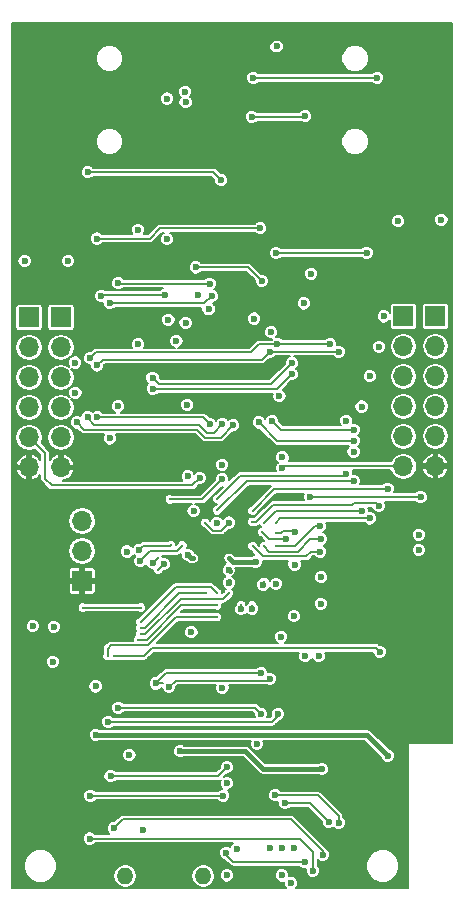
<source format=gbr>
G04 #@! TF.FileFunction,Copper,L3,Inr,Mixed*
%FSLAX46Y46*%
G04 Gerber Fmt 4.6, Leading zero omitted, Abs format (unit mm)*
G04 Created by KiCad (PCBNEW 4.0.6) date Friday, April 06, 2018 'AMt' 10:50:20 AM*
%MOMM*%
%LPD*%
G01*
G04 APERTURE LIST*
%ADD10C,0.100000*%
%ADD11O,1.400000X1.400000*%
%ADD12R,1.700000X1.700000*%
%ADD13O,1.700000X1.700000*%
%ADD14C,0.600000*%
%ADD15C,0.300000*%
%ADD16C,0.381000*%
%ADD17C,0.203200*%
%ADD18C,0.250000*%
%ADD19C,0.177800*%
%ADD20C,0.200000*%
G04 APERTURE END LIST*
D10*
D11*
X124800000Y-119080000D03*
X131400000Y-119080000D03*
D12*
X121150000Y-94105000D03*
D13*
X121150000Y-91565000D03*
X121150000Y-89025000D03*
D12*
X151050000Y-71680000D03*
D13*
X151050000Y-74220000D03*
X151050000Y-76760000D03*
X151050000Y-79300000D03*
X151050000Y-81840000D03*
X151050000Y-84380000D03*
D12*
X116650000Y-71780000D03*
D13*
X116650000Y-74320000D03*
X116650000Y-76860000D03*
X116650000Y-79400000D03*
X116650000Y-81940000D03*
X116650000Y-84480000D03*
D12*
X119350000Y-71780000D03*
D13*
X119350000Y-74320000D03*
X119350000Y-76860000D03*
X119350000Y-79400000D03*
X119350000Y-81940000D03*
X119350000Y-84480000D03*
D12*
X148350000Y-71705000D03*
D13*
X148350000Y-74245000D03*
X148350000Y-76785000D03*
X148350000Y-79325000D03*
X148350000Y-81865000D03*
X148350000Y-84405000D03*
D14*
X141900000Y-108080000D03*
X131850000Y-71080000D03*
X137600000Y-48830000D03*
X139500000Y-108830000D03*
X126750000Y-103580000D03*
X129400000Y-113330000D03*
X119087000Y-65368000D03*
X119100000Y-66230000D03*
X119075000Y-64480000D03*
X147275000Y-92555000D03*
X125025000Y-88805000D03*
D15*
X129100000Y-98530000D03*
X131656402Y-91280000D03*
X137550000Y-96130000D03*
X130625000Y-93180000D03*
D14*
X132244600Y-75997000D03*
X134144600Y-75997000D03*
X134144600Y-74097000D03*
X132244600Y-74097000D03*
X137873700Y-79535400D03*
X148465467Y-66201130D03*
X148465466Y-64423131D03*
X148465467Y-65337530D03*
D15*
X135600000Y-93180000D03*
D14*
X118650000Y-100930000D03*
X118750000Y-97980000D03*
X130100000Y-91930000D03*
D15*
X130550000Y-92180000D03*
D14*
X140550000Y-68080000D03*
X134250000Y-116780000D03*
X139125000Y-92730000D03*
X137848300Y-78443200D03*
X122300000Y-107130000D03*
X122275000Y-103030000D03*
D15*
X123300000Y-100455000D03*
X132550000Y-97155000D03*
D14*
X147000000Y-108880000D03*
X149650000Y-91480000D03*
X149650000Y-90180000D03*
X130950000Y-69880000D03*
X128450000Y-71980000D03*
X130050000Y-79180000D03*
X116269200Y-67005000D03*
X147906666Y-63635731D03*
X151564266Y-63508731D03*
X119952200Y-67005000D03*
X121625000Y-59505000D03*
X132925000Y-60180000D03*
X128325000Y-53255000D03*
X128325000Y-65155000D03*
X145250000Y-66305000D03*
X137550000Y-66330000D03*
X137150000Y-73030000D03*
X122400000Y-65105000D03*
X136225000Y-64230000D03*
X135725000Y-71880000D03*
X133100000Y-112280000D03*
X128175000Y-69905000D03*
X122775000Y-69980000D03*
X121850000Y-112280000D03*
X146125000Y-51480000D03*
X135625000Y-51505000D03*
X125900000Y-74055000D03*
X125875000Y-64355000D03*
X125937500Y-91517500D03*
X140675000Y-118655000D03*
X121775000Y-115905000D03*
D15*
X128650000Y-91055000D03*
X129625000Y-91105000D03*
D14*
X126075000Y-92405000D03*
X123825000Y-115055000D03*
X141525000Y-117280000D03*
X133025000Y-103155000D03*
X137500000Y-112255000D03*
X142850000Y-114555000D03*
X134600000Y-96505000D03*
D15*
X134600000Y-96155000D03*
D14*
X133025000Y-80830000D03*
X133000000Y-84255000D03*
X121600000Y-80230000D03*
X120575000Y-78155000D03*
X131975000Y-80830000D03*
D15*
X130575000Y-88180000D03*
D14*
X130575000Y-88180000D03*
X122425000Y-80255000D03*
X120550000Y-75605000D03*
X142025000Y-114530000D03*
X138325000Y-112930000D03*
X135550000Y-96455000D03*
D15*
X135550000Y-96180000D03*
D14*
X130400000Y-98430000D03*
X133350000Y-117105000D03*
X139975000Y-117880000D03*
X133925000Y-80905000D03*
X120700000Y-80680000D03*
X136100000Y-80680000D03*
D15*
X128575000Y-87180000D03*
D14*
X133000000Y-85505000D03*
X144125000Y-82230000D03*
X131100000Y-85380000D03*
D15*
X127550000Y-92180000D03*
D14*
X127150000Y-92580000D03*
X127125000Y-77830000D03*
X138875000Y-76605000D03*
D15*
X127575000Y-93155000D03*
D14*
X128075000Y-92680000D03*
X127100000Y-76905000D03*
X138900000Y-75655000D03*
X137225000Y-80555000D03*
X144150000Y-81305000D03*
D15*
X131575000Y-89180000D03*
D14*
X133575000Y-89155000D03*
X141175000Y-100480000D03*
X142875000Y-74680000D03*
X137050000Y-74680000D03*
X122400000Y-75855000D03*
X140050000Y-100480000D03*
X142150000Y-74055000D03*
X137675000Y-74055000D03*
X121850000Y-75230000D03*
X124200000Y-68880000D03*
X131950000Y-68930000D03*
X124200000Y-104830000D03*
X136300000Y-105355000D03*
X124200000Y-79305000D03*
X123475000Y-70580000D03*
X132100000Y-69980000D03*
X123350000Y-106030000D03*
X137750000Y-105355000D03*
X123475000Y-82030000D03*
X129900000Y-53555000D03*
X129900000Y-72230000D03*
X140025000Y-54755000D03*
X135500000Y-54805000D03*
X129875000Y-52680000D03*
X129125000Y-73780000D03*
X133550000Y-94230000D03*
D15*
X133550000Y-94130000D03*
D14*
X135850000Y-92480000D03*
D15*
X133600000Y-92180000D03*
D14*
X138000000Y-98830000D03*
X130075000Y-85230000D03*
X141375000Y-93780000D03*
X128500000Y-103080000D03*
X137050000Y-102380000D03*
X137550000Y-94330000D03*
D15*
X137575000Y-94180000D03*
D14*
X141350000Y-96030000D03*
D15*
X137550000Y-90030000D03*
D14*
X139200000Y-89980000D03*
D15*
X136400000Y-89980000D03*
D14*
X139075000Y-97080000D03*
X138375000Y-90505000D03*
X132550000Y-89180000D03*
D15*
X132550000Y-89180000D03*
D14*
X141275000Y-89455000D03*
D15*
X137525000Y-91130000D03*
X136575000Y-91180000D03*
D14*
X141325000Y-90530000D03*
D15*
X135575000Y-91155000D03*
D14*
X141300000Y-91605000D03*
X136475000Y-94430000D03*
D15*
X136575000Y-94180000D03*
D14*
X136300000Y-101905000D03*
X127375000Y-102780000D03*
X133550000Y-93180000D03*
D15*
X133655382Y-93230000D03*
X126100000Y-98605000D03*
X133575000Y-95155000D03*
X126100000Y-97605000D03*
X132575000Y-95155000D03*
X125875000Y-99080000D03*
X132575000Y-96155000D03*
X126100000Y-98105000D03*
X131600000Y-95155000D03*
X121200000Y-96355000D03*
X126100000Y-96355000D03*
D14*
X146350000Y-100080000D03*
D15*
X123875000Y-100455000D03*
D14*
X135950000Y-107880000D03*
X126300000Y-115180000D03*
X141450000Y-110030000D03*
X129450000Y-108530000D03*
X138050000Y-119030000D03*
X138850000Y-119680000D03*
X133400000Y-119030000D03*
X116950000Y-97930000D03*
X133400000Y-109880000D03*
X123550000Y-110630000D03*
X124975000Y-91605000D03*
X137050000Y-116680000D03*
X138050000Y-116730000D03*
X139050000Y-116730000D03*
X133400000Y-111230000D03*
X125150000Y-108830000D03*
X139900000Y-70605000D03*
X138100000Y-83630000D03*
X130750000Y-67555000D03*
X136350000Y-68705000D03*
X138075000Y-84555000D03*
X140475000Y-87005000D03*
X149800000Y-87005000D03*
D15*
X132600000Y-87155000D03*
D14*
X143500000Y-80530000D03*
X143500000Y-85005000D03*
D15*
X135575000Y-88155000D03*
D14*
X146675000Y-71705000D03*
X147000000Y-86280000D03*
X145500000Y-88805000D03*
D15*
X137575000Y-89155000D03*
D14*
X145500000Y-76780000D03*
D15*
X136575000Y-89155000D03*
D14*
X144800000Y-88180000D03*
X144800000Y-79330000D03*
D15*
X135525000Y-89105000D03*
D14*
X146275000Y-74255000D03*
X146275000Y-87755000D03*
X144125000Y-83155000D03*
D15*
X132600000Y-88130000D03*
D14*
X144150000Y-85630000D03*
D16*
X119087000Y-65368000D02*
X119100000Y-65355000D01*
X131656402Y-91280000D02*
X131650000Y-91280000D01*
X130350000Y-92180000D02*
X130100000Y-91930000D01*
X130550000Y-92180000D02*
X130350000Y-92180000D01*
X147000000Y-108880000D02*
X145250000Y-107130000D01*
X145250000Y-107130000D02*
X122300000Y-107130000D01*
D17*
X123300000Y-99830000D02*
X123575000Y-99555000D01*
X123575000Y-99555000D02*
X124200000Y-99555000D01*
X132550000Y-97155000D02*
X129090428Y-97155000D01*
X126690428Y-99555000D02*
X124200000Y-99555000D01*
X129090428Y-97155000D02*
X126690428Y-99555000D01*
X123300000Y-100455000D02*
X123300000Y-99830000D01*
D18*
X116269200Y-67005000D02*
X116275000Y-67005000D01*
D17*
X132250000Y-59505000D02*
X121625000Y-59505000D01*
X132925000Y-60180000D02*
X132250000Y-59505000D01*
D19*
X145225000Y-66330000D02*
X145250000Y-66305000D01*
X137550000Y-66330000D02*
X145225000Y-66330000D01*
X126875000Y-65105000D02*
X122400000Y-65105000D01*
X127750000Y-64230000D02*
X126875000Y-65105000D01*
X136225000Y-64230000D02*
X127750000Y-64230000D01*
D17*
X133100000Y-112280000D02*
X121850000Y-112280000D01*
X122850000Y-69905000D02*
X128175000Y-69905000D01*
X122775000Y-69980000D02*
X122850000Y-69905000D01*
X146100000Y-51505000D02*
X146125000Y-51480000D01*
X135625000Y-51505000D02*
X146100000Y-51505000D01*
X125937500Y-91517500D02*
X125950000Y-91505000D01*
X140675000Y-118655000D02*
X140675000Y-117030000D01*
X140675000Y-117030000D02*
X139550000Y-115905000D01*
X139550000Y-115905000D02*
X121775000Y-115905000D01*
X125950000Y-91505000D02*
X126300000Y-91155000D01*
X126300000Y-91155000D02*
X128575000Y-91155000D01*
X128650000Y-91080000D02*
X128650000Y-91055000D01*
X128575000Y-91155000D02*
X128650000Y-91080000D01*
X129625000Y-91105000D02*
X129171798Y-91558202D01*
X126921798Y-91558202D02*
X126075000Y-92405000D01*
X129171798Y-91558202D02*
X126921798Y-91558202D01*
X124600000Y-114280000D02*
X123825000Y-115055000D01*
X138825000Y-114280000D02*
X124600000Y-114280000D01*
X141525000Y-116980000D02*
X138825000Y-114280000D01*
X141525000Y-117280000D02*
X141525000Y-116980000D01*
X137500000Y-112255000D02*
X141075000Y-112255000D01*
X134600000Y-96505000D02*
X134600000Y-96180000D01*
X134600000Y-96155000D02*
X134600000Y-96180000D01*
X142850000Y-114030000D02*
X142850000Y-114555000D01*
X141075000Y-112255000D02*
X142850000Y-114030000D01*
X132325000Y-81530000D02*
X133025000Y-80830000D01*
X131700000Y-81530000D02*
X132325000Y-81530000D01*
X131050000Y-80880000D02*
X131700000Y-81530000D01*
X122150000Y-80880000D02*
X131050000Y-80880000D01*
X121600000Y-80330000D02*
X122150000Y-80880000D01*
X121600000Y-80230000D02*
X121600000Y-80330000D01*
X131400000Y-80255000D02*
X131975000Y-80830000D01*
X122425000Y-80255000D02*
X131400000Y-80255000D01*
X138325000Y-112930000D02*
X140425000Y-112930000D01*
X135550000Y-96455000D02*
X135550000Y-96180000D01*
X140425000Y-112930000D02*
X142025000Y-114530000D01*
X133350000Y-117280000D02*
X133350000Y-117105000D01*
X133950000Y-117880000D02*
X133350000Y-117280000D01*
X139975000Y-117880000D02*
X133950000Y-117880000D01*
X132875000Y-81955000D02*
X133925000Y-80905000D01*
X131554786Y-81955000D02*
X132875000Y-81955000D01*
X130882988Y-81283202D02*
X131554786Y-81955000D01*
X121303202Y-81283202D02*
X130882988Y-81283202D01*
X120700000Y-80680000D02*
X121303202Y-81283202D01*
X128575000Y-87180000D02*
X131325000Y-87180000D01*
X131325000Y-87180000D02*
X133000000Y-85505000D01*
X144125000Y-82230000D02*
X137650000Y-82230000D01*
X137650000Y-82230000D02*
X136100000Y-80680000D01*
X136100000Y-80680000D02*
X136100000Y-80530000D01*
X131100000Y-85380000D02*
X130475000Y-86005000D01*
X118000000Y-83290000D02*
X116650000Y-81940000D01*
X118000000Y-85455000D02*
X118000000Y-83290000D01*
X118550000Y-86005000D02*
X118000000Y-85455000D01*
X130475000Y-86005000D02*
X118550000Y-86005000D01*
X127125000Y-77830000D02*
X137650000Y-77830000D01*
X127550000Y-92180000D02*
X127150000Y-92580000D01*
X137650000Y-77830000D02*
X138875000Y-76605000D01*
X127575000Y-93155000D02*
X128050000Y-92680000D01*
X128050000Y-92680000D02*
X128075000Y-92680000D01*
X127100000Y-76905000D02*
X127621798Y-77426798D01*
X127621798Y-77426798D02*
X137128202Y-77426798D01*
X137128202Y-77426798D02*
X138900000Y-75655000D01*
X137975000Y-81305000D02*
X137225000Y-80555000D01*
X144150000Y-81305000D02*
X137975000Y-81305000D01*
X131575000Y-89180000D02*
X132225000Y-89830000D01*
X132225000Y-89830000D02*
X132900000Y-89830000D01*
X132900000Y-89830000D02*
X133575000Y-89155000D01*
X142875000Y-74680000D02*
X137050000Y-74680000D01*
D19*
X122400000Y-75855000D02*
X122900000Y-75355000D01*
X136375000Y-75355000D02*
X137050000Y-74680000D01*
X122900000Y-75355000D02*
X136375000Y-75355000D01*
D17*
X142150000Y-74055000D02*
X137675000Y-74055000D01*
D19*
X123850000Y-74755000D02*
X135400000Y-74755000D01*
X135400000Y-74755000D02*
X136100000Y-74055000D01*
X136100000Y-74055000D02*
X137675000Y-74055000D01*
X122325000Y-74755000D02*
X123850000Y-74755000D01*
X121850000Y-75230000D02*
X122325000Y-74755000D01*
X131950000Y-68930000D02*
X124250000Y-68930000D01*
X124250000Y-68930000D02*
X124200000Y-68880000D01*
X131950000Y-68930000D02*
X131925000Y-68955000D01*
D17*
X136300000Y-105355000D02*
X135775000Y-104830000D01*
X135775000Y-104830000D02*
X124200000Y-104830000D01*
D19*
X132100000Y-69980000D02*
X131500000Y-70580000D01*
X131500000Y-70580000D02*
X123475000Y-70580000D01*
X132100000Y-69980000D02*
X132075000Y-69955000D01*
D17*
X137750000Y-105355000D02*
X137750000Y-105505000D01*
X137750000Y-105505000D02*
X137225000Y-106030000D01*
X137225000Y-106030000D02*
X123350000Y-106030000D01*
X139975000Y-54805000D02*
X140025000Y-54755000D01*
X135500000Y-54805000D02*
X139975000Y-54805000D01*
D16*
X133550000Y-94130000D02*
X133550000Y-94230000D01*
X133900000Y-92480000D02*
X135850000Y-92480000D01*
X133600000Y-92180000D02*
X133900000Y-92480000D01*
D17*
X128500000Y-103080000D02*
X129050000Y-102530000D01*
X136900000Y-102530000D02*
X129225000Y-102530000D01*
X136900000Y-102530000D02*
X137050000Y-102380000D01*
X129050000Y-102530000D02*
X129225000Y-102530000D01*
X137575000Y-94180000D02*
X137575000Y-94305000D01*
X137575000Y-94305000D02*
X137550000Y-94330000D01*
X137550000Y-90030000D02*
X137950000Y-90030000D01*
X139050000Y-89830000D02*
X139200000Y-89980000D01*
X138150000Y-89830000D02*
X139050000Y-89830000D01*
X137950000Y-90030000D02*
X138150000Y-89830000D01*
X136400000Y-89980000D02*
X136925000Y-90505000D01*
X136925000Y-90505000D02*
X138375000Y-90505000D01*
X141275000Y-89455000D02*
X140875000Y-89455000D01*
X140875000Y-89455000D02*
X139200000Y-91130000D01*
X139200000Y-91130000D02*
X137525000Y-91130000D01*
X136575000Y-91180000D02*
X137000000Y-91605000D01*
X140470214Y-90530000D02*
X141325000Y-90530000D01*
X139395214Y-91605000D02*
X140470214Y-90530000D01*
X137000000Y-91605000D02*
X139395214Y-91605000D01*
X135575000Y-91155000D02*
X136428202Y-92008202D01*
X140515428Y-91605000D02*
X141300000Y-91605000D01*
X140112226Y-92008202D02*
X140515428Y-91605000D01*
X136428202Y-92008202D02*
X140112226Y-92008202D01*
X136475000Y-94280000D02*
X136475000Y-94430000D01*
X136575000Y-94180000D02*
X136475000Y-94280000D01*
X128250000Y-101905000D02*
X127375000Y-102780000D01*
X136300000Y-101905000D02*
X128250000Y-101905000D01*
X127975000Y-102780000D02*
X127375000Y-102780000D01*
D16*
X133605382Y-93180000D02*
X133550000Y-93180000D01*
X133655382Y-93230000D02*
X133605382Y-93180000D01*
D17*
X126500000Y-98605000D02*
X126100000Y-98605000D01*
X129475000Y-95630000D02*
X126500000Y-98605000D01*
X133100000Y-95630000D02*
X129475000Y-95630000D01*
X133575000Y-95155000D02*
X133100000Y-95630000D01*
X129075000Y-94630000D02*
X126100000Y-97605000D01*
X132050000Y-94630000D02*
X129075000Y-94630000D01*
X132575000Y-95155000D02*
X132050000Y-94630000D01*
X126595214Y-99080000D02*
X125875000Y-99080000D01*
X129520214Y-96155000D02*
X126595214Y-99080000D01*
X132575000Y-96155000D02*
X129520214Y-96155000D01*
X126425000Y-98105000D02*
X126100000Y-98105000D01*
X129375000Y-95155000D02*
X126425000Y-98105000D01*
X131600000Y-95155000D02*
X129375000Y-95155000D01*
X126100000Y-96355000D02*
X121200000Y-96355000D01*
X146350000Y-100080000D02*
X146025000Y-99755000D01*
X126375000Y-100455000D02*
X123875000Y-100455000D01*
X127075000Y-99755000D02*
X126375000Y-100455000D01*
X146025000Y-99755000D02*
X127075000Y-99755000D01*
D16*
X136450000Y-110030000D02*
X141450000Y-110030000D01*
X134950000Y-108530000D02*
X136450000Y-110030000D01*
X129450000Y-108530000D02*
X134950000Y-108530000D01*
D17*
X133400000Y-109880000D02*
X132650000Y-110630000D01*
X132650000Y-110630000D02*
X123550000Y-110630000D01*
D19*
X135200000Y-67555000D02*
X130750000Y-67555000D01*
X136350000Y-68705000D02*
X135200000Y-67555000D01*
D17*
X138225000Y-84405000D02*
X138300000Y-84330000D01*
X138075000Y-84555000D02*
X138225000Y-84405000D01*
X138300000Y-84330000D02*
X148275000Y-84330000D01*
X148275000Y-84330000D02*
X148350000Y-84405000D01*
X140475000Y-87005000D02*
X149800000Y-87005000D01*
X132600000Y-87155000D02*
X134528202Y-85226798D01*
X143278202Y-85226798D02*
X143500000Y-85005000D01*
X134528202Y-85226798D02*
X143278202Y-85226798D01*
X135575000Y-88155000D02*
X137425000Y-86305000D01*
X146975000Y-86305000D02*
X147000000Y-86280000D01*
X137425000Y-86305000D02*
X146975000Y-86305000D01*
X137925000Y-88805000D02*
X145500000Y-88805000D01*
X137575000Y-89155000D02*
X137925000Y-88805000D01*
X136575000Y-89155000D02*
X137550000Y-88180000D01*
X137550000Y-88180000D02*
X144800000Y-88180000D01*
X135525000Y-89105000D02*
X135875000Y-89105000D01*
X146000000Y-87480000D02*
X146275000Y-87755000D01*
X144150000Y-87480000D02*
X146000000Y-87480000D01*
X143950000Y-87680000D02*
X144150000Y-87480000D01*
X137300000Y-87680000D02*
X143950000Y-87680000D01*
X135875000Y-89105000D02*
X137300000Y-87680000D01*
X132600000Y-88130000D02*
X135100000Y-85630000D01*
X135100000Y-85630000D02*
X144150000Y-85630000D01*
D20*
G36*
X152475000Y-107780000D02*
X148850000Y-107780000D01*
X148813654Y-107786839D01*
X148780273Y-107808319D01*
X148757879Y-107841094D01*
X148750000Y-107880000D01*
X148750000Y-120105000D01*
X139273528Y-120105000D01*
X139358359Y-120020317D01*
X139449896Y-119799871D01*
X139450104Y-119561176D01*
X139358952Y-119340571D01*
X139190317Y-119171641D01*
X138969871Y-119080104D01*
X138731176Y-119079896D01*
X138649928Y-119113467D01*
X138650104Y-118911176D01*
X138558952Y-118690571D01*
X138390317Y-118521641D01*
X138169871Y-118430104D01*
X137931176Y-118429896D01*
X137710571Y-118521048D01*
X137541641Y-118689683D01*
X137450104Y-118910129D01*
X137449896Y-119148824D01*
X137541048Y-119369429D01*
X137709683Y-119538359D01*
X137930129Y-119629896D01*
X138168824Y-119630104D01*
X138250072Y-119596533D01*
X138249896Y-119798824D01*
X138341048Y-120019429D01*
X138426470Y-120105000D01*
X115225000Y-120105000D01*
X115225000Y-118507256D01*
X116199757Y-118507256D01*
X116412445Y-119022000D01*
X116805928Y-119416170D01*
X117320301Y-119629757D01*
X117877256Y-119630243D01*
X118392000Y-119417555D01*
X118730144Y-119080000D01*
X123780409Y-119080000D01*
X123856529Y-119462683D01*
X124073302Y-119787107D01*
X124397726Y-120003880D01*
X124780409Y-120080000D01*
X124819591Y-120080000D01*
X125202274Y-120003880D01*
X125526698Y-119787107D01*
X125743471Y-119462683D01*
X125819591Y-119080000D01*
X130380409Y-119080000D01*
X130456529Y-119462683D01*
X130673302Y-119787107D01*
X130997726Y-120003880D01*
X131380409Y-120080000D01*
X131419591Y-120080000D01*
X131802274Y-120003880D01*
X132126698Y-119787107D01*
X132343471Y-119462683D01*
X132405901Y-119148824D01*
X132799896Y-119148824D01*
X132891048Y-119369429D01*
X133059683Y-119538359D01*
X133280129Y-119629896D01*
X133518824Y-119630104D01*
X133739429Y-119538952D01*
X133908359Y-119370317D01*
X133999896Y-119149871D01*
X134000104Y-118911176D01*
X133908952Y-118690571D01*
X133740317Y-118521641D01*
X133519871Y-118430104D01*
X133281176Y-118429896D01*
X133060571Y-118521048D01*
X132891641Y-118689683D01*
X132800104Y-118910129D01*
X132799896Y-119148824D01*
X132405901Y-119148824D01*
X132419591Y-119080000D01*
X132343471Y-118697317D01*
X132126698Y-118372893D01*
X131802274Y-118156120D01*
X131419591Y-118080000D01*
X131380409Y-118080000D01*
X130997726Y-118156120D01*
X130673302Y-118372893D01*
X130456529Y-118697317D01*
X130380409Y-119080000D01*
X125819591Y-119080000D01*
X125743471Y-118697317D01*
X125526698Y-118372893D01*
X125202274Y-118156120D01*
X124819591Y-118080000D01*
X124780409Y-118080000D01*
X124397726Y-118156120D01*
X124073302Y-118372893D01*
X123856529Y-118697317D01*
X123780409Y-119080000D01*
X118730144Y-119080000D01*
X118786170Y-119024072D01*
X118999757Y-118509699D01*
X119000243Y-117952744D01*
X118787555Y-117438000D01*
X118394072Y-117043830D01*
X117879699Y-116830243D01*
X117322744Y-116829757D01*
X116808000Y-117042445D01*
X116413830Y-117435928D01*
X116200243Y-117950301D01*
X116199757Y-118507256D01*
X115225000Y-118507256D01*
X115225000Y-116023824D01*
X121174896Y-116023824D01*
X121266048Y-116244429D01*
X121434683Y-116413359D01*
X121655129Y-116504896D01*
X121893824Y-116505104D01*
X122114429Y-116413952D01*
X122221969Y-116306600D01*
X133874957Y-116306600D01*
X133741641Y-116439683D01*
X133678503Y-116591736D01*
X133469871Y-116505104D01*
X133231176Y-116504896D01*
X133010571Y-116596048D01*
X132841641Y-116764683D01*
X132750104Y-116985129D01*
X132749896Y-117223824D01*
X132841048Y-117444429D01*
X133009683Y-117613359D01*
X133190487Y-117688435D01*
X133666026Y-118163974D01*
X133796314Y-118251030D01*
X133950000Y-118281600D01*
X139528110Y-118281600D01*
X139634683Y-118388359D01*
X139855129Y-118479896D01*
X140093824Y-118480104D01*
X140098807Y-118478045D01*
X140075104Y-118535129D01*
X140074896Y-118773824D01*
X140166048Y-118994429D01*
X140334683Y-119163359D01*
X140555129Y-119254896D01*
X140793824Y-119255104D01*
X141014429Y-119163952D01*
X141183359Y-118995317D01*
X141274896Y-118774871D01*
X141275104Y-118536176D01*
X141263155Y-118507256D01*
X145199757Y-118507256D01*
X145412445Y-119022000D01*
X145805928Y-119416170D01*
X146320301Y-119629757D01*
X146877256Y-119630243D01*
X147392000Y-119417555D01*
X147786170Y-119024072D01*
X147999757Y-118509699D01*
X148000243Y-117952744D01*
X147787555Y-117438000D01*
X147394072Y-117043830D01*
X146879699Y-116830243D01*
X146322744Y-116829757D01*
X145808000Y-117042445D01*
X145413830Y-117435928D01*
X145200243Y-117950301D01*
X145199757Y-118507256D01*
X141263155Y-118507256D01*
X141183952Y-118315571D01*
X141076600Y-118208031D01*
X141076600Y-117680087D01*
X141184683Y-117788359D01*
X141405129Y-117879896D01*
X141643824Y-117880104D01*
X141864429Y-117788952D01*
X142033359Y-117620317D01*
X142124896Y-117399871D01*
X142125104Y-117161176D01*
X142033952Y-116940571D01*
X141865317Y-116771641D01*
X141857265Y-116768297D01*
X141808974Y-116696026D01*
X139108974Y-113996026D01*
X139047730Y-113955104D01*
X138978686Y-113908970D01*
X138825000Y-113878400D01*
X124600000Y-113878400D01*
X124446315Y-113908969D01*
X124316026Y-113996026D01*
X123857025Y-114455027D01*
X123706176Y-114454896D01*
X123485571Y-114546048D01*
X123316641Y-114714683D01*
X123225104Y-114935129D01*
X123224896Y-115173824D01*
X123316048Y-115394429D01*
X123424829Y-115503400D01*
X122221890Y-115503400D01*
X122115317Y-115396641D01*
X121894871Y-115305104D01*
X121656176Y-115304896D01*
X121435571Y-115396048D01*
X121266641Y-115564683D01*
X121175104Y-115785129D01*
X121174896Y-116023824D01*
X115225000Y-116023824D01*
X115225000Y-112398824D01*
X121249896Y-112398824D01*
X121341048Y-112619429D01*
X121509683Y-112788359D01*
X121730129Y-112879896D01*
X121968824Y-112880104D01*
X122189429Y-112788952D01*
X122296969Y-112681600D01*
X132653110Y-112681600D01*
X132759683Y-112788359D01*
X132980129Y-112879896D01*
X133218824Y-112880104D01*
X133439429Y-112788952D01*
X133608359Y-112620317D01*
X133699896Y-112399871D01*
X133699918Y-112373824D01*
X136899896Y-112373824D01*
X136991048Y-112594429D01*
X137159683Y-112763359D01*
X137380129Y-112854896D01*
X137618824Y-112855104D01*
X137725103Y-112811190D01*
X137724896Y-113048824D01*
X137816048Y-113269429D01*
X137984683Y-113438359D01*
X138205129Y-113529896D01*
X138443824Y-113530104D01*
X138664429Y-113438952D01*
X138771969Y-113331600D01*
X140258652Y-113331600D01*
X141425027Y-114497975D01*
X141424896Y-114648824D01*
X141516048Y-114869429D01*
X141684683Y-115038359D01*
X141905129Y-115129896D01*
X142143824Y-115130104D01*
X142364429Y-115038952D01*
X142424979Y-114978507D01*
X142509683Y-115063359D01*
X142730129Y-115154896D01*
X142968824Y-115155104D01*
X143189429Y-115063952D01*
X143358359Y-114895317D01*
X143449896Y-114674871D01*
X143450104Y-114436176D01*
X143358952Y-114215571D01*
X143251600Y-114108031D01*
X143251600Y-114030000D01*
X143221030Y-113876314D01*
X143133974Y-113746026D01*
X141358974Y-111971026D01*
X141312066Y-111939683D01*
X141228686Y-111883970D01*
X141075000Y-111853400D01*
X137946890Y-111853400D01*
X137840317Y-111746641D01*
X137619871Y-111655104D01*
X137381176Y-111654896D01*
X137160571Y-111746048D01*
X136991641Y-111914683D01*
X136900104Y-112135129D01*
X136899896Y-112373824D01*
X133699918Y-112373824D01*
X133700104Y-112161176D01*
X133608952Y-111940571D01*
X133498660Y-111830086D01*
X133518824Y-111830104D01*
X133739429Y-111738952D01*
X133908359Y-111570317D01*
X133999896Y-111349871D01*
X134000104Y-111111176D01*
X133908952Y-110890571D01*
X133740317Y-110721641D01*
X133519871Y-110630104D01*
X133281176Y-110629896D01*
X133173604Y-110674344D01*
X133367975Y-110479973D01*
X133518824Y-110480104D01*
X133739429Y-110388952D01*
X133908359Y-110220317D01*
X133999896Y-109999871D01*
X134000104Y-109761176D01*
X133908952Y-109540571D01*
X133740317Y-109371641D01*
X133519871Y-109280104D01*
X133281176Y-109279896D01*
X133060571Y-109371048D01*
X132891641Y-109539683D01*
X132800104Y-109760129D01*
X132799972Y-109912080D01*
X132483652Y-110228400D01*
X123996890Y-110228400D01*
X123890317Y-110121641D01*
X123669871Y-110030104D01*
X123431176Y-110029896D01*
X123210571Y-110121048D01*
X123041641Y-110289683D01*
X122950104Y-110510129D01*
X122949896Y-110748824D01*
X123041048Y-110969429D01*
X123209683Y-111138359D01*
X123430129Y-111229896D01*
X123668824Y-111230104D01*
X123889429Y-111138952D01*
X123996969Y-111031600D01*
X132650000Y-111031600D01*
X132803686Y-111001030D01*
X132861426Y-110962449D01*
X132800104Y-111110129D01*
X132799896Y-111348824D01*
X132891048Y-111569429D01*
X133001340Y-111679914D01*
X132981176Y-111679896D01*
X132760571Y-111771048D01*
X132653031Y-111878400D01*
X122296890Y-111878400D01*
X122190317Y-111771641D01*
X121969871Y-111680104D01*
X121731176Y-111679896D01*
X121510571Y-111771048D01*
X121341641Y-111939683D01*
X121250104Y-112160129D01*
X121249896Y-112398824D01*
X115225000Y-112398824D01*
X115225000Y-108948824D01*
X124549896Y-108948824D01*
X124641048Y-109169429D01*
X124809683Y-109338359D01*
X125030129Y-109429896D01*
X125268824Y-109430104D01*
X125489429Y-109338952D01*
X125658359Y-109170317D01*
X125749896Y-108949871D01*
X125750104Y-108711176D01*
X125724341Y-108648824D01*
X128849896Y-108648824D01*
X128941048Y-108869429D01*
X129109683Y-109038359D01*
X129330129Y-109129896D01*
X129568824Y-109130104D01*
X129789429Y-109038952D01*
X129807913Y-109020500D01*
X134746828Y-109020500D01*
X136103164Y-110376836D01*
X136262293Y-110483163D01*
X136450000Y-110520500D01*
X141091855Y-110520500D01*
X141109683Y-110538359D01*
X141330129Y-110629896D01*
X141568824Y-110630104D01*
X141789429Y-110538952D01*
X141958359Y-110370317D01*
X142049896Y-110149871D01*
X142050104Y-109911176D01*
X141958952Y-109690571D01*
X141790317Y-109521641D01*
X141569871Y-109430104D01*
X141331176Y-109429896D01*
X141110571Y-109521048D01*
X141092087Y-109539500D01*
X136653172Y-109539500D01*
X135296836Y-108183164D01*
X135137706Y-108076837D01*
X134950000Y-108039500D01*
X129808145Y-108039500D01*
X129790317Y-108021641D01*
X129569871Y-107930104D01*
X129331176Y-107929896D01*
X129110571Y-108021048D01*
X128941641Y-108189683D01*
X128850104Y-108410129D01*
X128849896Y-108648824D01*
X125724341Y-108648824D01*
X125658952Y-108490571D01*
X125490317Y-108321641D01*
X125269871Y-108230104D01*
X125031176Y-108229896D01*
X124810571Y-108321048D01*
X124641641Y-108489683D01*
X124550104Y-108710129D01*
X124549896Y-108948824D01*
X115225000Y-108948824D01*
X115225000Y-107248824D01*
X121699896Y-107248824D01*
X121791048Y-107469429D01*
X121959683Y-107638359D01*
X122180129Y-107729896D01*
X122418824Y-107730104D01*
X122639429Y-107638952D01*
X122657913Y-107620500D01*
X135408083Y-107620500D01*
X135350104Y-107760129D01*
X135349896Y-107998824D01*
X135441048Y-108219429D01*
X135609683Y-108388359D01*
X135830129Y-108479896D01*
X136068824Y-108480104D01*
X136289429Y-108388952D01*
X136458359Y-108220317D01*
X136549896Y-107999871D01*
X136550104Y-107761176D01*
X136491978Y-107620500D01*
X145046828Y-107620500D01*
X146399918Y-108973590D01*
X146399896Y-108998824D01*
X146491048Y-109219429D01*
X146659683Y-109388359D01*
X146880129Y-109479896D01*
X147118824Y-109480104D01*
X147339429Y-109388952D01*
X147508359Y-109220317D01*
X147599896Y-108999871D01*
X147600104Y-108761176D01*
X147508952Y-108540571D01*
X147340317Y-108371641D01*
X147119871Y-108280104D01*
X147093753Y-108280081D01*
X145596836Y-106783164D01*
X145437706Y-106676837D01*
X145250000Y-106639500D01*
X122658145Y-106639500D01*
X122640317Y-106621641D01*
X122419871Y-106530104D01*
X122181176Y-106529896D01*
X121960571Y-106621048D01*
X121791641Y-106789683D01*
X121700104Y-107010129D01*
X121699896Y-107248824D01*
X115225000Y-107248824D01*
X115225000Y-106148824D01*
X122749896Y-106148824D01*
X122841048Y-106369429D01*
X123009683Y-106538359D01*
X123230129Y-106629896D01*
X123468824Y-106630104D01*
X123689429Y-106538952D01*
X123796969Y-106431600D01*
X137225000Y-106431600D01*
X137378686Y-106401030D01*
X137508974Y-106313974D01*
X137867845Y-105955103D01*
X137868824Y-105955104D01*
X138089429Y-105863952D01*
X138258359Y-105695317D01*
X138349896Y-105474871D01*
X138350104Y-105236176D01*
X138258952Y-105015571D01*
X138090317Y-104846641D01*
X137869871Y-104755104D01*
X137631176Y-104754896D01*
X137410571Y-104846048D01*
X137241641Y-105014683D01*
X137150104Y-105235129D01*
X137149896Y-105473824D01*
X137168413Y-105518639D01*
X137058652Y-105628400D01*
X136836145Y-105628400D01*
X136899896Y-105474871D01*
X136900104Y-105236176D01*
X136808952Y-105015571D01*
X136640317Y-104846641D01*
X136419871Y-104755104D01*
X136267920Y-104754972D01*
X136058974Y-104546026D01*
X135928686Y-104458970D01*
X135775000Y-104428400D01*
X124646890Y-104428400D01*
X124540317Y-104321641D01*
X124319871Y-104230104D01*
X124081176Y-104229896D01*
X123860571Y-104321048D01*
X123691641Y-104489683D01*
X123600104Y-104710129D01*
X123599896Y-104948824D01*
X123691048Y-105169429D01*
X123859683Y-105338359D01*
X124080129Y-105429896D01*
X124318824Y-105430104D01*
X124539429Y-105338952D01*
X124646969Y-105231600D01*
X135608652Y-105231600D01*
X135700027Y-105322975D01*
X135699896Y-105473824D01*
X135763765Y-105628400D01*
X123796890Y-105628400D01*
X123690317Y-105521641D01*
X123469871Y-105430104D01*
X123231176Y-105429896D01*
X123010571Y-105521048D01*
X122841641Y-105689683D01*
X122750104Y-105910129D01*
X122749896Y-106148824D01*
X115225000Y-106148824D01*
X115225000Y-103148824D01*
X121674896Y-103148824D01*
X121766048Y-103369429D01*
X121934683Y-103538359D01*
X122155129Y-103629896D01*
X122393824Y-103630104D01*
X122614429Y-103538952D01*
X122783359Y-103370317D01*
X122874896Y-103149871D01*
X122875104Y-102911176D01*
X122870001Y-102898824D01*
X126774896Y-102898824D01*
X126866048Y-103119429D01*
X127034683Y-103288359D01*
X127255129Y-103379896D01*
X127493824Y-103380104D01*
X127714429Y-103288952D01*
X127821969Y-103181600D01*
X127899911Y-103181600D01*
X127899896Y-103198824D01*
X127991048Y-103419429D01*
X128159683Y-103588359D01*
X128380129Y-103679896D01*
X128618824Y-103680104D01*
X128839429Y-103588952D01*
X129008359Y-103420317D01*
X129099896Y-103199871D01*
X129100028Y-103047920D01*
X129216348Y-102931600D01*
X132468093Y-102931600D01*
X132425104Y-103035129D01*
X132424896Y-103273824D01*
X132516048Y-103494429D01*
X132684683Y-103663359D01*
X132905129Y-103754896D01*
X133143824Y-103755104D01*
X133364429Y-103663952D01*
X133533359Y-103495317D01*
X133624896Y-103274871D01*
X133625104Y-103036176D01*
X133581894Y-102931600D01*
X136813819Y-102931600D01*
X136930129Y-102979896D01*
X137168824Y-102980104D01*
X137389429Y-102888952D01*
X137558359Y-102720317D01*
X137649896Y-102499871D01*
X137650104Y-102261176D01*
X137558952Y-102040571D01*
X137390317Y-101871641D01*
X137169871Y-101780104D01*
X136931176Y-101779896D01*
X136900098Y-101792737D01*
X136900104Y-101786176D01*
X136808952Y-101565571D01*
X136640317Y-101396641D01*
X136419871Y-101305104D01*
X136181176Y-101304896D01*
X135960571Y-101396048D01*
X135853031Y-101503400D01*
X128250000Y-101503400D01*
X128096314Y-101533970D01*
X127966026Y-101621026D01*
X127407025Y-102180027D01*
X127256176Y-102179896D01*
X127035571Y-102271048D01*
X126866641Y-102439683D01*
X126775104Y-102660129D01*
X126774896Y-102898824D01*
X122870001Y-102898824D01*
X122783952Y-102690571D01*
X122615317Y-102521641D01*
X122394871Y-102430104D01*
X122156176Y-102429896D01*
X121935571Y-102521048D01*
X121766641Y-102689683D01*
X121675104Y-102910129D01*
X121674896Y-103148824D01*
X115225000Y-103148824D01*
X115225000Y-101048824D01*
X118049896Y-101048824D01*
X118141048Y-101269429D01*
X118309683Y-101438359D01*
X118530129Y-101529896D01*
X118768824Y-101530104D01*
X118989429Y-101438952D01*
X119158359Y-101270317D01*
X119249896Y-101049871D01*
X119250104Y-100811176D01*
X119158952Y-100590571D01*
X119112581Y-100544118D01*
X122849922Y-100544118D01*
X122918286Y-100709572D01*
X123044763Y-100836269D01*
X123210097Y-100904922D01*
X123389118Y-100905078D01*
X123554572Y-100836714D01*
X123587447Y-100803896D01*
X123619763Y-100836269D01*
X123785097Y-100904922D01*
X123964118Y-100905078D01*
X124081444Y-100856600D01*
X126375000Y-100856600D01*
X126528686Y-100826030D01*
X126658974Y-100738974D01*
X127241348Y-100156600D01*
X139534616Y-100156600D01*
X139450104Y-100360129D01*
X139449896Y-100598824D01*
X139541048Y-100819429D01*
X139709683Y-100988359D01*
X139930129Y-101079896D01*
X140168824Y-101080104D01*
X140389429Y-100988952D01*
X140558359Y-100820317D01*
X140612520Y-100689882D01*
X140666048Y-100819429D01*
X140834683Y-100988359D01*
X141055129Y-101079896D01*
X141293824Y-101080104D01*
X141514429Y-100988952D01*
X141683359Y-100820317D01*
X141774896Y-100599871D01*
X141775104Y-100361176D01*
X141690575Y-100156600D01*
X145749933Y-100156600D01*
X145749896Y-100198824D01*
X145841048Y-100419429D01*
X146009683Y-100588359D01*
X146230129Y-100679896D01*
X146468824Y-100680104D01*
X146689429Y-100588952D01*
X146858359Y-100420317D01*
X146949896Y-100199871D01*
X146950104Y-99961176D01*
X146858952Y-99740571D01*
X146690317Y-99571641D01*
X146469871Y-99480104D01*
X146317920Y-99479972D01*
X146308974Y-99471026D01*
X146247730Y-99430104D01*
X146178686Y-99383970D01*
X146025000Y-99353400D01*
X138304462Y-99353400D01*
X138339429Y-99338952D01*
X138508359Y-99170317D01*
X138599896Y-98949871D01*
X138600104Y-98711176D01*
X138508952Y-98490571D01*
X138340317Y-98321641D01*
X138119871Y-98230104D01*
X137881176Y-98229896D01*
X137660571Y-98321048D01*
X137491641Y-98489683D01*
X137400104Y-98710129D01*
X137399896Y-98948824D01*
X137491048Y-99169429D01*
X137659683Y-99338359D01*
X137695906Y-99353400D01*
X127459976Y-99353400D01*
X128264552Y-98548824D01*
X129799896Y-98548824D01*
X129891048Y-98769429D01*
X130059683Y-98938359D01*
X130280129Y-99029896D01*
X130518824Y-99030104D01*
X130739429Y-98938952D01*
X130908359Y-98770317D01*
X130999896Y-98549871D01*
X131000104Y-98311176D01*
X130908952Y-98090571D01*
X130740317Y-97921641D01*
X130519871Y-97830104D01*
X130281176Y-97829896D01*
X130060571Y-97921048D01*
X129891641Y-98089683D01*
X129800104Y-98310129D01*
X129799896Y-98548824D01*
X128264552Y-98548824D01*
X129256776Y-97556600D01*
X132343725Y-97556600D01*
X132460097Y-97604922D01*
X132639118Y-97605078D01*
X132804572Y-97536714D01*
X132931269Y-97410237D01*
X132999922Y-97244903D01*
X132999962Y-97198824D01*
X138474896Y-97198824D01*
X138566048Y-97419429D01*
X138734683Y-97588359D01*
X138955129Y-97679896D01*
X139193824Y-97680104D01*
X139414429Y-97588952D01*
X139583359Y-97420317D01*
X139674896Y-97199871D01*
X139675104Y-96961176D01*
X139583952Y-96740571D01*
X139415317Y-96571641D01*
X139194871Y-96480104D01*
X138956176Y-96479896D01*
X138735571Y-96571048D01*
X138566641Y-96739683D01*
X138475104Y-96960129D01*
X138474896Y-97198824D01*
X132999962Y-97198824D01*
X133000078Y-97065882D01*
X132931714Y-96900428D01*
X132805237Y-96773731D01*
X132639903Y-96705078D01*
X132460882Y-96704922D01*
X132343556Y-96753400D01*
X129489762Y-96753400D01*
X129619338Y-96623824D01*
X133999896Y-96623824D01*
X134091048Y-96844429D01*
X134259683Y-97013359D01*
X134480129Y-97104896D01*
X134718824Y-97105104D01*
X134939429Y-97013952D01*
X135100089Y-96853573D01*
X135209683Y-96963359D01*
X135430129Y-97054896D01*
X135668824Y-97055104D01*
X135889429Y-96963952D01*
X136058359Y-96795317D01*
X136149896Y-96574871D01*
X136150104Y-96336176D01*
X136072692Y-96148824D01*
X140749896Y-96148824D01*
X140841048Y-96369429D01*
X141009683Y-96538359D01*
X141230129Y-96629896D01*
X141468824Y-96630104D01*
X141689429Y-96538952D01*
X141858359Y-96370317D01*
X141949896Y-96149871D01*
X141950104Y-95911176D01*
X141858952Y-95690571D01*
X141690317Y-95521641D01*
X141469871Y-95430104D01*
X141231176Y-95429896D01*
X141010571Y-95521048D01*
X140841641Y-95689683D01*
X140750104Y-95910129D01*
X140749896Y-96148824D01*
X136072692Y-96148824D01*
X136058952Y-96115571D01*
X135975905Y-96032379D01*
X135931714Y-95925428D01*
X135805237Y-95798731D01*
X135639903Y-95730078D01*
X135460882Y-95729922D01*
X135295428Y-95798286D01*
X135168731Y-95924763D01*
X135124013Y-96032454D01*
X135050043Y-96106296D01*
X135050078Y-96065882D01*
X134981714Y-95900428D01*
X134855237Y-95773731D01*
X134689903Y-95705078D01*
X134510882Y-95704922D01*
X134345428Y-95773286D01*
X134218731Y-95899763D01*
X134150078Y-96065097D01*
X134150042Y-96106384D01*
X134091641Y-96164683D01*
X134000104Y-96385129D01*
X133999896Y-96623824D01*
X129619338Y-96623824D01*
X129686562Y-96556600D01*
X132368725Y-96556600D01*
X132485097Y-96604922D01*
X132664118Y-96605078D01*
X132829572Y-96536714D01*
X132956269Y-96410237D01*
X133024922Y-96244903D01*
X133025078Y-96065882D01*
X133010913Y-96031600D01*
X133100000Y-96031600D01*
X133253686Y-96001030D01*
X133383974Y-95913974D01*
X133713115Y-95584833D01*
X133829572Y-95536714D01*
X133956269Y-95410237D01*
X134024922Y-95244903D01*
X134025078Y-95065882D01*
X133956714Y-94900428D01*
X133830237Y-94773731D01*
X133817778Y-94768558D01*
X133889429Y-94738952D01*
X134058359Y-94570317D01*
X134067283Y-94548824D01*
X135874896Y-94548824D01*
X135966048Y-94769429D01*
X136134683Y-94938359D01*
X136355129Y-95029896D01*
X136593824Y-95030104D01*
X136814429Y-94938952D01*
X136983359Y-94770317D01*
X137033169Y-94650361D01*
X137041048Y-94669429D01*
X137209683Y-94838359D01*
X137430129Y-94929896D01*
X137668824Y-94930104D01*
X137889429Y-94838952D01*
X138058359Y-94670317D01*
X138149896Y-94449871D01*
X138150104Y-94211176D01*
X138058952Y-93990571D01*
X137967366Y-93898824D01*
X140774896Y-93898824D01*
X140866048Y-94119429D01*
X141034683Y-94288359D01*
X141255129Y-94379896D01*
X141493824Y-94380104D01*
X141714429Y-94288952D01*
X141883359Y-94120317D01*
X141974896Y-93899871D01*
X141975104Y-93661176D01*
X141883952Y-93440571D01*
X141715317Y-93271641D01*
X141494871Y-93180104D01*
X141256176Y-93179896D01*
X141035571Y-93271048D01*
X140866641Y-93439683D01*
X140775104Y-93660129D01*
X140774896Y-93898824D01*
X137967366Y-93898824D01*
X137890317Y-93821641D01*
X137669871Y-93730104D01*
X137664955Y-93730100D01*
X137664903Y-93730078D01*
X137485882Y-93729922D01*
X137485830Y-93729944D01*
X137431176Y-93729896D01*
X137210571Y-93821048D01*
X137041641Y-93989683D01*
X137012380Y-94060151D01*
X136956714Y-93925428D01*
X136830237Y-93798731D01*
X136664903Y-93730078D01*
X136485882Y-93729922D01*
X136320428Y-93798286D01*
X136241154Y-93877422D01*
X136135571Y-93921048D01*
X135966641Y-94089683D01*
X135875104Y-94310129D01*
X135874896Y-94548824D01*
X134067283Y-94548824D01*
X134149896Y-94349871D01*
X134150104Y-94111176D01*
X134058952Y-93890571D01*
X133890317Y-93721641D01*
X133850415Y-93705072D01*
X133889429Y-93688952D01*
X134000776Y-93577800D01*
X134002218Y-93576836D01*
X134003173Y-93575406D01*
X134058359Y-93520317D01*
X134088525Y-93447669D01*
X134108545Y-93417707D01*
X134115514Y-93382673D01*
X134149896Y-93299871D01*
X134150104Y-93061176D01*
X134112637Y-92970500D01*
X135491855Y-92970500D01*
X135509683Y-92988359D01*
X135730129Y-93079896D01*
X135968824Y-93080104D01*
X136189429Y-92988952D01*
X136358359Y-92820317D01*
X136449896Y-92599871D01*
X136450062Y-92409802D01*
X138608287Y-92409802D01*
X138525104Y-92610129D01*
X138524896Y-92848824D01*
X138616048Y-93069429D01*
X138784683Y-93238359D01*
X139005129Y-93329896D01*
X139243824Y-93330104D01*
X139464429Y-93238952D01*
X139633359Y-93070317D01*
X139724896Y-92849871D01*
X139725104Y-92611176D01*
X139641898Y-92409802D01*
X140112226Y-92409802D01*
X140265912Y-92379232D01*
X140396200Y-92292176D01*
X140681776Y-92006600D01*
X140853110Y-92006600D01*
X140959683Y-92113359D01*
X141180129Y-92204896D01*
X141418824Y-92205104D01*
X141639429Y-92113952D01*
X141808359Y-91945317D01*
X141899896Y-91724871D01*
X141900005Y-91598824D01*
X149049896Y-91598824D01*
X149141048Y-91819429D01*
X149309683Y-91988359D01*
X149530129Y-92079896D01*
X149768824Y-92080104D01*
X149989429Y-91988952D01*
X150158359Y-91820317D01*
X150249896Y-91599871D01*
X150250104Y-91361176D01*
X150158952Y-91140571D01*
X149990317Y-90971641D01*
X149769871Y-90880104D01*
X149531176Y-90879896D01*
X149310571Y-90971048D01*
X149141641Y-91139683D01*
X149050104Y-91360129D01*
X149049896Y-91598824D01*
X141900005Y-91598824D01*
X141900104Y-91486176D01*
X141808952Y-91265571D01*
X141640317Y-91096641D01*
X141582706Y-91072719D01*
X141664429Y-91038952D01*
X141833359Y-90870317D01*
X141924896Y-90649871D01*
X141925104Y-90411176D01*
X141878682Y-90298824D01*
X149049896Y-90298824D01*
X149141048Y-90519429D01*
X149309683Y-90688359D01*
X149530129Y-90779896D01*
X149768824Y-90780104D01*
X149989429Y-90688952D01*
X150158359Y-90520317D01*
X150249896Y-90299871D01*
X150250104Y-90061176D01*
X150158952Y-89840571D01*
X149990317Y-89671641D01*
X149769871Y-89580104D01*
X149531176Y-89579896D01*
X149310571Y-89671048D01*
X149141641Y-89839683D01*
X149050104Y-90060129D01*
X149049896Y-90298824D01*
X141878682Y-90298824D01*
X141833952Y-90190571D01*
X141665317Y-90021641D01*
X141570299Y-89982186D01*
X141614429Y-89963952D01*
X141783359Y-89795317D01*
X141874896Y-89574871D01*
X141875104Y-89336176D01*
X141821564Y-89206600D01*
X145053110Y-89206600D01*
X145159683Y-89313359D01*
X145380129Y-89404896D01*
X145618824Y-89405104D01*
X145839429Y-89313952D01*
X146008359Y-89145317D01*
X146099896Y-88924871D01*
X146100104Y-88686176D01*
X146008952Y-88465571D01*
X145840317Y-88296641D01*
X145619871Y-88205104D01*
X145399979Y-88204912D01*
X145400104Y-88061176D01*
X145325905Y-87881600D01*
X145678109Y-87881600D01*
X145766048Y-88094429D01*
X145934683Y-88263359D01*
X146155129Y-88354896D01*
X146393824Y-88355104D01*
X146614429Y-88263952D01*
X146783359Y-88095317D01*
X146874896Y-87874871D01*
X146875104Y-87636176D01*
X146783952Y-87415571D01*
X146774997Y-87406600D01*
X149353110Y-87406600D01*
X149459683Y-87513359D01*
X149680129Y-87604896D01*
X149918824Y-87605104D01*
X150139429Y-87513952D01*
X150308359Y-87345317D01*
X150399896Y-87124871D01*
X150400104Y-86886176D01*
X150308952Y-86665571D01*
X150140317Y-86496641D01*
X149919871Y-86405104D01*
X149681176Y-86404896D01*
X149460571Y-86496048D01*
X149353031Y-86603400D01*
X147515384Y-86603400D01*
X147599896Y-86399871D01*
X147600104Y-86161176D01*
X147508952Y-85940571D01*
X147340317Y-85771641D01*
X147119871Y-85680104D01*
X146881176Y-85679896D01*
X146660571Y-85771048D01*
X146527987Y-85903400D01*
X144686145Y-85903400D01*
X144749896Y-85749871D01*
X144750104Y-85511176D01*
X144658952Y-85290571D01*
X144490317Y-85121641D01*
X144269871Y-85030104D01*
X144099979Y-85029956D01*
X144100104Y-84886176D01*
X144036235Y-84731600D01*
X147242435Y-84731600D01*
X147265009Y-84845086D01*
X147514297Y-85218173D01*
X147887384Y-85467461D01*
X148327470Y-85555000D01*
X148372530Y-85555000D01*
X148812616Y-85467461D01*
X149185703Y-85218173D01*
X149434991Y-84845086D01*
X149462554Y-84706516D01*
X149947328Y-84706516D01*
X150039400Y-84928835D01*
X150326357Y-85273797D01*
X150723482Y-85482687D01*
X150900000Y-85445190D01*
X150900000Y-84530000D01*
X151200000Y-84530000D01*
X151200000Y-85445190D01*
X151376518Y-85482687D01*
X151773643Y-85273797D01*
X152060600Y-84928835D01*
X152152672Y-84706516D01*
X152114483Y-84530000D01*
X151200000Y-84530000D01*
X150900000Y-84530000D01*
X149985517Y-84530000D01*
X149947328Y-84706516D01*
X149462554Y-84706516D01*
X149522530Y-84405000D01*
X149452609Y-84053484D01*
X149947328Y-84053484D01*
X149985517Y-84230000D01*
X150900000Y-84230000D01*
X150900000Y-83314810D01*
X151200000Y-83314810D01*
X151200000Y-84230000D01*
X152114483Y-84230000D01*
X152152672Y-84053484D01*
X152060600Y-83831165D01*
X151773643Y-83486203D01*
X151376518Y-83277313D01*
X151200000Y-83314810D01*
X150900000Y-83314810D01*
X150723482Y-83277313D01*
X150326357Y-83486203D01*
X150039400Y-83831165D01*
X149947328Y-84053484D01*
X149452609Y-84053484D01*
X149434991Y-83964914D01*
X149185703Y-83591827D01*
X148812616Y-83342539D01*
X148372530Y-83255000D01*
X148327470Y-83255000D01*
X147887384Y-83342539D01*
X147514297Y-83591827D01*
X147289407Y-83928400D01*
X138625764Y-83928400D01*
X138699896Y-83749871D01*
X138700104Y-83511176D01*
X138608952Y-83290571D01*
X138440317Y-83121641D01*
X138219871Y-83030104D01*
X137981176Y-83029896D01*
X137760571Y-83121048D01*
X137591641Y-83289683D01*
X137500104Y-83510129D01*
X137499896Y-83748824D01*
X137591048Y-83969429D01*
X137701493Y-84080067D01*
X137566641Y-84214683D01*
X137475104Y-84435129D01*
X137474896Y-84673824D01*
X137537442Y-84825198D01*
X134528202Y-84825198D01*
X134374516Y-84855768D01*
X134244228Y-84942824D01*
X133599929Y-85587123D01*
X133600104Y-85386176D01*
X133508952Y-85165571D01*
X133340317Y-84996641D01*
X133119871Y-84905104D01*
X132881176Y-84904896D01*
X132660571Y-84996048D01*
X132491641Y-85164683D01*
X132400104Y-85385129D01*
X132399972Y-85537080D01*
X131158652Y-86778400D01*
X128781275Y-86778400D01*
X128664903Y-86730078D01*
X128485882Y-86729922D01*
X128320428Y-86798286D01*
X128193731Y-86924763D01*
X128125078Y-87090097D01*
X128124922Y-87269118D01*
X128193286Y-87434572D01*
X128319763Y-87561269D01*
X128485097Y-87629922D01*
X128664118Y-87630078D01*
X128781444Y-87581600D01*
X130452052Y-87581600D01*
X130235571Y-87671048D01*
X130066641Y-87839683D01*
X129975104Y-88060129D01*
X129974896Y-88298824D01*
X130066048Y-88519429D01*
X130234683Y-88688359D01*
X130455129Y-88779896D01*
X130693824Y-88780104D01*
X130914429Y-88688952D01*
X131083359Y-88520317D01*
X131174896Y-88299871D01*
X131175104Y-88061176D01*
X131083952Y-87840571D01*
X130915317Y-87671641D01*
X130698474Y-87581600D01*
X131325000Y-87581600D01*
X131478686Y-87551030D01*
X131608974Y-87463974D01*
X132967975Y-86104973D01*
X133081980Y-86105072D01*
X132461885Y-86725167D01*
X132345428Y-86773286D01*
X132218731Y-86899763D01*
X132150078Y-87065097D01*
X132149922Y-87244118D01*
X132218286Y-87409572D01*
X132344763Y-87536269D01*
X132510097Y-87604922D01*
X132557089Y-87604963D01*
X132461885Y-87700167D01*
X132345428Y-87748286D01*
X132218731Y-87874763D01*
X132150078Y-88040097D01*
X132149922Y-88219118D01*
X132218286Y-88384572D01*
X132344763Y-88511269D01*
X132510097Y-88579922D01*
X132689118Y-88580078D01*
X132854572Y-88511714D01*
X132981269Y-88385237D01*
X133029952Y-88267996D01*
X135266348Y-86031600D01*
X137130452Y-86031600D01*
X135436885Y-87725167D01*
X135320428Y-87773286D01*
X135193731Y-87899763D01*
X135125078Y-88065097D01*
X135124922Y-88244118D01*
X135193286Y-88409572D01*
X135319763Y-88536269D01*
X135485097Y-88604922D01*
X135664118Y-88605078D01*
X135829572Y-88536714D01*
X135956269Y-88410237D01*
X136004952Y-88292996D01*
X137591348Y-86706600D01*
X139949236Y-86706600D01*
X139875104Y-86885129D01*
X139874896Y-87123824D01*
X139938765Y-87278400D01*
X137300000Y-87278400D01*
X137146314Y-87308970D01*
X137016026Y-87396026D01*
X135715290Y-88696762D01*
X135614903Y-88655078D01*
X135435882Y-88654922D01*
X135270428Y-88723286D01*
X135143731Y-88849763D01*
X135075078Y-89015097D01*
X135074922Y-89194118D01*
X135143286Y-89359572D01*
X135269763Y-89486269D01*
X135435097Y-89554922D01*
X135614118Y-89555078D01*
X135731444Y-89506600D01*
X135875000Y-89506600D01*
X136028686Y-89476030D01*
X136158974Y-89388974D01*
X136177231Y-89370717D01*
X136193286Y-89409572D01*
X136313429Y-89529924D01*
X136310882Y-89529922D01*
X136145428Y-89598286D01*
X136018731Y-89724763D01*
X135950078Y-89890097D01*
X135949922Y-90069118D01*
X136018286Y-90234572D01*
X136144763Y-90361269D01*
X136262004Y-90409952D01*
X136582058Y-90730006D01*
X136485882Y-90729922D01*
X136320428Y-90798286D01*
X136193731Y-90924763D01*
X136125078Y-91090097D01*
X136125037Y-91137089D01*
X136004833Y-91016885D01*
X135956714Y-90900428D01*
X135830237Y-90773731D01*
X135664903Y-90705078D01*
X135485882Y-90704922D01*
X135320428Y-90773286D01*
X135193731Y-90899763D01*
X135125078Y-91065097D01*
X135124922Y-91244118D01*
X135193286Y-91409572D01*
X135319763Y-91536269D01*
X135437004Y-91584952D01*
X135731949Y-91879897D01*
X135731176Y-91879896D01*
X135510571Y-91971048D01*
X135492087Y-91989500D01*
X134103172Y-91989500D01*
X133946836Y-91833164D01*
X133787706Y-91726837D01*
X133600000Y-91689500D01*
X133412294Y-91726837D01*
X133253164Y-91833164D01*
X133146837Y-91992294D01*
X133109500Y-92180000D01*
X133146837Y-92367706D01*
X133253164Y-92526836D01*
X133342758Y-92616430D01*
X133210571Y-92671048D01*
X133041641Y-92839683D01*
X132950104Y-93060129D01*
X132949896Y-93298824D01*
X133041048Y-93519429D01*
X133209683Y-93688359D01*
X133249585Y-93704928D01*
X133210571Y-93721048D01*
X133041641Y-93889683D01*
X132950104Y-94110129D01*
X132949896Y-94348824D01*
X133041048Y-94569429D01*
X133209683Y-94738359D01*
X133312605Y-94781096D01*
X133193731Y-94899763D01*
X133145048Y-95017004D01*
X133025016Y-95137036D01*
X133025078Y-95065882D01*
X132956714Y-94900428D01*
X132830237Y-94773731D01*
X132712996Y-94725048D01*
X132333974Y-94346026D01*
X132281817Y-94311176D01*
X132203686Y-94258970D01*
X132050000Y-94228400D01*
X129075000Y-94228400D01*
X128921314Y-94258970D01*
X128791026Y-94346026D01*
X125961885Y-97175167D01*
X125845428Y-97223286D01*
X125718731Y-97349763D01*
X125650078Y-97515097D01*
X125649922Y-97694118D01*
X125716476Y-97855193D01*
X125650078Y-98015097D01*
X125649922Y-98194118D01*
X125716476Y-98355193D01*
X125650078Y-98515097D01*
X125649929Y-98686096D01*
X125620428Y-98698286D01*
X125493731Y-98824763D01*
X125425078Y-98990097D01*
X125424936Y-99153400D01*
X123575000Y-99153400D01*
X123421314Y-99183970D01*
X123346911Y-99233685D01*
X123291026Y-99271026D01*
X123016026Y-99546026D01*
X122928970Y-99676314D01*
X122898400Y-99830000D01*
X122898400Y-100248725D01*
X122850078Y-100365097D01*
X122849922Y-100544118D01*
X119112581Y-100544118D01*
X118990317Y-100421641D01*
X118769871Y-100330104D01*
X118531176Y-100329896D01*
X118310571Y-100421048D01*
X118141641Y-100589683D01*
X118050104Y-100810129D01*
X118049896Y-101048824D01*
X115225000Y-101048824D01*
X115225000Y-98048824D01*
X116349896Y-98048824D01*
X116441048Y-98269429D01*
X116609683Y-98438359D01*
X116830129Y-98529896D01*
X117068824Y-98530104D01*
X117289429Y-98438952D01*
X117458359Y-98270317D01*
X117529568Y-98098824D01*
X118149896Y-98098824D01*
X118241048Y-98319429D01*
X118409683Y-98488359D01*
X118630129Y-98579896D01*
X118868824Y-98580104D01*
X119089429Y-98488952D01*
X119258359Y-98320317D01*
X119349896Y-98099871D01*
X119350104Y-97861176D01*
X119258952Y-97640571D01*
X119090317Y-97471641D01*
X118869871Y-97380104D01*
X118631176Y-97379896D01*
X118410571Y-97471048D01*
X118241641Y-97639683D01*
X118150104Y-97860129D01*
X118149896Y-98098824D01*
X117529568Y-98098824D01*
X117549896Y-98049871D01*
X117550104Y-97811176D01*
X117458952Y-97590571D01*
X117290317Y-97421641D01*
X117069871Y-97330104D01*
X116831176Y-97329896D01*
X116610571Y-97421048D01*
X116441641Y-97589683D01*
X116350104Y-97810129D01*
X116349896Y-98048824D01*
X115225000Y-98048824D01*
X115225000Y-96444118D01*
X120749922Y-96444118D01*
X120818286Y-96609572D01*
X120944763Y-96736269D01*
X121110097Y-96804922D01*
X121289118Y-96805078D01*
X121406444Y-96756600D01*
X125893725Y-96756600D01*
X126010097Y-96804922D01*
X126189118Y-96805078D01*
X126354572Y-96736714D01*
X126481269Y-96610237D01*
X126549922Y-96444903D01*
X126550078Y-96265882D01*
X126481714Y-96100428D01*
X126355237Y-95973731D01*
X126189903Y-95905078D01*
X126010882Y-95904922D01*
X125893556Y-95953400D01*
X121406275Y-95953400D01*
X121289903Y-95905078D01*
X121110882Y-95904922D01*
X120945428Y-95973286D01*
X120818731Y-96099763D01*
X120750078Y-96265097D01*
X120749922Y-96444118D01*
X115225000Y-96444118D01*
X115225000Y-94330000D01*
X120000000Y-94330000D01*
X120000000Y-95014673D01*
X120045672Y-95124936D01*
X120130063Y-95209328D01*
X120240326Y-95255000D01*
X120925000Y-95255000D01*
X121000000Y-95180000D01*
X121000000Y-94255000D01*
X121300000Y-94255000D01*
X121300000Y-95180000D01*
X121375000Y-95255000D01*
X122059674Y-95255000D01*
X122169937Y-95209328D01*
X122254328Y-95124936D01*
X122300000Y-95014673D01*
X122300000Y-94330000D01*
X122225000Y-94255000D01*
X121300000Y-94255000D01*
X121000000Y-94255000D01*
X120075000Y-94255000D01*
X120000000Y-94330000D01*
X115225000Y-94330000D01*
X115225000Y-93195327D01*
X120000000Y-93195327D01*
X120000000Y-93880000D01*
X120075000Y-93955000D01*
X121000000Y-93955000D01*
X121000000Y-93030000D01*
X121300000Y-93030000D01*
X121300000Y-93955000D01*
X122225000Y-93955000D01*
X122300000Y-93880000D01*
X122300000Y-93195327D01*
X122254328Y-93085064D01*
X122169937Y-93000672D01*
X122059674Y-92955000D01*
X121375000Y-92955000D01*
X121300000Y-93030000D01*
X121000000Y-93030000D01*
X120925000Y-92955000D01*
X120240326Y-92955000D01*
X120130063Y-93000672D01*
X120045672Y-93085064D01*
X120000000Y-93195327D01*
X115225000Y-93195327D01*
X115225000Y-91565000D01*
X119977470Y-91565000D01*
X120065009Y-92005086D01*
X120314297Y-92378173D01*
X120687384Y-92627461D01*
X121127470Y-92715000D01*
X121172530Y-92715000D01*
X121612616Y-92627461D01*
X121985703Y-92378173D01*
X122234991Y-92005086D01*
X122290937Y-91723824D01*
X124374896Y-91723824D01*
X124466048Y-91944429D01*
X124634683Y-92113359D01*
X124855129Y-92204896D01*
X125093824Y-92205104D01*
X125314429Y-92113952D01*
X125483359Y-91945317D01*
X125493177Y-91921672D01*
X125597183Y-92025859D01*
X125603080Y-92028308D01*
X125566641Y-92064683D01*
X125475104Y-92285129D01*
X125474896Y-92523824D01*
X125566048Y-92744429D01*
X125734683Y-92913359D01*
X125955129Y-93004896D01*
X126193824Y-93005104D01*
X126414429Y-92913952D01*
X126573269Y-92755390D01*
X126641048Y-92919429D01*
X126809683Y-93088359D01*
X127030129Y-93179896D01*
X127124978Y-93179979D01*
X127124922Y-93244118D01*
X127193286Y-93409572D01*
X127319763Y-93536269D01*
X127485097Y-93604922D01*
X127664118Y-93605078D01*
X127829572Y-93536714D01*
X127956269Y-93410237D01*
X128004952Y-93292996D01*
X128017997Y-93279951D01*
X128193824Y-93280104D01*
X128414429Y-93188952D01*
X128583359Y-93020317D01*
X128674896Y-92799871D01*
X128675104Y-92561176D01*
X128583952Y-92340571D01*
X128415317Y-92171641D01*
X128194871Y-92080104D01*
X127995553Y-92079930D01*
X127945917Y-91959802D01*
X129171798Y-91959802D01*
X129325484Y-91929232D01*
X129455772Y-91842176D01*
X129508827Y-91789121D01*
X129500104Y-91810129D01*
X129499896Y-92048824D01*
X129591048Y-92269429D01*
X129759683Y-92438359D01*
X129980129Y-92529896D01*
X130007780Y-92529920D01*
X130162293Y-92633163D01*
X130350000Y-92670500D01*
X130550000Y-92670500D01*
X130737706Y-92633163D01*
X130896836Y-92526836D01*
X131003163Y-92367706D01*
X131040500Y-92180000D01*
X131003163Y-91992294D01*
X130896836Y-91833164D01*
X130737706Y-91726837D01*
X130658768Y-91711135D01*
X130608952Y-91590571D01*
X130440317Y-91421641D01*
X130219871Y-91330104D01*
X130018854Y-91329929D01*
X130074922Y-91194903D01*
X130075078Y-91015882D01*
X130006714Y-90850428D01*
X129880237Y-90723731D01*
X129714903Y-90655078D01*
X129535882Y-90654922D01*
X129370428Y-90723286D01*
X129243731Y-90849763D01*
X129195048Y-90967004D01*
X129099994Y-91062058D01*
X129100078Y-90965882D01*
X129031714Y-90800428D01*
X128905237Y-90673731D01*
X128739903Y-90605078D01*
X128560882Y-90604922D01*
X128395428Y-90673286D01*
X128315175Y-90753400D01*
X126300000Y-90753400D01*
X126146314Y-90783970D01*
X126055831Y-90844429D01*
X126016026Y-90871026D01*
X125969525Y-90917527D01*
X125818676Y-90917396D01*
X125598071Y-91008548D01*
X125429141Y-91177183D01*
X125419323Y-91200828D01*
X125315317Y-91096641D01*
X125094871Y-91005104D01*
X124856176Y-91004896D01*
X124635571Y-91096048D01*
X124466641Y-91264683D01*
X124375104Y-91485129D01*
X124374896Y-91723824D01*
X122290937Y-91723824D01*
X122322530Y-91565000D01*
X122234991Y-91124914D01*
X121985703Y-90751827D01*
X121612616Y-90502539D01*
X121172530Y-90415000D01*
X121127470Y-90415000D01*
X120687384Y-90502539D01*
X120314297Y-90751827D01*
X120065009Y-91124914D01*
X119977470Y-91565000D01*
X115225000Y-91565000D01*
X115225000Y-89025000D01*
X119977470Y-89025000D01*
X120065009Y-89465086D01*
X120314297Y-89838173D01*
X120687384Y-90087461D01*
X121127470Y-90175000D01*
X121172530Y-90175000D01*
X121612616Y-90087461D01*
X121985703Y-89838173D01*
X122234991Y-89465086D01*
X122273971Y-89269118D01*
X131124922Y-89269118D01*
X131193286Y-89434572D01*
X131319763Y-89561269D01*
X131437004Y-89609952D01*
X131941026Y-90113974D01*
X132071314Y-90201030D01*
X132225000Y-90231600D01*
X132900000Y-90231600D01*
X133053686Y-90201030D01*
X133183974Y-90113974D01*
X133542975Y-89754973D01*
X133693824Y-89755104D01*
X133914429Y-89663952D01*
X134083359Y-89495317D01*
X134174896Y-89274871D01*
X134175104Y-89036176D01*
X134083952Y-88815571D01*
X133915317Y-88646641D01*
X133694871Y-88555104D01*
X133456176Y-88554896D01*
X133235571Y-88646048D01*
X133066641Y-88814683D01*
X133056790Y-88838406D01*
X132890317Y-88671641D01*
X132669871Y-88580104D01*
X132431176Y-88579896D01*
X132210571Y-88671048D01*
X132041641Y-88839683D01*
X131981314Y-88984966D01*
X131956714Y-88925428D01*
X131830237Y-88798731D01*
X131664903Y-88730078D01*
X131485882Y-88729922D01*
X131320428Y-88798286D01*
X131193731Y-88924763D01*
X131125078Y-89090097D01*
X131124922Y-89269118D01*
X122273971Y-89269118D01*
X122322530Y-89025000D01*
X122234991Y-88584914D01*
X121985703Y-88211827D01*
X121612616Y-87962539D01*
X121172530Y-87875000D01*
X121127470Y-87875000D01*
X120687384Y-87962539D01*
X120314297Y-88211827D01*
X120065009Y-88584914D01*
X119977470Y-89025000D01*
X115225000Y-89025000D01*
X115225000Y-84806516D01*
X115547328Y-84806516D01*
X115639400Y-85028835D01*
X115926357Y-85373797D01*
X116323482Y-85582687D01*
X116500000Y-85545190D01*
X116500000Y-84630000D01*
X115585517Y-84630000D01*
X115547328Y-84806516D01*
X115225000Y-84806516D01*
X115225000Y-84153484D01*
X115547328Y-84153484D01*
X115585517Y-84330000D01*
X116500000Y-84330000D01*
X116500000Y-83414810D01*
X116323482Y-83377313D01*
X115926357Y-83586203D01*
X115639400Y-83931165D01*
X115547328Y-84153484D01*
X115225000Y-84153484D01*
X115225000Y-81940000D01*
X115477470Y-81940000D01*
X115565009Y-82380086D01*
X115814297Y-82753173D01*
X116187384Y-83002461D01*
X116627470Y-83090000D01*
X116672530Y-83090000D01*
X117112616Y-83002461D01*
X117131737Y-82989685D01*
X117598400Y-83456348D01*
X117598400Y-83856392D01*
X117373643Y-83586203D01*
X116976518Y-83377313D01*
X116800000Y-83414810D01*
X116800000Y-84330000D01*
X116820000Y-84330000D01*
X116820000Y-84630000D01*
X116800000Y-84630000D01*
X116800000Y-85545190D01*
X116976518Y-85582687D01*
X117373643Y-85373797D01*
X117598400Y-85103608D01*
X117598400Y-85455000D01*
X117628970Y-85608686D01*
X117715615Y-85738359D01*
X117716026Y-85738974D01*
X118266026Y-86288974D01*
X118396314Y-86376030D01*
X118550000Y-86406600D01*
X130475000Y-86406600D01*
X130628686Y-86376030D01*
X130758974Y-86288974D01*
X131067975Y-85979973D01*
X131218824Y-85980104D01*
X131439429Y-85888952D01*
X131608359Y-85720317D01*
X131699896Y-85499871D01*
X131700104Y-85261176D01*
X131608952Y-85040571D01*
X131440317Y-84871641D01*
X131219871Y-84780104D01*
X130981176Y-84779896D01*
X130760571Y-84871048D01*
X130629817Y-85001573D01*
X130583952Y-84890571D01*
X130415317Y-84721641D01*
X130194871Y-84630104D01*
X129956176Y-84629896D01*
X129735571Y-84721048D01*
X129566641Y-84889683D01*
X129475104Y-85110129D01*
X129474896Y-85348824D01*
X129566048Y-85569429D01*
X129599960Y-85603400D01*
X119500002Y-85603400D01*
X119500002Y-85545190D01*
X119676518Y-85582687D01*
X120073643Y-85373797D01*
X120360600Y-85028835D01*
X120452672Y-84806516D01*
X120414483Y-84630000D01*
X119500000Y-84630000D01*
X119500000Y-84650000D01*
X119200000Y-84650000D01*
X119200000Y-84630000D01*
X119180000Y-84630000D01*
X119180000Y-84373824D01*
X132399896Y-84373824D01*
X132491048Y-84594429D01*
X132659683Y-84763359D01*
X132880129Y-84854896D01*
X133118824Y-84855104D01*
X133339429Y-84763952D01*
X133508359Y-84595317D01*
X133599896Y-84374871D01*
X133600104Y-84136176D01*
X133508952Y-83915571D01*
X133340317Y-83746641D01*
X133119871Y-83655104D01*
X132881176Y-83654896D01*
X132660571Y-83746048D01*
X132491641Y-83914683D01*
X132400104Y-84135129D01*
X132399896Y-84373824D01*
X119180000Y-84373824D01*
X119180000Y-84330000D01*
X119200000Y-84330000D01*
X119200000Y-83414810D01*
X119500000Y-83414810D01*
X119500000Y-84330000D01*
X120414483Y-84330000D01*
X120452672Y-84153484D01*
X120360600Y-83931165D01*
X120073643Y-83586203D01*
X119676518Y-83377313D01*
X119500000Y-83414810D01*
X119200000Y-83414810D01*
X119023482Y-83377313D01*
X118626357Y-83586203D01*
X118401600Y-83856392D01*
X118401600Y-83290000D01*
X118371030Y-83136314D01*
X118283974Y-83006026D01*
X117704166Y-82426218D01*
X117734991Y-82380086D01*
X117822530Y-81940000D01*
X118177470Y-81940000D01*
X118265009Y-82380086D01*
X118514297Y-82753173D01*
X118887384Y-83002461D01*
X119327470Y-83090000D01*
X119372530Y-83090000D01*
X119812616Y-83002461D01*
X120185703Y-82753173D01*
X120434991Y-82380086D01*
X120522530Y-81940000D01*
X120434991Y-81499914D01*
X120185703Y-81126827D01*
X119812616Y-80877539D01*
X119416892Y-80798824D01*
X120099896Y-80798824D01*
X120191048Y-81019429D01*
X120359683Y-81188359D01*
X120580129Y-81279896D01*
X120732080Y-81280028D01*
X121019228Y-81567176D01*
X121149516Y-81654232D01*
X121303202Y-81684802D01*
X122971531Y-81684802D01*
X122966641Y-81689683D01*
X122875104Y-81910129D01*
X122874896Y-82148824D01*
X122966048Y-82369429D01*
X123134683Y-82538359D01*
X123355129Y-82629896D01*
X123593824Y-82630104D01*
X123814429Y-82538952D01*
X123983359Y-82370317D01*
X124074896Y-82149871D01*
X124075104Y-81911176D01*
X123983952Y-81690571D01*
X123978193Y-81684802D01*
X130716640Y-81684802D01*
X131270812Y-82238974D01*
X131401100Y-82326030D01*
X131554786Y-82356600D01*
X132875000Y-82356600D01*
X133028686Y-82326030D01*
X133158974Y-82238974D01*
X133892975Y-81504973D01*
X134043824Y-81505104D01*
X134264429Y-81413952D01*
X134433359Y-81245317D01*
X134524896Y-81024871D01*
X134525092Y-80798824D01*
X135499896Y-80798824D01*
X135591048Y-81019429D01*
X135759683Y-81188359D01*
X135980129Y-81279896D01*
X136132080Y-81280028D01*
X137366026Y-82513974D01*
X137496314Y-82601030D01*
X137650000Y-82631600D01*
X143678110Y-82631600D01*
X143738971Y-82692567D01*
X143616641Y-82814683D01*
X143525104Y-83035129D01*
X143524896Y-83273824D01*
X143616048Y-83494429D01*
X143784683Y-83663359D01*
X144005129Y-83754896D01*
X144243824Y-83755104D01*
X144464429Y-83663952D01*
X144633359Y-83495317D01*
X144724896Y-83274871D01*
X144725104Y-83036176D01*
X144633952Y-82815571D01*
X144511029Y-82692433D01*
X144633359Y-82570317D01*
X144724896Y-82349871D01*
X144725104Y-82111176D01*
X144633952Y-81890571D01*
X144608426Y-81865000D01*
X147177470Y-81865000D01*
X147265009Y-82305086D01*
X147514297Y-82678173D01*
X147887384Y-82927461D01*
X148327470Y-83015000D01*
X148372530Y-83015000D01*
X148812616Y-82927461D01*
X149185703Y-82678173D01*
X149434991Y-82305086D01*
X149522530Y-81865000D01*
X149517558Y-81840000D01*
X149877470Y-81840000D01*
X149965009Y-82280086D01*
X150214297Y-82653173D01*
X150587384Y-82902461D01*
X151027470Y-82990000D01*
X151072530Y-82990000D01*
X151512616Y-82902461D01*
X151885703Y-82653173D01*
X152134991Y-82280086D01*
X152222530Y-81840000D01*
X152134991Y-81399914D01*
X151885703Y-81026827D01*
X151512616Y-80777539D01*
X151072530Y-80690000D01*
X151027470Y-80690000D01*
X150587384Y-80777539D01*
X150214297Y-81026827D01*
X149965009Y-81399914D01*
X149877470Y-81840000D01*
X149517558Y-81840000D01*
X149434991Y-81424914D01*
X149185703Y-81051827D01*
X148812616Y-80802539D01*
X148372530Y-80715000D01*
X148327470Y-80715000D01*
X147887384Y-80802539D01*
X147514297Y-81051827D01*
X147265009Y-81424914D01*
X147177470Y-81865000D01*
X144608426Y-81865000D01*
X144523507Y-81779933D01*
X144658359Y-81645317D01*
X144749896Y-81424871D01*
X144750104Y-81186176D01*
X144658952Y-80965571D01*
X144490317Y-80796641D01*
X144269871Y-80705104D01*
X144077031Y-80704936D01*
X144099896Y-80649871D01*
X144100104Y-80411176D01*
X144008952Y-80190571D01*
X143840317Y-80021641D01*
X143619871Y-79930104D01*
X143381176Y-79929896D01*
X143160571Y-80021048D01*
X142991641Y-80189683D01*
X142900104Y-80410129D01*
X142899896Y-80648824D01*
X142991048Y-80869429D01*
X143024960Y-80903400D01*
X138141348Y-80903400D01*
X137824973Y-80587025D01*
X137825104Y-80436176D01*
X137733952Y-80215571D01*
X137565317Y-80046641D01*
X137344871Y-79955104D01*
X137106176Y-79954896D01*
X136885571Y-80046048D01*
X136716641Y-80214683D01*
X136636592Y-80407464D01*
X136608952Y-80340571D01*
X136440317Y-80171641D01*
X136219871Y-80080104D01*
X135981176Y-80079896D01*
X135760571Y-80171048D01*
X135591641Y-80339683D01*
X135500104Y-80560129D01*
X135499896Y-80798824D01*
X134525092Y-80798824D01*
X134525104Y-80786176D01*
X134433952Y-80565571D01*
X134265317Y-80396641D01*
X134044871Y-80305104D01*
X133806176Y-80304896D01*
X133585571Y-80396048D01*
X133512455Y-80469036D01*
X133365317Y-80321641D01*
X133144871Y-80230104D01*
X132906176Y-80229896D01*
X132685571Y-80321048D01*
X132516641Y-80489683D01*
X132500072Y-80529585D01*
X132483952Y-80490571D01*
X132315317Y-80321641D01*
X132094871Y-80230104D01*
X131942920Y-80229972D01*
X131683974Y-79971026D01*
X131622730Y-79930104D01*
X131553686Y-79883970D01*
X131400000Y-79853400D01*
X124443957Y-79853400D01*
X124539429Y-79813952D01*
X124708359Y-79645317D01*
X124799896Y-79424871D01*
X124800005Y-79298824D01*
X129449896Y-79298824D01*
X129541048Y-79519429D01*
X129709683Y-79688359D01*
X129930129Y-79779896D01*
X130168824Y-79780104D01*
X130389429Y-79688952D01*
X130558359Y-79520317D01*
X130588045Y-79448824D01*
X144199896Y-79448824D01*
X144291048Y-79669429D01*
X144459683Y-79838359D01*
X144680129Y-79929896D01*
X144918824Y-79930104D01*
X145139429Y-79838952D01*
X145308359Y-79670317D01*
X145399896Y-79449871D01*
X145400004Y-79325000D01*
X147177470Y-79325000D01*
X147265009Y-79765086D01*
X147514297Y-80138173D01*
X147887384Y-80387461D01*
X148327470Y-80475000D01*
X148372530Y-80475000D01*
X148812616Y-80387461D01*
X149185703Y-80138173D01*
X149434991Y-79765086D01*
X149522530Y-79325000D01*
X149517558Y-79300000D01*
X149877470Y-79300000D01*
X149965009Y-79740086D01*
X150214297Y-80113173D01*
X150587384Y-80362461D01*
X151027470Y-80450000D01*
X151072530Y-80450000D01*
X151512616Y-80362461D01*
X151885703Y-80113173D01*
X152134991Y-79740086D01*
X152222530Y-79300000D01*
X152134991Y-78859914D01*
X151885703Y-78486827D01*
X151512616Y-78237539D01*
X151072530Y-78150000D01*
X151027470Y-78150000D01*
X150587384Y-78237539D01*
X150214297Y-78486827D01*
X149965009Y-78859914D01*
X149877470Y-79300000D01*
X149517558Y-79300000D01*
X149434991Y-78884914D01*
X149185703Y-78511827D01*
X148812616Y-78262539D01*
X148372530Y-78175000D01*
X148327470Y-78175000D01*
X147887384Y-78262539D01*
X147514297Y-78511827D01*
X147265009Y-78884914D01*
X147177470Y-79325000D01*
X145400004Y-79325000D01*
X145400104Y-79211176D01*
X145308952Y-78990571D01*
X145140317Y-78821641D01*
X144919871Y-78730104D01*
X144681176Y-78729896D01*
X144460571Y-78821048D01*
X144291641Y-78989683D01*
X144200104Y-79210129D01*
X144199896Y-79448824D01*
X130588045Y-79448824D01*
X130649896Y-79299871D01*
X130650104Y-79061176D01*
X130558952Y-78840571D01*
X130390317Y-78671641D01*
X130169871Y-78580104D01*
X129931176Y-78579896D01*
X129710571Y-78671048D01*
X129541641Y-78839683D01*
X129450104Y-79060129D01*
X129449896Y-79298824D01*
X124800005Y-79298824D01*
X124800104Y-79186176D01*
X124708952Y-78965571D01*
X124540317Y-78796641D01*
X124319871Y-78705104D01*
X124081176Y-78704896D01*
X123860571Y-78796048D01*
X123691641Y-78964683D01*
X123600104Y-79185129D01*
X123599896Y-79423824D01*
X123691048Y-79644429D01*
X123859683Y-79813359D01*
X123956113Y-79853400D01*
X122871890Y-79853400D01*
X122765317Y-79746641D01*
X122544871Y-79655104D01*
X122306176Y-79654896D01*
X122085571Y-79746048D01*
X122025021Y-79806493D01*
X121940317Y-79721641D01*
X121719871Y-79630104D01*
X121481176Y-79629896D01*
X121260571Y-79721048D01*
X121091641Y-79889683D01*
X121000104Y-80110129D01*
X121000065Y-80154927D01*
X120819871Y-80080104D01*
X120581176Y-80079896D01*
X120360571Y-80171048D01*
X120191641Y-80339683D01*
X120100104Y-80560129D01*
X120099896Y-80798824D01*
X119416892Y-80798824D01*
X119372530Y-80790000D01*
X119327470Y-80790000D01*
X118887384Y-80877539D01*
X118514297Y-81126827D01*
X118265009Y-81499914D01*
X118177470Y-81940000D01*
X117822530Y-81940000D01*
X117734991Y-81499914D01*
X117485703Y-81126827D01*
X117112616Y-80877539D01*
X116672530Y-80790000D01*
X116627470Y-80790000D01*
X116187384Y-80877539D01*
X115814297Y-81126827D01*
X115565009Y-81499914D01*
X115477470Y-81940000D01*
X115225000Y-81940000D01*
X115225000Y-79400000D01*
X115477470Y-79400000D01*
X115565009Y-79840086D01*
X115814297Y-80213173D01*
X116187384Y-80462461D01*
X116627470Y-80550000D01*
X116672530Y-80550000D01*
X117112616Y-80462461D01*
X117485703Y-80213173D01*
X117734991Y-79840086D01*
X117822530Y-79400000D01*
X118177470Y-79400000D01*
X118265009Y-79840086D01*
X118514297Y-80213173D01*
X118887384Y-80462461D01*
X119327470Y-80550000D01*
X119372530Y-80550000D01*
X119812616Y-80462461D01*
X120185703Y-80213173D01*
X120434991Y-79840086D01*
X120522530Y-79400000D01*
X120434991Y-78959914D01*
X120237668Y-78664599D01*
X120455129Y-78754896D01*
X120693824Y-78755104D01*
X120914429Y-78663952D01*
X121083359Y-78495317D01*
X121174896Y-78274871D01*
X121175104Y-78036176D01*
X121083952Y-77815571D01*
X120915317Y-77646641D01*
X120694871Y-77555104D01*
X120456176Y-77554896D01*
X120235571Y-77646048D01*
X120066641Y-77814683D01*
X119975104Y-78035129D01*
X119974896Y-78273824D01*
X120066048Y-78494429D01*
X120103363Y-78531809D01*
X119812616Y-78337539D01*
X119372530Y-78250000D01*
X119327470Y-78250000D01*
X118887384Y-78337539D01*
X118514297Y-78586827D01*
X118265009Y-78959914D01*
X118177470Y-79400000D01*
X117822530Y-79400000D01*
X117734991Y-78959914D01*
X117485703Y-78586827D01*
X117112616Y-78337539D01*
X116672530Y-78250000D01*
X116627470Y-78250000D01*
X116187384Y-78337539D01*
X115814297Y-78586827D01*
X115565009Y-78959914D01*
X115477470Y-79400000D01*
X115225000Y-79400000D01*
X115225000Y-76860000D01*
X115477470Y-76860000D01*
X115565009Y-77300086D01*
X115814297Y-77673173D01*
X116187384Y-77922461D01*
X116627470Y-78010000D01*
X116672530Y-78010000D01*
X117112616Y-77922461D01*
X117485703Y-77673173D01*
X117734991Y-77300086D01*
X117822530Y-76860000D01*
X117734991Y-76419914D01*
X117485703Y-76046827D01*
X117112616Y-75797539D01*
X116672530Y-75710000D01*
X116627470Y-75710000D01*
X116187384Y-75797539D01*
X115814297Y-76046827D01*
X115565009Y-76419914D01*
X115477470Y-76860000D01*
X115225000Y-76860000D01*
X115225000Y-74320000D01*
X115477470Y-74320000D01*
X115565009Y-74760086D01*
X115814297Y-75133173D01*
X116187384Y-75382461D01*
X116627470Y-75470000D01*
X116672530Y-75470000D01*
X117112616Y-75382461D01*
X117485703Y-75133173D01*
X117734991Y-74760086D01*
X117822530Y-74320000D01*
X118177470Y-74320000D01*
X118265009Y-74760086D01*
X118514297Y-75133173D01*
X118887384Y-75382461D01*
X119327470Y-75470000D01*
X119372530Y-75470000D01*
X119812616Y-75382461D01*
X120148438Y-75158073D01*
X120041641Y-75264683D01*
X119950104Y-75485129D01*
X119949896Y-75723824D01*
X120041048Y-75944429D01*
X120058264Y-75961675D01*
X119812616Y-75797539D01*
X119372530Y-75710000D01*
X119327470Y-75710000D01*
X118887384Y-75797539D01*
X118514297Y-76046827D01*
X118265009Y-76419914D01*
X118177470Y-76860000D01*
X118265009Y-77300086D01*
X118514297Y-77673173D01*
X118887384Y-77922461D01*
X119327470Y-78010000D01*
X119372530Y-78010000D01*
X119812616Y-77922461D01*
X120185703Y-77673173D01*
X120434991Y-77300086D01*
X120522530Y-76860000D01*
X120434991Y-76419914D01*
X120238020Y-76125126D01*
X120430129Y-76204896D01*
X120668824Y-76205104D01*
X120889429Y-76113952D01*
X121058359Y-75945317D01*
X121149896Y-75724871D01*
X121150104Y-75486176D01*
X121093352Y-75348824D01*
X121249896Y-75348824D01*
X121341048Y-75569429D01*
X121509683Y-75738359D01*
X121730129Y-75829896D01*
X121800021Y-75829957D01*
X121799896Y-75973824D01*
X121891048Y-76194429D01*
X122059683Y-76363359D01*
X122280129Y-76454896D01*
X122518824Y-76455104D01*
X122739429Y-76363952D01*
X122908359Y-76195317D01*
X122999896Y-75974871D01*
X123000044Y-75804944D01*
X123061088Y-75743900D01*
X136375000Y-75743900D01*
X136523826Y-75714297D01*
X136649994Y-75629994D01*
X137000031Y-75279957D01*
X137168824Y-75280104D01*
X137389429Y-75188952D01*
X137496969Y-75081600D01*
X138716547Y-75081600D01*
X138560571Y-75146048D01*
X138391641Y-75314683D01*
X138300104Y-75535129D01*
X138299972Y-75687080D01*
X136961854Y-77025198D01*
X127788146Y-77025198D01*
X127699973Y-76937025D01*
X127700104Y-76786176D01*
X127608952Y-76565571D01*
X127440317Y-76396641D01*
X127219871Y-76305104D01*
X126981176Y-76304896D01*
X126760571Y-76396048D01*
X126591641Y-76564683D01*
X126500104Y-76785129D01*
X126499896Y-77023824D01*
X126591048Y-77244429D01*
X126726449Y-77380067D01*
X126616641Y-77489683D01*
X126525104Y-77710129D01*
X126524896Y-77948824D01*
X126616048Y-78169429D01*
X126784683Y-78338359D01*
X127005129Y-78429896D01*
X127243824Y-78430104D01*
X127464429Y-78338952D01*
X127571969Y-78231600D01*
X137286493Y-78231600D01*
X137248404Y-78323329D01*
X137248196Y-78562024D01*
X137339348Y-78782629D01*
X137507983Y-78951559D01*
X137728429Y-79043096D01*
X137967124Y-79043304D01*
X138187729Y-78952152D01*
X138356659Y-78783517D01*
X138448196Y-78563071D01*
X138448404Y-78324376D01*
X138357252Y-78103771D01*
X138188617Y-77934841D01*
X138135262Y-77912686D01*
X138842975Y-77204973D01*
X138993824Y-77205104D01*
X139214429Y-77113952D01*
X139383359Y-76945317D01*
X139402664Y-76898824D01*
X144899896Y-76898824D01*
X144991048Y-77119429D01*
X145159683Y-77288359D01*
X145380129Y-77379896D01*
X145618824Y-77380104D01*
X145839429Y-77288952D01*
X146008359Y-77120317D01*
X146099896Y-76899871D01*
X146099996Y-76785000D01*
X147177470Y-76785000D01*
X147265009Y-77225086D01*
X147514297Y-77598173D01*
X147887384Y-77847461D01*
X148327470Y-77935000D01*
X148372530Y-77935000D01*
X148812616Y-77847461D01*
X149185703Y-77598173D01*
X149434991Y-77225086D01*
X149522530Y-76785000D01*
X149517558Y-76760000D01*
X149877470Y-76760000D01*
X149965009Y-77200086D01*
X150214297Y-77573173D01*
X150587384Y-77822461D01*
X151027470Y-77910000D01*
X151072530Y-77910000D01*
X151512616Y-77822461D01*
X151885703Y-77573173D01*
X152134991Y-77200086D01*
X152222530Y-76760000D01*
X152134991Y-76319914D01*
X151885703Y-75946827D01*
X151512616Y-75697539D01*
X151072530Y-75610000D01*
X151027470Y-75610000D01*
X150587384Y-75697539D01*
X150214297Y-75946827D01*
X149965009Y-76319914D01*
X149877470Y-76760000D01*
X149517558Y-76760000D01*
X149434991Y-76344914D01*
X149185703Y-75971827D01*
X148812616Y-75722539D01*
X148372530Y-75635000D01*
X148327470Y-75635000D01*
X147887384Y-75722539D01*
X147514297Y-75971827D01*
X147265009Y-76344914D01*
X147177470Y-76785000D01*
X146099996Y-76785000D01*
X146100104Y-76661176D01*
X146008952Y-76440571D01*
X145840317Y-76271641D01*
X145619871Y-76180104D01*
X145381176Y-76179896D01*
X145160571Y-76271048D01*
X144991641Y-76439683D01*
X144900104Y-76660129D01*
X144899896Y-76898824D01*
X139402664Y-76898824D01*
X139474896Y-76724871D01*
X139475104Y-76486176D01*
X139383952Y-76265571D01*
X139261007Y-76142411D01*
X139408359Y-75995317D01*
X139499896Y-75774871D01*
X139500104Y-75536176D01*
X139408952Y-75315571D01*
X139240317Y-75146641D01*
X139083681Y-75081600D01*
X142428110Y-75081600D01*
X142534683Y-75188359D01*
X142755129Y-75279896D01*
X142993824Y-75280104D01*
X143214429Y-75188952D01*
X143383359Y-75020317D01*
X143474896Y-74799871D01*
X143475104Y-74561176D01*
X143397692Y-74373824D01*
X145674896Y-74373824D01*
X145766048Y-74594429D01*
X145934683Y-74763359D01*
X146155129Y-74854896D01*
X146393824Y-74855104D01*
X146614429Y-74763952D01*
X146783359Y-74595317D01*
X146874896Y-74374871D01*
X146875009Y-74245000D01*
X147177470Y-74245000D01*
X147265009Y-74685086D01*
X147514297Y-75058173D01*
X147887384Y-75307461D01*
X148327470Y-75395000D01*
X148372530Y-75395000D01*
X148812616Y-75307461D01*
X149185703Y-75058173D01*
X149434991Y-74685086D01*
X149522530Y-74245000D01*
X149517558Y-74220000D01*
X149877470Y-74220000D01*
X149965009Y-74660086D01*
X150214297Y-75033173D01*
X150587384Y-75282461D01*
X151027470Y-75370000D01*
X151072530Y-75370000D01*
X151512616Y-75282461D01*
X151885703Y-75033173D01*
X152134991Y-74660086D01*
X152222530Y-74220000D01*
X152134991Y-73779914D01*
X151885703Y-73406827D01*
X151512616Y-73157539D01*
X151072530Y-73070000D01*
X151027470Y-73070000D01*
X150587384Y-73157539D01*
X150214297Y-73406827D01*
X149965009Y-73779914D01*
X149877470Y-74220000D01*
X149517558Y-74220000D01*
X149434991Y-73804914D01*
X149185703Y-73431827D01*
X148812616Y-73182539D01*
X148372530Y-73095000D01*
X148327470Y-73095000D01*
X147887384Y-73182539D01*
X147514297Y-73431827D01*
X147265009Y-73804914D01*
X147177470Y-74245000D01*
X146875009Y-74245000D01*
X146875104Y-74136176D01*
X146783952Y-73915571D01*
X146615317Y-73746641D01*
X146394871Y-73655104D01*
X146156176Y-73654896D01*
X145935571Y-73746048D01*
X145766641Y-73914683D01*
X145675104Y-74135129D01*
X145674896Y-74373824D01*
X143397692Y-74373824D01*
X143383952Y-74340571D01*
X143215317Y-74171641D01*
X142994871Y-74080104D01*
X142756176Y-74079896D01*
X142749977Y-74082458D01*
X142750104Y-73936176D01*
X142658952Y-73715571D01*
X142490317Y-73546641D01*
X142269871Y-73455104D01*
X142031176Y-73454896D01*
X141810571Y-73546048D01*
X141703031Y-73653400D01*
X138121890Y-73653400D01*
X138015317Y-73546641D01*
X137794871Y-73455104D01*
X137573617Y-73454911D01*
X137658359Y-73370317D01*
X137749896Y-73149871D01*
X137750104Y-72911176D01*
X137658952Y-72690571D01*
X137490317Y-72521641D01*
X137269871Y-72430104D01*
X137031176Y-72429896D01*
X136810571Y-72521048D01*
X136641641Y-72689683D01*
X136550104Y-72910129D01*
X136549896Y-73148824D01*
X136641048Y-73369429D01*
X136809683Y-73538359D01*
X137030129Y-73629896D01*
X137251383Y-73630089D01*
X137215309Y-73666100D01*
X136100000Y-73666100D01*
X135951174Y-73695703D01*
X135825006Y-73780006D01*
X135825004Y-73780009D01*
X135238912Y-74366100D01*
X129277716Y-74366100D01*
X129464429Y-74288952D01*
X129633359Y-74120317D01*
X129724896Y-73899871D01*
X129725104Y-73661176D01*
X129633952Y-73440571D01*
X129465317Y-73271641D01*
X129244871Y-73180104D01*
X129006176Y-73179896D01*
X128785571Y-73271048D01*
X128616641Y-73439683D01*
X128525104Y-73660129D01*
X128524896Y-73898824D01*
X128616048Y-74119429D01*
X128784683Y-74288359D01*
X128971904Y-74366100D01*
X126420491Y-74366100D01*
X126499896Y-74174871D01*
X126500104Y-73936176D01*
X126408952Y-73715571D01*
X126240317Y-73546641D01*
X126019871Y-73455104D01*
X125781176Y-73454896D01*
X125560571Y-73546048D01*
X125391641Y-73714683D01*
X125300104Y-73935129D01*
X125299896Y-74173824D01*
X125379343Y-74366100D01*
X122325000Y-74366100D01*
X122176174Y-74395703D01*
X122050006Y-74480006D01*
X121899969Y-74630043D01*
X121731176Y-74629896D01*
X121510571Y-74721048D01*
X121341641Y-74889683D01*
X121250104Y-75110129D01*
X121249896Y-75348824D01*
X121093352Y-75348824D01*
X121058952Y-75265571D01*
X120890317Y-75096641D01*
X120669871Y-75005104D01*
X120431176Y-75004896D01*
X120210571Y-75096048D01*
X120210385Y-75096234D01*
X120434991Y-74760086D01*
X120522530Y-74320000D01*
X120434991Y-73879914D01*
X120185703Y-73506827D01*
X119812616Y-73257539D01*
X119372530Y-73170000D01*
X119327470Y-73170000D01*
X118887384Y-73257539D01*
X118514297Y-73506827D01*
X118265009Y-73879914D01*
X118177470Y-74320000D01*
X117822530Y-74320000D01*
X117734991Y-73879914D01*
X117485703Y-73506827D01*
X117112616Y-73257539D01*
X116672530Y-73170000D01*
X116627470Y-73170000D01*
X116187384Y-73257539D01*
X115814297Y-73506827D01*
X115565009Y-73879914D01*
X115477470Y-74320000D01*
X115225000Y-74320000D01*
X115225000Y-70930000D01*
X115494123Y-70930000D01*
X115494123Y-72630000D01*
X115515042Y-72741173D01*
X115580745Y-72843279D01*
X115680997Y-72911778D01*
X115800000Y-72935877D01*
X117500000Y-72935877D01*
X117611173Y-72914958D01*
X117713279Y-72849255D01*
X117781778Y-72749003D01*
X117805877Y-72630000D01*
X117805877Y-70930000D01*
X118194123Y-70930000D01*
X118194123Y-72630000D01*
X118215042Y-72741173D01*
X118280745Y-72843279D01*
X118380997Y-72911778D01*
X118500000Y-72935877D01*
X120200000Y-72935877D01*
X120311173Y-72914958D01*
X120413279Y-72849255D01*
X120481778Y-72749003D01*
X120505877Y-72630000D01*
X120505877Y-72098824D01*
X127849896Y-72098824D01*
X127941048Y-72319429D01*
X128109683Y-72488359D01*
X128330129Y-72579896D01*
X128568824Y-72580104D01*
X128789429Y-72488952D01*
X128929802Y-72348824D01*
X129299896Y-72348824D01*
X129391048Y-72569429D01*
X129559683Y-72738359D01*
X129780129Y-72829896D01*
X130018824Y-72830104D01*
X130239429Y-72738952D01*
X130408359Y-72570317D01*
X130499896Y-72349871D01*
X130500104Y-72111176D01*
X130453682Y-71998824D01*
X135124896Y-71998824D01*
X135216048Y-72219429D01*
X135384683Y-72388359D01*
X135605129Y-72479896D01*
X135843824Y-72480104D01*
X136064429Y-72388952D01*
X136233359Y-72220317D01*
X136324896Y-71999871D01*
X136325049Y-71823824D01*
X146074896Y-71823824D01*
X146166048Y-72044429D01*
X146334683Y-72213359D01*
X146555129Y-72304896D01*
X146793824Y-72305104D01*
X147014429Y-72213952D01*
X147183359Y-72045317D01*
X147194123Y-72019394D01*
X147194123Y-72555000D01*
X147215042Y-72666173D01*
X147280745Y-72768279D01*
X147380997Y-72836778D01*
X147500000Y-72860877D01*
X149200000Y-72860877D01*
X149311173Y-72839958D01*
X149413279Y-72774255D01*
X149481778Y-72674003D01*
X149505877Y-72555000D01*
X149505877Y-70855000D01*
X149501173Y-70830000D01*
X149894123Y-70830000D01*
X149894123Y-72530000D01*
X149915042Y-72641173D01*
X149980745Y-72743279D01*
X150080997Y-72811778D01*
X150200000Y-72835877D01*
X151900000Y-72835877D01*
X152011173Y-72814958D01*
X152113279Y-72749255D01*
X152181778Y-72649003D01*
X152205877Y-72530000D01*
X152205877Y-70830000D01*
X152184958Y-70718827D01*
X152119255Y-70616721D01*
X152019003Y-70548222D01*
X151900000Y-70524123D01*
X150200000Y-70524123D01*
X150088827Y-70545042D01*
X149986721Y-70610745D01*
X149918222Y-70710997D01*
X149894123Y-70830000D01*
X149501173Y-70830000D01*
X149484958Y-70743827D01*
X149419255Y-70641721D01*
X149319003Y-70573222D01*
X149200000Y-70549123D01*
X147500000Y-70549123D01*
X147388827Y-70570042D01*
X147286721Y-70635745D01*
X147218222Y-70735997D01*
X147194123Y-70855000D01*
X147194123Y-71390187D01*
X147183952Y-71365571D01*
X147015317Y-71196641D01*
X146794871Y-71105104D01*
X146556176Y-71104896D01*
X146335571Y-71196048D01*
X146166641Y-71364683D01*
X146075104Y-71585129D01*
X146074896Y-71823824D01*
X136325049Y-71823824D01*
X136325104Y-71761176D01*
X136233952Y-71540571D01*
X136065317Y-71371641D01*
X135844871Y-71280104D01*
X135606176Y-71279896D01*
X135385571Y-71371048D01*
X135216641Y-71539683D01*
X135125104Y-71760129D01*
X135124896Y-71998824D01*
X130453682Y-71998824D01*
X130408952Y-71890571D01*
X130240317Y-71721641D01*
X130019871Y-71630104D01*
X129781176Y-71629896D01*
X129560571Y-71721048D01*
X129391641Y-71889683D01*
X129300104Y-72110129D01*
X129299896Y-72348824D01*
X128929802Y-72348824D01*
X128958359Y-72320317D01*
X129049896Y-72099871D01*
X129050104Y-71861176D01*
X128958952Y-71640571D01*
X128790317Y-71471641D01*
X128569871Y-71380104D01*
X128331176Y-71379896D01*
X128110571Y-71471048D01*
X127941641Y-71639683D01*
X127850104Y-71860129D01*
X127849896Y-72098824D01*
X120505877Y-72098824D01*
X120505877Y-70930000D01*
X120484958Y-70818827D01*
X120419255Y-70716721D01*
X120319003Y-70648222D01*
X120200000Y-70624123D01*
X118500000Y-70624123D01*
X118388827Y-70645042D01*
X118286721Y-70710745D01*
X118218222Y-70810997D01*
X118194123Y-70930000D01*
X117805877Y-70930000D01*
X117784958Y-70818827D01*
X117719255Y-70716721D01*
X117619003Y-70648222D01*
X117500000Y-70624123D01*
X115800000Y-70624123D01*
X115688827Y-70645042D01*
X115586721Y-70710745D01*
X115518222Y-70810997D01*
X115494123Y-70930000D01*
X115225000Y-70930000D01*
X115225000Y-70098824D01*
X122174896Y-70098824D01*
X122266048Y-70319429D01*
X122434683Y-70488359D01*
X122655129Y-70579896D01*
X122874999Y-70580088D01*
X122874896Y-70698824D01*
X122966048Y-70919429D01*
X123134683Y-71088359D01*
X123355129Y-71179896D01*
X123593824Y-71180104D01*
X123814429Y-71088952D01*
X123934691Y-70968900D01*
X131225000Y-70968900D01*
X131225000Y-71255000D01*
X131232350Y-71292629D01*
X131254289Y-71325711D01*
X131554289Y-71625711D01*
X131586094Y-71647121D01*
X131625000Y-71655000D01*
X132075000Y-71655000D01*
X132112629Y-71647650D01*
X132145711Y-71625711D01*
X132445711Y-71325711D01*
X132467121Y-71293906D01*
X132475000Y-71255000D01*
X132475000Y-70905000D01*
X132467650Y-70867371D01*
X132445711Y-70834289D01*
X132335246Y-70723824D01*
X139299896Y-70723824D01*
X139391048Y-70944429D01*
X139559683Y-71113359D01*
X139780129Y-71204896D01*
X140018824Y-71205104D01*
X140239429Y-71113952D01*
X140408359Y-70945317D01*
X140499896Y-70724871D01*
X140500104Y-70486176D01*
X140408952Y-70265571D01*
X140240317Y-70096641D01*
X140019871Y-70005104D01*
X139781176Y-70004896D01*
X139560571Y-70096048D01*
X139391641Y-70264683D01*
X139300104Y-70485129D01*
X139299896Y-70723824D01*
X132335246Y-70723824D01*
X132191502Y-70580080D01*
X132218824Y-70580104D01*
X132439429Y-70488952D01*
X132608359Y-70320317D01*
X132699896Y-70099871D01*
X132700104Y-69861176D01*
X132608952Y-69640571D01*
X132440317Y-69471641D01*
X132310628Y-69417790D01*
X132458359Y-69270317D01*
X132549896Y-69049871D01*
X132550104Y-68811176D01*
X132458952Y-68590571D01*
X132290317Y-68421641D01*
X132069871Y-68330104D01*
X131831176Y-68329896D01*
X131610571Y-68421048D01*
X131490309Y-68541100D01*
X124709171Y-68541100D01*
X124708952Y-68540571D01*
X124540317Y-68371641D01*
X124319871Y-68280104D01*
X124081176Y-68279896D01*
X123860571Y-68371048D01*
X123691641Y-68539683D01*
X123600104Y-68760129D01*
X123599896Y-68998824D01*
X123691048Y-69219429D01*
X123859683Y-69388359D01*
X124080129Y-69479896D01*
X124318824Y-69480104D01*
X124539429Y-69388952D01*
X124609604Y-69318900D01*
X128022284Y-69318900D01*
X127835571Y-69396048D01*
X127728031Y-69503400D01*
X123147021Y-69503400D01*
X123115317Y-69471641D01*
X122894871Y-69380104D01*
X122656176Y-69379896D01*
X122435571Y-69471048D01*
X122266641Y-69639683D01*
X122175104Y-69860129D01*
X122174896Y-70098824D01*
X115225000Y-70098824D01*
X115225000Y-67673824D01*
X130149896Y-67673824D01*
X130241048Y-67894429D01*
X130409683Y-68063359D01*
X130630129Y-68154896D01*
X130868824Y-68155104D01*
X131089429Y-68063952D01*
X131209691Y-67943900D01*
X135038912Y-67943900D01*
X135750043Y-68655031D01*
X135749896Y-68823824D01*
X135841048Y-69044429D01*
X136009683Y-69213359D01*
X136230129Y-69304896D01*
X136468824Y-69305104D01*
X136689429Y-69213952D01*
X136858359Y-69045317D01*
X136949896Y-68824871D01*
X136950104Y-68586176D01*
X136858952Y-68365571D01*
X136692497Y-68198824D01*
X139949896Y-68198824D01*
X140041048Y-68419429D01*
X140209683Y-68588359D01*
X140430129Y-68679896D01*
X140668824Y-68680104D01*
X140889429Y-68588952D01*
X141058359Y-68420317D01*
X141149896Y-68199871D01*
X141150104Y-67961176D01*
X141058952Y-67740571D01*
X140890317Y-67571641D01*
X140669871Y-67480104D01*
X140431176Y-67479896D01*
X140210571Y-67571048D01*
X140041641Y-67739683D01*
X139950104Y-67960129D01*
X139949896Y-68198824D01*
X136692497Y-68198824D01*
X136690317Y-68196641D01*
X136469871Y-68105104D01*
X136299944Y-68104956D01*
X135474994Y-67280006D01*
X135377231Y-67214683D01*
X135348826Y-67195703D01*
X135200000Y-67166100D01*
X131209567Y-67166100D01*
X131090317Y-67046641D01*
X130869871Y-66955104D01*
X130631176Y-66954896D01*
X130410571Y-67046048D01*
X130241641Y-67214683D01*
X130150104Y-67435129D01*
X130149896Y-67673824D01*
X115225000Y-67673824D01*
X115225000Y-67123824D01*
X115669096Y-67123824D01*
X115760248Y-67344429D01*
X115928883Y-67513359D01*
X116149329Y-67604896D01*
X116388024Y-67605104D01*
X116608629Y-67513952D01*
X116777559Y-67345317D01*
X116869096Y-67124871D01*
X116869096Y-67123824D01*
X119352096Y-67123824D01*
X119443248Y-67344429D01*
X119611883Y-67513359D01*
X119832329Y-67604896D01*
X120071024Y-67605104D01*
X120291629Y-67513952D01*
X120460559Y-67345317D01*
X120552096Y-67124871D01*
X120552304Y-66886176D01*
X120461152Y-66665571D01*
X120292517Y-66496641D01*
X120177361Y-66448824D01*
X136949896Y-66448824D01*
X137041048Y-66669429D01*
X137209683Y-66838359D01*
X137430129Y-66929896D01*
X137668824Y-66930104D01*
X137889429Y-66838952D01*
X138009691Y-66718900D01*
X144815389Y-66718900D01*
X144909683Y-66813359D01*
X145130129Y-66904896D01*
X145368824Y-66905104D01*
X145589429Y-66813952D01*
X145758359Y-66645317D01*
X145849896Y-66424871D01*
X145850104Y-66186176D01*
X145758952Y-65965571D01*
X145590317Y-65796641D01*
X145369871Y-65705104D01*
X145131176Y-65704896D01*
X144910571Y-65796048D01*
X144765265Y-65941100D01*
X138009567Y-65941100D01*
X137890317Y-65821641D01*
X137669871Y-65730104D01*
X137431176Y-65729896D01*
X137210571Y-65821048D01*
X137041641Y-65989683D01*
X136950104Y-66210129D01*
X136949896Y-66448824D01*
X120177361Y-66448824D01*
X120072071Y-66405104D01*
X119833376Y-66404896D01*
X119612771Y-66496048D01*
X119443841Y-66664683D01*
X119352304Y-66885129D01*
X119352096Y-67123824D01*
X116869096Y-67123824D01*
X116869304Y-66886176D01*
X116778152Y-66665571D01*
X116609517Y-66496641D01*
X116389071Y-66405104D01*
X116150376Y-66404896D01*
X115929771Y-66496048D01*
X115760841Y-66664683D01*
X115669304Y-66885129D01*
X115669096Y-67123824D01*
X115225000Y-67123824D01*
X115225000Y-65223824D01*
X121799896Y-65223824D01*
X121891048Y-65444429D01*
X122059683Y-65613359D01*
X122280129Y-65704896D01*
X122518824Y-65705104D01*
X122739429Y-65613952D01*
X122859691Y-65493900D01*
X126875000Y-65493900D01*
X127023826Y-65464297D01*
X127149994Y-65379994D01*
X127911088Y-64618900D01*
X128051274Y-64618900D01*
X127985571Y-64646048D01*
X127816641Y-64814683D01*
X127725104Y-65035129D01*
X127724896Y-65273824D01*
X127816048Y-65494429D01*
X127984683Y-65663359D01*
X128205129Y-65754896D01*
X128443824Y-65755104D01*
X128664429Y-65663952D01*
X128833359Y-65495317D01*
X128924896Y-65274871D01*
X128925104Y-65036176D01*
X128833952Y-64815571D01*
X128665317Y-64646641D01*
X128598509Y-64618900D01*
X135765433Y-64618900D01*
X135884683Y-64738359D01*
X136105129Y-64829896D01*
X136343824Y-64830104D01*
X136564429Y-64738952D01*
X136733359Y-64570317D01*
X136824896Y-64349871D01*
X136825104Y-64111176D01*
X136733952Y-63890571D01*
X136598174Y-63754555D01*
X147306562Y-63754555D01*
X147397714Y-63975160D01*
X147566349Y-64144090D01*
X147786795Y-64235627D01*
X148025490Y-64235835D01*
X148246095Y-64144683D01*
X148415025Y-63976048D01*
X148506562Y-63755602D01*
X148506673Y-63627555D01*
X150964162Y-63627555D01*
X151055314Y-63848160D01*
X151223949Y-64017090D01*
X151444395Y-64108627D01*
X151683090Y-64108835D01*
X151903695Y-64017683D01*
X152072625Y-63849048D01*
X152164162Y-63628602D01*
X152164370Y-63389907D01*
X152073218Y-63169302D01*
X151904583Y-63000372D01*
X151684137Y-62908835D01*
X151445442Y-62908627D01*
X151224837Y-62999779D01*
X151055907Y-63168414D01*
X150964370Y-63388860D01*
X150964162Y-63627555D01*
X148506673Y-63627555D01*
X148506770Y-63516907D01*
X148415618Y-63296302D01*
X148246983Y-63127372D01*
X148026537Y-63035835D01*
X147787842Y-63035627D01*
X147567237Y-63126779D01*
X147398307Y-63295414D01*
X147306770Y-63515860D01*
X147306562Y-63754555D01*
X136598174Y-63754555D01*
X136565317Y-63721641D01*
X136344871Y-63630104D01*
X136106176Y-63629896D01*
X135885571Y-63721048D01*
X135765309Y-63841100D01*
X127750000Y-63841100D01*
X127601174Y-63870703D01*
X127572769Y-63889683D01*
X127475006Y-63955006D01*
X126713912Y-64716100D01*
X126362540Y-64716100D01*
X126383359Y-64695317D01*
X126474896Y-64474871D01*
X126475104Y-64236176D01*
X126383952Y-64015571D01*
X126215317Y-63846641D01*
X125994871Y-63755104D01*
X125756176Y-63754896D01*
X125535571Y-63846048D01*
X125366641Y-64014683D01*
X125275104Y-64235129D01*
X125274896Y-64473824D01*
X125366048Y-64694429D01*
X125387681Y-64716100D01*
X122859567Y-64716100D01*
X122740317Y-64596641D01*
X122519871Y-64505104D01*
X122281176Y-64504896D01*
X122060571Y-64596048D01*
X121891641Y-64764683D01*
X121800104Y-64985129D01*
X121799896Y-65223824D01*
X115225000Y-65223824D01*
X115225000Y-59623824D01*
X121024896Y-59623824D01*
X121116048Y-59844429D01*
X121284683Y-60013359D01*
X121505129Y-60104896D01*
X121743824Y-60105104D01*
X121964429Y-60013952D01*
X122071969Y-59906600D01*
X132083652Y-59906600D01*
X132325027Y-60147975D01*
X132324896Y-60298824D01*
X132416048Y-60519429D01*
X132584683Y-60688359D01*
X132805129Y-60779896D01*
X133043824Y-60780104D01*
X133264429Y-60688952D01*
X133433359Y-60520317D01*
X133524896Y-60299871D01*
X133525104Y-60061176D01*
X133433952Y-59840571D01*
X133265317Y-59671641D01*
X133044871Y-59580104D01*
X132892920Y-59579972D01*
X132533974Y-59221026D01*
X132403686Y-59133970D01*
X132250000Y-59103400D01*
X122071890Y-59103400D01*
X121965317Y-58996641D01*
X121744871Y-58905104D01*
X121506176Y-58904896D01*
X121285571Y-58996048D01*
X121116641Y-59164683D01*
X121025104Y-59385129D01*
X121024896Y-59623824D01*
X115225000Y-59623824D01*
X115225000Y-57107746D01*
X122299801Y-57107746D01*
X122474509Y-57530572D01*
X122797727Y-57854354D01*
X123220247Y-58029800D01*
X123677746Y-58030199D01*
X124100572Y-57855491D01*
X124424354Y-57532273D01*
X124599800Y-57109753D01*
X124599801Y-57107746D01*
X143099801Y-57107746D01*
X143274509Y-57530572D01*
X143597727Y-57854354D01*
X144020247Y-58029800D01*
X144477746Y-58030199D01*
X144900572Y-57855491D01*
X145224354Y-57532273D01*
X145399800Y-57109753D01*
X145400199Y-56652254D01*
X145225491Y-56229428D01*
X144902273Y-55905646D01*
X144479753Y-55730200D01*
X144022254Y-55729801D01*
X143599428Y-55904509D01*
X143275646Y-56227727D01*
X143100200Y-56650247D01*
X143099801Y-57107746D01*
X124599801Y-57107746D01*
X124600199Y-56652254D01*
X124425491Y-56229428D01*
X124102273Y-55905646D01*
X123679753Y-55730200D01*
X123222254Y-55729801D01*
X122799428Y-55904509D01*
X122475646Y-56227727D01*
X122300200Y-56650247D01*
X122299801Y-57107746D01*
X115225000Y-57107746D01*
X115225000Y-54923824D01*
X134899896Y-54923824D01*
X134991048Y-55144429D01*
X135159683Y-55313359D01*
X135380129Y-55404896D01*
X135618824Y-55405104D01*
X135839429Y-55313952D01*
X135946969Y-55206600D01*
X139628023Y-55206600D01*
X139684683Y-55263359D01*
X139905129Y-55354896D01*
X140143824Y-55355104D01*
X140364429Y-55263952D01*
X140533359Y-55095317D01*
X140624896Y-54874871D01*
X140625104Y-54636176D01*
X140533952Y-54415571D01*
X140365317Y-54246641D01*
X140144871Y-54155104D01*
X139906176Y-54154896D01*
X139685571Y-54246048D01*
X139527944Y-54403400D01*
X135946890Y-54403400D01*
X135840317Y-54296641D01*
X135619871Y-54205104D01*
X135381176Y-54204896D01*
X135160571Y-54296048D01*
X134991641Y-54464683D01*
X134900104Y-54685129D01*
X134899896Y-54923824D01*
X115225000Y-54923824D01*
X115225000Y-53373824D01*
X127724896Y-53373824D01*
X127816048Y-53594429D01*
X127984683Y-53763359D01*
X128205129Y-53854896D01*
X128443824Y-53855104D01*
X128664429Y-53763952D01*
X128833359Y-53595317D01*
X128924896Y-53374871D01*
X128925104Y-53136176D01*
X128833952Y-52915571D01*
X128717409Y-52798824D01*
X129274896Y-52798824D01*
X129366048Y-53019429D01*
X129476449Y-53130023D01*
X129391641Y-53214683D01*
X129300104Y-53435129D01*
X129299896Y-53673824D01*
X129391048Y-53894429D01*
X129559683Y-54063359D01*
X129780129Y-54154896D01*
X130018824Y-54155104D01*
X130239429Y-54063952D01*
X130408359Y-53895317D01*
X130499896Y-53674871D01*
X130500104Y-53436176D01*
X130408952Y-53215571D01*
X130298551Y-53104977D01*
X130383359Y-53020317D01*
X130474896Y-52799871D01*
X130475104Y-52561176D01*
X130383952Y-52340571D01*
X130215317Y-52171641D01*
X129994871Y-52080104D01*
X129756176Y-52079896D01*
X129535571Y-52171048D01*
X129366641Y-52339683D01*
X129275104Y-52560129D01*
X129274896Y-52798824D01*
X128717409Y-52798824D01*
X128665317Y-52746641D01*
X128444871Y-52655104D01*
X128206176Y-52654896D01*
X127985571Y-52746048D01*
X127816641Y-52914683D01*
X127725104Y-53135129D01*
X127724896Y-53373824D01*
X115225000Y-53373824D01*
X115225000Y-51623824D01*
X135024896Y-51623824D01*
X135116048Y-51844429D01*
X135284683Y-52013359D01*
X135505129Y-52104896D01*
X135743824Y-52105104D01*
X135964429Y-52013952D01*
X136071969Y-51906600D01*
X145703067Y-51906600D01*
X145784683Y-51988359D01*
X146005129Y-52079896D01*
X146243824Y-52080104D01*
X146464429Y-51988952D01*
X146633359Y-51820317D01*
X146724896Y-51599871D01*
X146725104Y-51361176D01*
X146633952Y-51140571D01*
X146465317Y-50971641D01*
X146244871Y-50880104D01*
X146006176Y-50879896D01*
X145785571Y-50971048D01*
X145652987Y-51103400D01*
X136071890Y-51103400D01*
X135965317Y-50996641D01*
X135744871Y-50905104D01*
X135506176Y-50904896D01*
X135285571Y-50996048D01*
X135116641Y-51164683D01*
X135025104Y-51385129D01*
X135024896Y-51623824D01*
X115225000Y-51623824D01*
X115225000Y-50107746D01*
X122299801Y-50107746D01*
X122474509Y-50530572D01*
X122797727Y-50854354D01*
X123220247Y-51029800D01*
X123677746Y-51030199D01*
X124100572Y-50855491D01*
X124424354Y-50532273D01*
X124599800Y-50109753D01*
X124599801Y-50107746D01*
X143099801Y-50107746D01*
X143274509Y-50530572D01*
X143597727Y-50854354D01*
X144020247Y-51029800D01*
X144477746Y-51030199D01*
X144900572Y-50855491D01*
X145224354Y-50532273D01*
X145399800Y-50109753D01*
X145400199Y-49652254D01*
X145225491Y-49229428D01*
X144902273Y-48905646D01*
X144479753Y-48730200D01*
X144022254Y-48729801D01*
X143599428Y-48904509D01*
X143275646Y-49227727D01*
X143100200Y-49650247D01*
X143099801Y-50107746D01*
X124599801Y-50107746D01*
X124600199Y-49652254D01*
X124425491Y-49229428D01*
X124102273Y-48905646D01*
X123679753Y-48730200D01*
X123222254Y-48729801D01*
X122799428Y-48904509D01*
X122475646Y-49227727D01*
X122300200Y-49650247D01*
X122299801Y-50107746D01*
X115225000Y-50107746D01*
X115225000Y-48680000D01*
X136975000Y-48680000D01*
X136975000Y-49030000D01*
X136982350Y-49067629D01*
X137004289Y-49100711D01*
X137304289Y-49400711D01*
X137336094Y-49422121D01*
X137375000Y-49430000D01*
X137825000Y-49430000D01*
X137862629Y-49422650D01*
X137895711Y-49400711D01*
X138195711Y-49100711D01*
X138217121Y-49068906D01*
X138225000Y-49030000D01*
X138225000Y-48680000D01*
X138217650Y-48642371D01*
X138195711Y-48609289D01*
X137895711Y-48309289D01*
X137863906Y-48287879D01*
X137825000Y-48280000D01*
X137425000Y-48280000D01*
X137394588Y-48284737D01*
X137359921Y-48304074D01*
X137009921Y-48604074D01*
X136982879Y-48641094D01*
X136975000Y-48680000D01*
X115225000Y-48680000D01*
X115225000Y-46855000D01*
X152475000Y-46855000D01*
X152475000Y-107780000D01*
X152475000Y-107780000D01*
G37*
X152475000Y-107780000D02*
X148850000Y-107780000D01*
X148813654Y-107786839D01*
X148780273Y-107808319D01*
X148757879Y-107841094D01*
X148750000Y-107880000D01*
X148750000Y-120105000D01*
X139273528Y-120105000D01*
X139358359Y-120020317D01*
X139449896Y-119799871D01*
X139450104Y-119561176D01*
X139358952Y-119340571D01*
X139190317Y-119171641D01*
X138969871Y-119080104D01*
X138731176Y-119079896D01*
X138649928Y-119113467D01*
X138650104Y-118911176D01*
X138558952Y-118690571D01*
X138390317Y-118521641D01*
X138169871Y-118430104D01*
X137931176Y-118429896D01*
X137710571Y-118521048D01*
X137541641Y-118689683D01*
X137450104Y-118910129D01*
X137449896Y-119148824D01*
X137541048Y-119369429D01*
X137709683Y-119538359D01*
X137930129Y-119629896D01*
X138168824Y-119630104D01*
X138250072Y-119596533D01*
X138249896Y-119798824D01*
X138341048Y-120019429D01*
X138426470Y-120105000D01*
X115225000Y-120105000D01*
X115225000Y-118507256D01*
X116199757Y-118507256D01*
X116412445Y-119022000D01*
X116805928Y-119416170D01*
X117320301Y-119629757D01*
X117877256Y-119630243D01*
X118392000Y-119417555D01*
X118730144Y-119080000D01*
X123780409Y-119080000D01*
X123856529Y-119462683D01*
X124073302Y-119787107D01*
X124397726Y-120003880D01*
X124780409Y-120080000D01*
X124819591Y-120080000D01*
X125202274Y-120003880D01*
X125526698Y-119787107D01*
X125743471Y-119462683D01*
X125819591Y-119080000D01*
X130380409Y-119080000D01*
X130456529Y-119462683D01*
X130673302Y-119787107D01*
X130997726Y-120003880D01*
X131380409Y-120080000D01*
X131419591Y-120080000D01*
X131802274Y-120003880D01*
X132126698Y-119787107D01*
X132343471Y-119462683D01*
X132405901Y-119148824D01*
X132799896Y-119148824D01*
X132891048Y-119369429D01*
X133059683Y-119538359D01*
X133280129Y-119629896D01*
X133518824Y-119630104D01*
X133739429Y-119538952D01*
X133908359Y-119370317D01*
X133999896Y-119149871D01*
X134000104Y-118911176D01*
X133908952Y-118690571D01*
X133740317Y-118521641D01*
X133519871Y-118430104D01*
X133281176Y-118429896D01*
X133060571Y-118521048D01*
X132891641Y-118689683D01*
X132800104Y-118910129D01*
X132799896Y-119148824D01*
X132405901Y-119148824D01*
X132419591Y-119080000D01*
X132343471Y-118697317D01*
X132126698Y-118372893D01*
X131802274Y-118156120D01*
X131419591Y-118080000D01*
X131380409Y-118080000D01*
X130997726Y-118156120D01*
X130673302Y-118372893D01*
X130456529Y-118697317D01*
X130380409Y-119080000D01*
X125819591Y-119080000D01*
X125743471Y-118697317D01*
X125526698Y-118372893D01*
X125202274Y-118156120D01*
X124819591Y-118080000D01*
X124780409Y-118080000D01*
X124397726Y-118156120D01*
X124073302Y-118372893D01*
X123856529Y-118697317D01*
X123780409Y-119080000D01*
X118730144Y-119080000D01*
X118786170Y-119024072D01*
X118999757Y-118509699D01*
X119000243Y-117952744D01*
X118787555Y-117438000D01*
X118394072Y-117043830D01*
X117879699Y-116830243D01*
X117322744Y-116829757D01*
X116808000Y-117042445D01*
X116413830Y-117435928D01*
X116200243Y-117950301D01*
X116199757Y-118507256D01*
X115225000Y-118507256D01*
X115225000Y-116023824D01*
X121174896Y-116023824D01*
X121266048Y-116244429D01*
X121434683Y-116413359D01*
X121655129Y-116504896D01*
X121893824Y-116505104D01*
X122114429Y-116413952D01*
X122221969Y-116306600D01*
X133874957Y-116306600D01*
X133741641Y-116439683D01*
X133678503Y-116591736D01*
X133469871Y-116505104D01*
X133231176Y-116504896D01*
X133010571Y-116596048D01*
X132841641Y-116764683D01*
X132750104Y-116985129D01*
X132749896Y-117223824D01*
X132841048Y-117444429D01*
X133009683Y-117613359D01*
X133190487Y-117688435D01*
X133666026Y-118163974D01*
X133796314Y-118251030D01*
X133950000Y-118281600D01*
X139528110Y-118281600D01*
X139634683Y-118388359D01*
X139855129Y-118479896D01*
X140093824Y-118480104D01*
X140098807Y-118478045D01*
X140075104Y-118535129D01*
X140074896Y-118773824D01*
X140166048Y-118994429D01*
X140334683Y-119163359D01*
X140555129Y-119254896D01*
X140793824Y-119255104D01*
X141014429Y-119163952D01*
X141183359Y-118995317D01*
X141274896Y-118774871D01*
X141275104Y-118536176D01*
X141263155Y-118507256D01*
X145199757Y-118507256D01*
X145412445Y-119022000D01*
X145805928Y-119416170D01*
X146320301Y-119629757D01*
X146877256Y-119630243D01*
X147392000Y-119417555D01*
X147786170Y-119024072D01*
X147999757Y-118509699D01*
X148000243Y-117952744D01*
X147787555Y-117438000D01*
X147394072Y-117043830D01*
X146879699Y-116830243D01*
X146322744Y-116829757D01*
X145808000Y-117042445D01*
X145413830Y-117435928D01*
X145200243Y-117950301D01*
X145199757Y-118507256D01*
X141263155Y-118507256D01*
X141183952Y-118315571D01*
X141076600Y-118208031D01*
X141076600Y-117680087D01*
X141184683Y-117788359D01*
X141405129Y-117879896D01*
X141643824Y-117880104D01*
X141864429Y-117788952D01*
X142033359Y-117620317D01*
X142124896Y-117399871D01*
X142125104Y-117161176D01*
X142033952Y-116940571D01*
X141865317Y-116771641D01*
X141857265Y-116768297D01*
X141808974Y-116696026D01*
X139108974Y-113996026D01*
X139047730Y-113955104D01*
X138978686Y-113908970D01*
X138825000Y-113878400D01*
X124600000Y-113878400D01*
X124446315Y-113908969D01*
X124316026Y-113996026D01*
X123857025Y-114455027D01*
X123706176Y-114454896D01*
X123485571Y-114546048D01*
X123316641Y-114714683D01*
X123225104Y-114935129D01*
X123224896Y-115173824D01*
X123316048Y-115394429D01*
X123424829Y-115503400D01*
X122221890Y-115503400D01*
X122115317Y-115396641D01*
X121894871Y-115305104D01*
X121656176Y-115304896D01*
X121435571Y-115396048D01*
X121266641Y-115564683D01*
X121175104Y-115785129D01*
X121174896Y-116023824D01*
X115225000Y-116023824D01*
X115225000Y-112398824D01*
X121249896Y-112398824D01*
X121341048Y-112619429D01*
X121509683Y-112788359D01*
X121730129Y-112879896D01*
X121968824Y-112880104D01*
X122189429Y-112788952D01*
X122296969Y-112681600D01*
X132653110Y-112681600D01*
X132759683Y-112788359D01*
X132980129Y-112879896D01*
X133218824Y-112880104D01*
X133439429Y-112788952D01*
X133608359Y-112620317D01*
X133699896Y-112399871D01*
X133699918Y-112373824D01*
X136899896Y-112373824D01*
X136991048Y-112594429D01*
X137159683Y-112763359D01*
X137380129Y-112854896D01*
X137618824Y-112855104D01*
X137725103Y-112811190D01*
X137724896Y-113048824D01*
X137816048Y-113269429D01*
X137984683Y-113438359D01*
X138205129Y-113529896D01*
X138443824Y-113530104D01*
X138664429Y-113438952D01*
X138771969Y-113331600D01*
X140258652Y-113331600D01*
X141425027Y-114497975D01*
X141424896Y-114648824D01*
X141516048Y-114869429D01*
X141684683Y-115038359D01*
X141905129Y-115129896D01*
X142143824Y-115130104D01*
X142364429Y-115038952D01*
X142424979Y-114978507D01*
X142509683Y-115063359D01*
X142730129Y-115154896D01*
X142968824Y-115155104D01*
X143189429Y-115063952D01*
X143358359Y-114895317D01*
X143449896Y-114674871D01*
X143450104Y-114436176D01*
X143358952Y-114215571D01*
X143251600Y-114108031D01*
X143251600Y-114030000D01*
X143221030Y-113876314D01*
X143133974Y-113746026D01*
X141358974Y-111971026D01*
X141312066Y-111939683D01*
X141228686Y-111883970D01*
X141075000Y-111853400D01*
X137946890Y-111853400D01*
X137840317Y-111746641D01*
X137619871Y-111655104D01*
X137381176Y-111654896D01*
X137160571Y-111746048D01*
X136991641Y-111914683D01*
X136900104Y-112135129D01*
X136899896Y-112373824D01*
X133699918Y-112373824D01*
X133700104Y-112161176D01*
X133608952Y-111940571D01*
X133498660Y-111830086D01*
X133518824Y-111830104D01*
X133739429Y-111738952D01*
X133908359Y-111570317D01*
X133999896Y-111349871D01*
X134000104Y-111111176D01*
X133908952Y-110890571D01*
X133740317Y-110721641D01*
X133519871Y-110630104D01*
X133281176Y-110629896D01*
X133173604Y-110674344D01*
X133367975Y-110479973D01*
X133518824Y-110480104D01*
X133739429Y-110388952D01*
X133908359Y-110220317D01*
X133999896Y-109999871D01*
X134000104Y-109761176D01*
X133908952Y-109540571D01*
X133740317Y-109371641D01*
X133519871Y-109280104D01*
X133281176Y-109279896D01*
X133060571Y-109371048D01*
X132891641Y-109539683D01*
X132800104Y-109760129D01*
X132799972Y-109912080D01*
X132483652Y-110228400D01*
X123996890Y-110228400D01*
X123890317Y-110121641D01*
X123669871Y-110030104D01*
X123431176Y-110029896D01*
X123210571Y-110121048D01*
X123041641Y-110289683D01*
X122950104Y-110510129D01*
X122949896Y-110748824D01*
X123041048Y-110969429D01*
X123209683Y-111138359D01*
X123430129Y-111229896D01*
X123668824Y-111230104D01*
X123889429Y-111138952D01*
X123996969Y-111031600D01*
X132650000Y-111031600D01*
X132803686Y-111001030D01*
X132861426Y-110962449D01*
X132800104Y-111110129D01*
X132799896Y-111348824D01*
X132891048Y-111569429D01*
X133001340Y-111679914D01*
X132981176Y-111679896D01*
X132760571Y-111771048D01*
X132653031Y-111878400D01*
X122296890Y-111878400D01*
X122190317Y-111771641D01*
X121969871Y-111680104D01*
X121731176Y-111679896D01*
X121510571Y-111771048D01*
X121341641Y-111939683D01*
X121250104Y-112160129D01*
X121249896Y-112398824D01*
X115225000Y-112398824D01*
X115225000Y-108948824D01*
X124549896Y-108948824D01*
X124641048Y-109169429D01*
X124809683Y-109338359D01*
X125030129Y-109429896D01*
X125268824Y-109430104D01*
X125489429Y-109338952D01*
X125658359Y-109170317D01*
X125749896Y-108949871D01*
X125750104Y-108711176D01*
X125724341Y-108648824D01*
X128849896Y-108648824D01*
X128941048Y-108869429D01*
X129109683Y-109038359D01*
X129330129Y-109129896D01*
X129568824Y-109130104D01*
X129789429Y-109038952D01*
X129807913Y-109020500D01*
X134746828Y-109020500D01*
X136103164Y-110376836D01*
X136262293Y-110483163D01*
X136450000Y-110520500D01*
X141091855Y-110520500D01*
X141109683Y-110538359D01*
X141330129Y-110629896D01*
X141568824Y-110630104D01*
X141789429Y-110538952D01*
X141958359Y-110370317D01*
X142049896Y-110149871D01*
X142050104Y-109911176D01*
X141958952Y-109690571D01*
X141790317Y-109521641D01*
X141569871Y-109430104D01*
X141331176Y-109429896D01*
X141110571Y-109521048D01*
X141092087Y-109539500D01*
X136653172Y-109539500D01*
X135296836Y-108183164D01*
X135137706Y-108076837D01*
X134950000Y-108039500D01*
X129808145Y-108039500D01*
X129790317Y-108021641D01*
X129569871Y-107930104D01*
X129331176Y-107929896D01*
X129110571Y-108021048D01*
X128941641Y-108189683D01*
X128850104Y-108410129D01*
X128849896Y-108648824D01*
X125724341Y-108648824D01*
X125658952Y-108490571D01*
X125490317Y-108321641D01*
X125269871Y-108230104D01*
X125031176Y-108229896D01*
X124810571Y-108321048D01*
X124641641Y-108489683D01*
X124550104Y-108710129D01*
X124549896Y-108948824D01*
X115225000Y-108948824D01*
X115225000Y-107248824D01*
X121699896Y-107248824D01*
X121791048Y-107469429D01*
X121959683Y-107638359D01*
X122180129Y-107729896D01*
X122418824Y-107730104D01*
X122639429Y-107638952D01*
X122657913Y-107620500D01*
X135408083Y-107620500D01*
X135350104Y-107760129D01*
X135349896Y-107998824D01*
X135441048Y-108219429D01*
X135609683Y-108388359D01*
X135830129Y-108479896D01*
X136068824Y-108480104D01*
X136289429Y-108388952D01*
X136458359Y-108220317D01*
X136549896Y-107999871D01*
X136550104Y-107761176D01*
X136491978Y-107620500D01*
X145046828Y-107620500D01*
X146399918Y-108973590D01*
X146399896Y-108998824D01*
X146491048Y-109219429D01*
X146659683Y-109388359D01*
X146880129Y-109479896D01*
X147118824Y-109480104D01*
X147339429Y-109388952D01*
X147508359Y-109220317D01*
X147599896Y-108999871D01*
X147600104Y-108761176D01*
X147508952Y-108540571D01*
X147340317Y-108371641D01*
X147119871Y-108280104D01*
X147093753Y-108280081D01*
X145596836Y-106783164D01*
X145437706Y-106676837D01*
X145250000Y-106639500D01*
X122658145Y-106639500D01*
X122640317Y-106621641D01*
X122419871Y-106530104D01*
X122181176Y-106529896D01*
X121960571Y-106621048D01*
X121791641Y-106789683D01*
X121700104Y-107010129D01*
X121699896Y-107248824D01*
X115225000Y-107248824D01*
X115225000Y-106148824D01*
X122749896Y-106148824D01*
X122841048Y-106369429D01*
X123009683Y-106538359D01*
X123230129Y-106629896D01*
X123468824Y-106630104D01*
X123689429Y-106538952D01*
X123796969Y-106431600D01*
X137225000Y-106431600D01*
X137378686Y-106401030D01*
X137508974Y-106313974D01*
X137867845Y-105955103D01*
X137868824Y-105955104D01*
X138089429Y-105863952D01*
X138258359Y-105695317D01*
X138349896Y-105474871D01*
X138350104Y-105236176D01*
X138258952Y-105015571D01*
X138090317Y-104846641D01*
X137869871Y-104755104D01*
X137631176Y-104754896D01*
X137410571Y-104846048D01*
X137241641Y-105014683D01*
X137150104Y-105235129D01*
X137149896Y-105473824D01*
X137168413Y-105518639D01*
X137058652Y-105628400D01*
X136836145Y-105628400D01*
X136899896Y-105474871D01*
X136900104Y-105236176D01*
X136808952Y-105015571D01*
X136640317Y-104846641D01*
X136419871Y-104755104D01*
X136267920Y-104754972D01*
X136058974Y-104546026D01*
X135928686Y-104458970D01*
X135775000Y-104428400D01*
X124646890Y-104428400D01*
X124540317Y-104321641D01*
X124319871Y-104230104D01*
X124081176Y-104229896D01*
X123860571Y-104321048D01*
X123691641Y-104489683D01*
X123600104Y-104710129D01*
X123599896Y-104948824D01*
X123691048Y-105169429D01*
X123859683Y-105338359D01*
X124080129Y-105429896D01*
X124318824Y-105430104D01*
X124539429Y-105338952D01*
X124646969Y-105231600D01*
X135608652Y-105231600D01*
X135700027Y-105322975D01*
X135699896Y-105473824D01*
X135763765Y-105628400D01*
X123796890Y-105628400D01*
X123690317Y-105521641D01*
X123469871Y-105430104D01*
X123231176Y-105429896D01*
X123010571Y-105521048D01*
X122841641Y-105689683D01*
X122750104Y-105910129D01*
X122749896Y-106148824D01*
X115225000Y-106148824D01*
X115225000Y-103148824D01*
X121674896Y-103148824D01*
X121766048Y-103369429D01*
X121934683Y-103538359D01*
X122155129Y-103629896D01*
X122393824Y-103630104D01*
X122614429Y-103538952D01*
X122783359Y-103370317D01*
X122874896Y-103149871D01*
X122875104Y-102911176D01*
X122870001Y-102898824D01*
X126774896Y-102898824D01*
X126866048Y-103119429D01*
X127034683Y-103288359D01*
X127255129Y-103379896D01*
X127493824Y-103380104D01*
X127714429Y-103288952D01*
X127821969Y-103181600D01*
X127899911Y-103181600D01*
X127899896Y-103198824D01*
X127991048Y-103419429D01*
X128159683Y-103588359D01*
X128380129Y-103679896D01*
X128618824Y-103680104D01*
X128839429Y-103588952D01*
X129008359Y-103420317D01*
X129099896Y-103199871D01*
X129100028Y-103047920D01*
X129216348Y-102931600D01*
X132468093Y-102931600D01*
X132425104Y-103035129D01*
X132424896Y-103273824D01*
X132516048Y-103494429D01*
X132684683Y-103663359D01*
X132905129Y-103754896D01*
X133143824Y-103755104D01*
X133364429Y-103663952D01*
X133533359Y-103495317D01*
X133624896Y-103274871D01*
X133625104Y-103036176D01*
X133581894Y-102931600D01*
X136813819Y-102931600D01*
X136930129Y-102979896D01*
X137168824Y-102980104D01*
X137389429Y-102888952D01*
X137558359Y-102720317D01*
X137649896Y-102499871D01*
X137650104Y-102261176D01*
X137558952Y-102040571D01*
X137390317Y-101871641D01*
X137169871Y-101780104D01*
X136931176Y-101779896D01*
X136900098Y-101792737D01*
X136900104Y-101786176D01*
X136808952Y-101565571D01*
X136640317Y-101396641D01*
X136419871Y-101305104D01*
X136181176Y-101304896D01*
X135960571Y-101396048D01*
X135853031Y-101503400D01*
X128250000Y-101503400D01*
X128096314Y-101533970D01*
X127966026Y-101621026D01*
X127407025Y-102180027D01*
X127256176Y-102179896D01*
X127035571Y-102271048D01*
X126866641Y-102439683D01*
X126775104Y-102660129D01*
X126774896Y-102898824D01*
X122870001Y-102898824D01*
X122783952Y-102690571D01*
X122615317Y-102521641D01*
X122394871Y-102430104D01*
X122156176Y-102429896D01*
X121935571Y-102521048D01*
X121766641Y-102689683D01*
X121675104Y-102910129D01*
X121674896Y-103148824D01*
X115225000Y-103148824D01*
X115225000Y-101048824D01*
X118049896Y-101048824D01*
X118141048Y-101269429D01*
X118309683Y-101438359D01*
X118530129Y-101529896D01*
X118768824Y-101530104D01*
X118989429Y-101438952D01*
X119158359Y-101270317D01*
X119249896Y-101049871D01*
X119250104Y-100811176D01*
X119158952Y-100590571D01*
X119112581Y-100544118D01*
X122849922Y-100544118D01*
X122918286Y-100709572D01*
X123044763Y-100836269D01*
X123210097Y-100904922D01*
X123389118Y-100905078D01*
X123554572Y-100836714D01*
X123587447Y-100803896D01*
X123619763Y-100836269D01*
X123785097Y-100904922D01*
X123964118Y-100905078D01*
X124081444Y-100856600D01*
X126375000Y-100856600D01*
X126528686Y-100826030D01*
X126658974Y-100738974D01*
X127241348Y-100156600D01*
X139534616Y-100156600D01*
X139450104Y-100360129D01*
X139449896Y-100598824D01*
X139541048Y-100819429D01*
X139709683Y-100988359D01*
X139930129Y-101079896D01*
X140168824Y-101080104D01*
X140389429Y-100988952D01*
X140558359Y-100820317D01*
X140612520Y-100689882D01*
X140666048Y-100819429D01*
X140834683Y-100988359D01*
X141055129Y-101079896D01*
X141293824Y-101080104D01*
X141514429Y-100988952D01*
X141683359Y-100820317D01*
X141774896Y-100599871D01*
X141775104Y-100361176D01*
X141690575Y-100156600D01*
X145749933Y-100156600D01*
X145749896Y-100198824D01*
X145841048Y-100419429D01*
X146009683Y-100588359D01*
X146230129Y-100679896D01*
X146468824Y-100680104D01*
X146689429Y-100588952D01*
X146858359Y-100420317D01*
X146949896Y-100199871D01*
X146950104Y-99961176D01*
X146858952Y-99740571D01*
X146690317Y-99571641D01*
X146469871Y-99480104D01*
X146317920Y-99479972D01*
X146308974Y-99471026D01*
X146247730Y-99430104D01*
X146178686Y-99383970D01*
X146025000Y-99353400D01*
X138304462Y-99353400D01*
X138339429Y-99338952D01*
X138508359Y-99170317D01*
X138599896Y-98949871D01*
X138600104Y-98711176D01*
X138508952Y-98490571D01*
X138340317Y-98321641D01*
X138119871Y-98230104D01*
X137881176Y-98229896D01*
X137660571Y-98321048D01*
X137491641Y-98489683D01*
X137400104Y-98710129D01*
X137399896Y-98948824D01*
X137491048Y-99169429D01*
X137659683Y-99338359D01*
X137695906Y-99353400D01*
X127459976Y-99353400D01*
X128264552Y-98548824D01*
X129799896Y-98548824D01*
X129891048Y-98769429D01*
X130059683Y-98938359D01*
X130280129Y-99029896D01*
X130518824Y-99030104D01*
X130739429Y-98938952D01*
X130908359Y-98770317D01*
X130999896Y-98549871D01*
X131000104Y-98311176D01*
X130908952Y-98090571D01*
X130740317Y-97921641D01*
X130519871Y-97830104D01*
X130281176Y-97829896D01*
X130060571Y-97921048D01*
X129891641Y-98089683D01*
X129800104Y-98310129D01*
X129799896Y-98548824D01*
X128264552Y-98548824D01*
X129256776Y-97556600D01*
X132343725Y-97556600D01*
X132460097Y-97604922D01*
X132639118Y-97605078D01*
X132804572Y-97536714D01*
X132931269Y-97410237D01*
X132999922Y-97244903D01*
X132999962Y-97198824D01*
X138474896Y-97198824D01*
X138566048Y-97419429D01*
X138734683Y-97588359D01*
X138955129Y-97679896D01*
X139193824Y-97680104D01*
X139414429Y-97588952D01*
X139583359Y-97420317D01*
X139674896Y-97199871D01*
X139675104Y-96961176D01*
X139583952Y-96740571D01*
X139415317Y-96571641D01*
X139194871Y-96480104D01*
X138956176Y-96479896D01*
X138735571Y-96571048D01*
X138566641Y-96739683D01*
X138475104Y-96960129D01*
X138474896Y-97198824D01*
X132999962Y-97198824D01*
X133000078Y-97065882D01*
X132931714Y-96900428D01*
X132805237Y-96773731D01*
X132639903Y-96705078D01*
X132460882Y-96704922D01*
X132343556Y-96753400D01*
X129489762Y-96753400D01*
X129619338Y-96623824D01*
X133999896Y-96623824D01*
X134091048Y-96844429D01*
X134259683Y-97013359D01*
X134480129Y-97104896D01*
X134718824Y-97105104D01*
X134939429Y-97013952D01*
X135100089Y-96853573D01*
X135209683Y-96963359D01*
X135430129Y-97054896D01*
X135668824Y-97055104D01*
X135889429Y-96963952D01*
X136058359Y-96795317D01*
X136149896Y-96574871D01*
X136150104Y-96336176D01*
X136072692Y-96148824D01*
X140749896Y-96148824D01*
X140841048Y-96369429D01*
X141009683Y-96538359D01*
X141230129Y-96629896D01*
X141468824Y-96630104D01*
X141689429Y-96538952D01*
X141858359Y-96370317D01*
X141949896Y-96149871D01*
X141950104Y-95911176D01*
X141858952Y-95690571D01*
X141690317Y-95521641D01*
X141469871Y-95430104D01*
X141231176Y-95429896D01*
X141010571Y-95521048D01*
X140841641Y-95689683D01*
X140750104Y-95910129D01*
X140749896Y-96148824D01*
X136072692Y-96148824D01*
X136058952Y-96115571D01*
X135975905Y-96032379D01*
X135931714Y-95925428D01*
X135805237Y-95798731D01*
X135639903Y-95730078D01*
X135460882Y-95729922D01*
X135295428Y-95798286D01*
X135168731Y-95924763D01*
X135124013Y-96032454D01*
X135050043Y-96106296D01*
X135050078Y-96065882D01*
X134981714Y-95900428D01*
X134855237Y-95773731D01*
X134689903Y-95705078D01*
X134510882Y-95704922D01*
X134345428Y-95773286D01*
X134218731Y-95899763D01*
X134150078Y-96065097D01*
X134150042Y-96106384D01*
X134091641Y-96164683D01*
X134000104Y-96385129D01*
X133999896Y-96623824D01*
X129619338Y-96623824D01*
X129686562Y-96556600D01*
X132368725Y-96556600D01*
X132485097Y-96604922D01*
X132664118Y-96605078D01*
X132829572Y-96536714D01*
X132956269Y-96410237D01*
X133024922Y-96244903D01*
X133025078Y-96065882D01*
X133010913Y-96031600D01*
X133100000Y-96031600D01*
X133253686Y-96001030D01*
X133383974Y-95913974D01*
X133713115Y-95584833D01*
X133829572Y-95536714D01*
X133956269Y-95410237D01*
X134024922Y-95244903D01*
X134025078Y-95065882D01*
X133956714Y-94900428D01*
X133830237Y-94773731D01*
X133817778Y-94768558D01*
X133889429Y-94738952D01*
X134058359Y-94570317D01*
X134067283Y-94548824D01*
X135874896Y-94548824D01*
X135966048Y-94769429D01*
X136134683Y-94938359D01*
X136355129Y-95029896D01*
X136593824Y-95030104D01*
X136814429Y-94938952D01*
X136983359Y-94770317D01*
X137033169Y-94650361D01*
X137041048Y-94669429D01*
X137209683Y-94838359D01*
X137430129Y-94929896D01*
X137668824Y-94930104D01*
X137889429Y-94838952D01*
X138058359Y-94670317D01*
X138149896Y-94449871D01*
X138150104Y-94211176D01*
X138058952Y-93990571D01*
X137967366Y-93898824D01*
X140774896Y-93898824D01*
X140866048Y-94119429D01*
X141034683Y-94288359D01*
X141255129Y-94379896D01*
X141493824Y-94380104D01*
X141714429Y-94288952D01*
X141883359Y-94120317D01*
X141974896Y-93899871D01*
X141975104Y-93661176D01*
X141883952Y-93440571D01*
X141715317Y-93271641D01*
X141494871Y-93180104D01*
X141256176Y-93179896D01*
X141035571Y-93271048D01*
X140866641Y-93439683D01*
X140775104Y-93660129D01*
X140774896Y-93898824D01*
X137967366Y-93898824D01*
X137890317Y-93821641D01*
X137669871Y-93730104D01*
X137664955Y-93730100D01*
X137664903Y-93730078D01*
X137485882Y-93729922D01*
X137485830Y-93729944D01*
X137431176Y-93729896D01*
X137210571Y-93821048D01*
X137041641Y-93989683D01*
X137012380Y-94060151D01*
X136956714Y-93925428D01*
X136830237Y-93798731D01*
X136664903Y-93730078D01*
X136485882Y-93729922D01*
X136320428Y-93798286D01*
X136241154Y-93877422D01*
X136135571Y-93921048D01*
X135966641Y-94089683D01*
X135875104Y-94310129D01*
X135874896Y-94548824D01*
X134067283Y-94548824D01*
X134149896Y-94349871D01*
X134150104Y-94111176D01*
X134058952Y-93890571D01*
X133890317Y-93721641D01*
X133850415Y-93705072D01*
X133889429Y-93688952D01*
X134000776Y-93577800D01*
X134002218Y-93576836D01*
X134003173Y-93575406D01*
X134058359Y-93520317D01*
X134088525Y-93447669D01*
X134108545Y-93417707D01*
X134115514Y-93382673D01*
X134149896Y-93299871D01*
X134150104Y-93061176D01*
X134112637Y-92970500D01*
X135491855Y-92970500D01*
X135509683Y-92988359D01*
X135730129Y-93079896D01*
X135968824Y-93080104D01*
X136189429Y-92988952D01*
X136358359Y-92820317D01*
X136449896Y-92599871D01*
X136450062Y-92409802D01*
X138608287Y-92409802D01*
X138525104Y-92610129D01*
X138524896Y-92848824D01*
X138616048Y-93069429D01*
X138784683Y-93238359D01*
X139005129Y-93329896D01*
X139243824Y-93330104D01*
X139464429Y-93238952D01*
X139633359Y-93070317D01*
X139724896Y-92849871D01*
X139725104Y-92611176D01*
X139641898Y-92409802D01*
X140112226Y-92409802D01*
X140265912Y-92379232D01*
X140396200Y-92292176D01*
X140681776Y-92006600D01*
X140853110Y-92006600D01*
X140959683Y-92113359D01*
X141180129Y-92204896D01*
X141418824Y-92205104D01*
X141639429Y-92113952D01*
X141808359Y-91945317D01*
X141899896Y-91724871D01*
X141900005Y-91598824D01*
X149049896Y-91598824D01*
X149141048Y-91819429D01*
X149309683Y-91988359D01*
X149530129Y-92079896D01*
X149768824Y-92080104D01*
X149989429Y-91988952D01*
X150158359Y-91820317D01*
X150249896Y-91599871D01*
X150250104Y-91361176D01*
X150158952Y-91140571D01*
X149990317Y-90971641D01*
X149769871Y-90880104D01*
X149531176Y-90879896D01*
X149310571Y-90971048D01*
X149141641Y-91139683D01*
X149050104Y-91360129D01*
X149049896Y-91598824D01*
X141900005Y-91598824D01*
X141900104Y-91486176D01*
X141808952Y-91265571D01*
X141640317Y-91096641D01*
X141582706Y-91072719D01*
X141664429Y-91038952D01*
X141833359Y-90870317D01*
X141924896Y-90649871D01*
X141925104Y-90411176D01*
X141878682Y-90298824D01*
X149049896Y-90298824D01*
X149141048Y-90519429D01*
X149309683Y-90688359D01*
X149530129Y-90779896D01*
X149768824Y-90780104D01*
X149989429Y-90688952D01*
X150158359Y-90520317D01*
X150249896Y-90299871D01*
X150250104Y-90061176D01*
X150158952Y-89840571D01*
X149990317Y-89671641D01*
X149769871Y-89580104D01*
X149531176Y-89579896D01*
X149310571Y-89671048D01*
X149141641Y-89839683D01*
X149050104Y-90060129D01*
X149049896Y-90298824D01*
X141878682Y-90298824D01*
X141833952Y-90190571D01*
X141665317Y-90021641D01*
X141570299Y-89982186D01*
X141614429Y-89963952D01*
X141783359Y-89795317D01*
X141874896Y-89574871D01*
X141875104Y-89336176D01*
X141821564Y-89206600D01*
X145053110Y-89206600D01*
X145159683Y-89313359D01*
X145380129Y-89404896D01*
X145618824Y-89405104D01*
X145839429Y-89313952D01*
X146008359Y-89145317D01*
X146099896Y-88924871D01*
X146100104Y-88686176D01*
X146008952Y-88465571D01*
X145840317Y-88296641D01*
X145619871Y-88205104D01*
X145399979Y-88204912D01*
X145400104Y-88061176D01*
X145325905Y-87881600D01*
X145678109Y-87881600D01*
X145766048Y-88094429D01*
X145934683Y-88263359D01*
X146155129Y-88354896D01*
X146393824Y-88355104D01*
X146614429Y-88263952D01*
X146783359Y-88095317D01*
X146874896Y-87874871D01*
X146875104Y-87636176D01*
X146783952Y-87415571D01*
X146774997Y-87406600D01*
X149353110Y-87406600D01*
X149459683Y-87513359D01*
X149680129Y-87604896D01*
X149918824Y-87605104D01*
X150139429Y-87513952D01*
X150308359Y-87345317D01*
X150399896Y-87124871D01*
X150400104Y-86886176D01*
X150308952Y-86665571D01*
X150140317Y-86496641D01*
X149919871Y-86405104D01*
X149681176Y-86404896D01*
X149460571Y-86496048D01*
X149353031Y-86603400D01*
X147515384Y-86603400D01*
X147599896Y-86399871D01*
X147600104Y-86161176D01*
X147508952Y-85940571D01*
X147340317Y-85771641D01*
X147119871Y-85680104D01*
X146881176Y-85679896D01*
X146660571Y-85771048D01*
X146527987Y-85903400D01*
X144686145Y-85903400D01*
X144749896Y-85749871D01*
X144750104Y-85511176D01*
X144658952Y-85290571D01*
X144490317Y-85121641D01*
X144269871Y-85030104D01*
X144099979Y-85029956D01*
X144100104Y-84886176D01*
X144036235Y-84731600D01*
X147242435Y-84731600D01*
X147265009Y-84845086D01*
X147514297Y-85218173D01*
X147887384Y-85467461D01*
X148327470Y-85555000D01*
X148372530Y-85555000D01*
X148812616Y-85467461D01*
X149185703Y-85218173D01*
X149434991Y-84845086D01*
X149462554Y-84706516D01*
X149947328Y-84706516D01*
X150039400Y-84928835D01*
X150326357Y-85273797D01*
X150723482Y-85482687D01*
X150900000Y-85445190D01*
X150900000Y-84530000D01*
X151200000Y-84530000D01*
X151200000Y-85445190D01*
X151376518Y-85482687D01*
X151773643Y-85273797D01*
X152060600Y-84928835D01*
X152152672Y-84706516D01*
X152114483Y-84530000D01*
X151200000Y-84530000D01*
X150900000Y-84530000D01*
X149985517Y-84530000D01*
X149947328Y-84706516D01*
X149462554Y-84706516D01*
X149522530Y-84405000D01*
X149452609Y-84053484D01*
X149947328Y-84053484D01*
X149985517Y-84230000D01*
X150900000Y-84230000D01*
X150900000Y-83314810D01*
X151200000Y-83314810D01*
X151200000Y-84230000D01*
X152114483Y-84230000D01*
X152152672Y-84053484D01*
X152060600Y-83831165D01*
X151773643Y-83486203D01*
X151376518Y-83277313D01*
X151200000Y-83314810D01*
X150900000Y-83314810D01*
X150723482Y-83277313D01*
X150326357Y-83486203D01*
X150039400Y-83831165D01*
X149947328Y-84053484D01*
X149452609Y-84053484D01*
X149434991Y-83964914D01*
X149185703Y-83591827D01*
X148812616Y-83342539D01*
X148372530Y-83255000D01*
X148327470Y-83255000D01*
X147887384Y-83342539D01*
X147514297Y-83591827D01*
X147289407Y-83928400D01*
X138625764Y-83928400D01*
X138699896Y-83749871D01*
X138700104Y-83511176D01*
X138608952Y-83290571D01*
X138440317Y-83121641D01*
X138219871Y-83030104D01*
X137981176Y-83029896D01*
X137760571Y-83121048D01*
X137591641Y-83289683D01*
X137500104Y-83510129D01*
X137499896Y-83748824D01*
X137591048Y-83969429D01*
X137701493Y-84080067D01*
X137566641Y-84214683D01*
X137475104Y-84435129D01*
X137474896Y-84673824D01*
X137537442Y-84825198D01*
X134528202Y-84825198D01*
X134374516Y-84855768D01*
X134244228Y-84942824D01*
X133599929Y-85587123D01*
X133600104Y-85386176D01*
X133508952Y-85165571D01*
X133340317Y-84996641D01*
X133119871Y-84905104D01*
X132881176Y-84904896D01*
X132660571Y-84996048D01*
X132491641Y-85164683D01*
X132400104Y-85385129D01*
X132399972Y-85537080D01*
X131158652Y-86778400D01*
X128781275Y-86778400D01*
X128664903Y-86730078D01*
X128485882Y-86729922D01*
X128320428Y-86798286D01*
X128193731Y-86924763D01*
X128125078Y-87090097D01*
X128124922Y-87269118D01*
X128193286Y-87434572D01*
X128319763Y-87561269D01*
X128485097Y-87629922D01*
X128664118Y-87630078D01*
X128781444Y-87581600D01*
X130452052Y-87581600D01*
X130235571Y-87671048D01*
X130066641Y-87839683D01*
X129975104Y-88060129D01*
X129974896Y-88298824D01*
X130066048Y-88519429D01*
X130234683Y-88688359D01*
X130455129Y-88779896D01*
X130693824Y-88780104D01*
X130914429Y-88688952D01*
X131083359Y-88520317D01*
X131174896Y-88299871D01*
X131175104Y-88061176D01*
X131083952Y-87840571D01*
X130915317Y-87671641D01*
X130698474Y-87581600D01*
X131325000Y-87581600D01*
X131478686Y-87551030D01*
X131608974Y-87463974D01*
X132967975Y-86104973D01*
X133081980Y-86105072D01*
X132461885Y-86725167D01*
X132345428Y-86773286D01*
X132218731Y-86899763D01*
X132150078Y-87065097D01*
X132149922Y-87244118D01*
X132218286Y-87409572D01*
X132344763Y-87536269D01*
X132510097Y-87604922D01*
X132557089Y-87604963D01*
X132461885Y-87700167D01*
X132345428Y-87748286D01*
X132218731Y-87874763D01*
X132150078Y-88040097D01*
X132149922Y-88219118D01*
X132218286Y-88384572D01*
X132344763Y-88511269D01*
X132510097Y-88579922D01*
X132689118Y-88580078D01*
X132854572Y-88511714D01*
X132981269Y-88385237D01*
X133029952Y-88267996D01*
X135266348Y-86031600D01*
X137130452Y-86031600D01*
X135436885Y-87725167D01*
X135320428Y-87773286D01*
X135193731Y-87899763D01*
X135125078Y-88065097D01*
X135124922Y-88244118D01*
X135193286Y-88409572D01*
X135319763Y-88536269D01*
X135485097Y-88604922D01*
X135664118Y-88605078D01*
X135829572Y-88536714D01*
X135956269Y-88410237D01*
X136004952Y-88292996D01*
X137591348Y-86706600D01*
X139949236Y-86706600D01*
X139875104Y-86885129D01*
X139874896Y-87123824D01*
X139938765Y-87278400D01*
X137300000Y-87278400D01*
X137146314Y-87308970D01*
X137016026Y-87396026D01*
X135715290Y-88696762D01*
X135614903Y-88655078D01*
X135435882Y-88654922D01*
X135270428Y-88723286D01*
X135143731Y-88849763D01*
X135075078Y-89015097D01*
X135074922Y-89194118D01*
X135143286Y-89359572D01*
X135269763Y-89486269D01*
X135435097Y-89554922D01*
X135614118Y-89555078D01*
X135731444Y-89506600D01*
X135875000Y-89506600D01*
X136028686Y-89476030D01*
X136158974Y-89388974D01*
X136177231Y-89370717D01*
X136193286Y-89409572D01*
X136313429Y-89529924D01*
X136310882Y-89529922D01*
X136145428Y-89598286D01*
X136018731Y-89724763D01*
X135950078Y-89890097D01*
X135949922Y-90069118D01*
X136018286Y-90234572D01*
X136144763Y-90361269D01*
X136262004Y-90409952D01*
X136582058Y-90730006D01*
X136485882Y-90729922D01*
X136320428Y-90798286D01*
X136193731Y-90924763D01*
X136125078Y-91090097D01*
X136125037Y-91137089D01*
X136004833Y-91016885D01*
X135956714Y-90900428D01*
X135830237Y-90773731D01*
X135664903Y-90705078D01*
X135485882Y-90704922D01*
X135320428Y-90773286D01*
X135193731Y-90899763D01*
X135125078Y-91065097D01*
X135124922Y-91244118D01*
X135193286Y-91409572D01*
X135319763Y-91536269D01*
X135437004Y-91584952D01*
X135731949Y-91879897D01*
X135731176Y-91879896D01*
X135510571Y-91971048D01*
X135492087Y-91989500D01*
X134103172Y-91989500D01*
X133946836Y-91833164D01*
X133787706Y-91726837D01*
X133600000Y-91689500D01*
X133412294Y-91726837D01*
X133253164Y-91833164D01*
X133146837Y-91992294D01*
X133109500Y-92180000D01*
X133146837Y-92367706D01*
X133253164Y-92526836D01*
X133342758Y-92616430D01*
X133210571Y-92671048D01*
X133041641Y-92839683D01*
X132950104Y-93060129D01*
X132949896Y-93298824D01*
X133041048Y-93519429D01*
X133209683Y-93688359D01*
X133249585Y-93704928D01*
X133210571Y-93721048D01*
X133041641Y-93889683D01*
X132950104Y-94110129D01*
X132949896Y-94348824D01*
X133041048Y-94569429D01*
X133209683Y-94738359D01*
X133312605Y-94781096D01*
X133193731Y-94899763D01*
X133145048Y-95017004D01*
X133025016Y-95137036D01*
X133025078Y-95065882D01*
X132956714Y-94900428D01*
X132830237Y-94773731D01*
X132712996Y-94725048D01*
X132333974Y-94346026D01*
X132281817Y-94311176D01*
X132203686Y-94258970D01*
X132050000Y-94228400D01*
X129075000Y-94228400D01*
X128921314Y-94258970D01*
X128791026Y-94346026D01*
X125961885Y-97175167D01*
X125845428Y-97223286D01*
X125718731Y-97349763D01*
X125650078Y-97515097D01*
X125649922Y-97694118D01*
X125716476Y-97855193D01*
X125650078Y-98015097D01*
X125649922Y-98194118D01*
X125716476Y-98355193D01*
X125650078Y-98515097D01*
X125649929Y-98686096D01*
X125620428Y-98698286D01*
X125493731Y-98824763D01*
X125425078Y-98990097D01*
X125424936Y-99153400D01*
X123575000Y-99153400D01*
X123421314Y-99183970D01*
X123346911Y-99233685D01*
X123291026Y-99271026D01*
X123016026Y-99546026D01*
X122928970Y-99676314D01*
X122898400Y-99830000D01*
X122898400Y-100248725D01*
X122850078Y-100365097D01*
X122849922Y-100544118D01*
X119112581Y-100544118D01*
X118990317Y-100421641D01*
X118769871Y-100330104D01*
X118531176Y-100329896D01*
X118310571Y-100421048D01*
X118141641Y-100589683D01*
X118050104Y-100810129D01*
X118049896Y-101048824D01*
X115225000Y-101048824D01*
X115225000Y-98048824D01*
X116349896Y-98048824D01*
X116441048Y-98269429D01*
X116609683Y-98438359D01*
X116830129Y-98529896D01*
X117068824Y-98530104D01*
X117289429Y-98438952D01*
X117458359Y-98270317D01*
X117529568Y-98098824D01*
X118149896Y-98098824D01*
X118241048Y-98319429D01*
X118409683Y-98488359D01*
X118630129Y-98579896D01*
X118868824Y-98580104D01*
X119089429Y-98488952D01*
X119258359Y-98320317D01*
X119349896Y-98099871D01*
X119350104Y-97861176D01*
X119258952Y-97640571D01*
X119090317Y-97471641D01*
X118869871Y-97380104D01*
X118631176Y-97379896D01*
X118410571Y-97471048D01*
X118241641Y-97639683D01*
X118150104Y-97860129D01*
X118149896Y-98098824D01*
X117529568Y-98098824D01*
X117549896Y-98049871D01*
X117550104Y-97811176D01*
X117458952Y-97590571D01*
X117290317Y-97421641D01*
X117069871Y-97330104D01*
X116831176Y-97329896D01*
X116610571Y-97421048D01*
X116441641Y-97589683D01*
X116350104Y-97810129D01*
X116349896Y-98048824D01*
X115225000Y-98048824D01*
X115225000Y-96444118D01*
X120749922Y-96444118D01*
X120818286Y-96609572D01*
X120944763Y-96736269D01*
X121110097Y-96804922D01*
X121289118Y-96805078D01*
X121406444Y-96756600D01*
X125893725Y-96756600D01*
X126010097Y-96804922D01*
X126189118Y-96805078D01*
X126354572Y-96736714D01*
X126481269Y-96610237D01*
X126549922Y-96444903D01*
X126550078Y-96265882D01*
X126481714Y-96100428D01*
X126355237Y-95973731D01*
X126189903Y-95905078D01*
X126010882Y-95904922D01*
X125893556Y-95953400D01*
X121406275Y-95953400D01*
X121289903Y-95905078D01*
X121110882Y-95904922D01*
X120945428Y-95973286D01*
X120818731Y-96099763D01*
X120750078Y-96265097D01*
X120749922Y-96444118D01*
X115225000Y-96444118D01*
X115225000Y-94330000D01*
X120000000Y-94330000D01*
X120000000Y-95014673D01*
X120045672Y-95124936D01*
X120130063Y-95209328D01*
X120240326Y-95255000D01*
X120925000Y-95255000D01*
X121000000Y-95180000D01*
X121000000Y-94255000D01*
X121300000Y-94255000D01*
X121300000Y-95180000D01*
X121375000Y-95255000D01*
X122059674Y-95255000D01*
X122169937Y-95209328D01*
X122254328Y-95124936D01*
X122300000Y-95014673D01*
X122300000Y-94330000D01*
X122225000Y-94255000D01*
X121300000Y-94255000D01*
X121000000Y-94255000D01*
X120075000Y-94255000D01*
X120000000Y-94330000D01*
X115225000Y-94330000D01*
X115225000Y-93195327D01*
X120000000Y-93195327D01*
X120000000Y-93880000D01*
X120075000Y-93955000D01*
X121000000Y-93955000D01*
X121000000Y-93030000D01*
X121300000Y-93030000D01*
X121300000Y-93955000D01*
X122225000Y-93955000D01*
X122300000Y-93880000D01*
X122300000Y-93195327D01*
X122254328Y-93085064D01*
X122169937Y-93000672D01*
X122059674Y-92955000D01*
X121375000Y-92955000D01*
X121300000Y-93030000D01*
X121000000Y-93030000D01*
X120925000Y-92955000D01*
X120240326Y-92955000D01*
X120130063Y-93000672D01*
X120045672Y-93085064D01*
X120000000Y-93195327D01*
X115225000Y-93195327D01*
X115225000Y-91565000D01*
X119977470Y-91565000D01*
X120065009Y-92005086D01*
X120314297Y-92378173D01*
X120687384Y-92627461D01*
X121127470Y-92715000D01*
X121172530Y-92715000D01*
X121612616Y-92627461D01*
X121985703Y-92378173D01*
X122234991Y-92005086D01*
X122290937Y-91723824D01*
X124374896Y-91723824D01*
X124466048Y-91944429D01*
X124634683Y-92113359D01*
X124855129Y-92204896D01*
X125093824Y-92205104D01*
X125314429Y-92113952D01*
X125483359Y-91945317D01*
X125493177Y-91921672D01*
X125597183Y-92025859D01*
X125603080Y-92028308D01*
X125566641Y-92064683D01*
X125475104Y-92285129D01*
X125474896Y-92523824D01*
X125566048Y-92744429D01*
X125734683Y-92913359D01*
X125955129Y-93004896D01*
X126193824Y-93005104D01*
X126414429Y-92913952D01*
X126573269Y-92755390D01*
X126641048Y-92919429D01*
X126809683Y-93088359D01*
X127030129Y-93179896D01*
X127124978Y-93179979D01*
X127124922Y-93244118D01*
X127193286Y-93409572D01*
X127319763Y-93536269D01*
X127485097Y-93604922D01*
X127664118Y-93605078D01*
X127829572Y-93536714D01*
X127956269Y-93410237D01*
X128004952Y-93292996D01*
X128017997Y-93279951D01*
X128193824Y-93280104D01*
X128414429Y-93188952D01*
X128583359Y-93020317D01*
X128674896Y-92799871D01*
X128675104Y-92561176D01*
X128583952Y-92340571D01*
X128415317Y-92171641D01*
X128194871Y-92080104D01*
X127995553Y-92079930D01*
X127945917Y-91959802D01*
X129171798Y-91959802D01*
X129325484Y-91929232D01*
X129455772Y-91842176D01*
X129508827Y-91789121D01*
X129500104Y-91810129D01*
X129499896Y-92048824D01*
X129591048Y-92269429D01*
X129759683Y-92438359D01*
X129980129Y-92529896D01*
X130007780Y-92529920D01*
X130162293Y-92633163D01*
X130350000Y-92670500D01*
X130550000Y-92670500D01*
X130737706Y-92633163D01*
X130896836Y-92526836D01*
X131003163Y-92367706D01*
X131040500Y-92180000D01*
X131003163Y-91992294D01*
X130896836Y-91833164D01*
X130737706Y-91726837D01*
X130658768Y-91711135D01*
X130608952Y-91590571D01*
X130440317Y-91421641D01*
X130219871Y-91330104D01*
X130018854Y-91329929D01*
X130074922Y-91194903D01*
X130075078Y-91015882D01*
X130006714Y-90850428D01*
X129880237Y-90723731D01*
X129714903Y-90655078D01*
X129535882Y-90654922D01*
X129370428Y-90723286D01*
X129243731Y-90849763D01*
X129195048Y-90967004D01*
X129099994Y-91062058D01*
X129100078Y-90965882D01*
X129031714Y-90800428D01*
X128905237Y-90673731D01*
X128739903Y-90605078D01*
X128560882Y-90604922D01*
X128395428Y-90673286D01*
X128315175Y-90753400D01*
X126300000Y-90753400D01*
X126146314Y-90783970D01*
X126055831Y-90844429D01*
X126016026Y-90871026D01*
X125969525Y-90917527D01*
X125818676Y-90917396D01*
X125598071Y-91008548D01*
X125429141Y-91177183D01*
X125419323Y-91200828D01*
X125315317Y-91096641D01*
X125094871Y-91005104D01*
X124856176Y-91004896D01*
X124635571Y-91096048D01*
X124466641Y-91264683D01*
X124375104Y-91485129D01*
X124374896Y-91723824D01*
X122290937Y-91723824D01*
X122322530Y-91565000D01*
X122234991Y-91124914D01*
X121985703Y-90751827D01*
X121612616Y-90502539D01*
X121172530Y-90415000D01*
X121127470Y-90415000D01*
X120687384Y-90502539D01*
X120314297Y-90751827D01*
X120065009Y-91124914D01*
X119977470Y-91565000D01*
X115225000Y-91565000D01*
X115225000Y-89025000D01*
X119977470Y-89025000D01*
X120065009Y-89465086D01*
X120314297Y-89838173D01*
X120687384Y-90087461D01*
X121127470Y-90175000D01*
X121172530Y-90175000D01*
X121612616Y-90087461D01*
X121985703Y-89838173D01*
X122234991Y-89465086D01*
X122273971Y-89269118D01*
X131124922Y-89269118D01*
X131193286Y-89434572D01*
X131319763Y-89561269D01*
X131437004Y-89609952D01*
X131941026Y-90113974D01*
X132071314Y-90201030D01*
X132225000Y-90231600D01*
X132900000Y-90231600D01*
X133053686Y-90201030D01*
X133183974Y-90113974D01*
X133542975Y-89754973D01*
X133693824Y-89755104D01*
X133914429Y-89663952D01*
X134083359Y-89495317D01*
X134174896Y-89274871D01*
X134175104Y-89036176D01*
X134083952Y-88815571D01*
X133915317Y-88646641D01*
X133694871Y-88555104D01*
X133456176Y-88554896D01*
X133235571Y-88646048D01*
X133066641Y-88814683D01*
X133056790Y-88838406D01*
X132890317Y-88671641D01*
X132669871Y-88580104D01*
X132431176Y-88579896D01*
X132210571Y-88671048D01*
X132041641Y-88839683D01*
X131981314Y-88984966D01*
X131956714Y-88925428D01*
X131830237Y-88798731D01*
X131664903Y-88730078D01*
X131485882Y-88729922D01*
X131320428Y-88798286D01*
X131193731Y-88924763D01*
X131125078Y-89090097D01*
X131124922Y-89269118D01*
X122273971Y-89269118D01*
X122322530Y-89025000D01*
X122234991Y-88584914D01*
X121985703Y-88211827D01*
X121612616Y-87962539D01*
X121172530Y-87875000D01*
X121127470Y-87875000D01*
X120687384Y-87962539D01*
X120314297Y-88211827D01*
X120065009Y-88584914D01*
X119977470Y-89025000D01*
X115225000Y-89025000D01*
X115225000Y-84806516D01*
X115547328Y-84806516D01*
X115639400Y-85028835D01*
X115926357Y-85373797D01*
X116323482Y-85582687D01*
X116500000Y-85545190D01*
X116500000Y-84630000D01*
X115585517Y-84630000D01*
X115547328Y-84806516D01*
X115225000Y-84806516D01*
X115225000Y-84153484D01*
X115547328Y-84153484D01*
X115585517Y-84330000D01*
X116500000Y-84330000D01*
X116500000Y-83414810D01*
X116323482Y-83377313D01*
X115926357Y-83586203D01*
X115639400Y-83931165D01*
X115547328Y-84153484D01*
X115225000Y-84153484D01*
X115225000Y-81940000D01*
X115477470Y-81940000D01*
X115565009Y-82380086D01*
X115814297Y-82753173D01*
X116187384Y-83002461D01*
X116627470Y-83090000D01*
X116672530Y-83090000D01*
X117112616Y-83002461D01*
X117131737Y-82989685D01*
X117598400Y-83456348D01*
X117598400Y-83856392D01*
X117373643Y-83586203D01*
X116976518Y-83377313D01*
X116800000Y-83414810D01*
X116800000Y-84330000D01*
X116820000Y-84330000D01*
X116820000Y-84630000D01*
X116800000Y-84630000D01*
X116800000Y-85545190D01*
X116976518Y-85582687D01*
X117373643Y-85373797D01*
X117598400Y-85103608D01*
X117598400Y-85455000D01*
X117628970Y-85608686D01*
X117715615Y-85738359D01*
X117716026Y-85738974D01*
X118266026Y-86288974D01*
X118396314Y-86376030D01*
X118550000Y-86406600D01*
X130475000Y-86406600D01*
X130628686Y-86376030D01*
X130758974Y-86288974D01*
X131067975Y-85979973D01*
X131218824Y-85980104D01*
X131439429Y-85888952D01*
X131608359Y-85720317D01*
X131699896Y-85499871D01*
X131700104Y-85261176D01*
X131608952Y-85040571D01*
X131440317Y-84871641D01*
X131219871Y-84780104D01*
X130981176Y-84779896D01*
X130760571Y-84871048D01*
X130629817Y-85001573D01*
X130583952Y-84890571D01*
X130415317Y-84721641D01*
X130194871Y-84630104D01*
X129956176Y-84629896D01*
X129735571Y-84721048D01*
X129566641Y-84889683D01*
X129475104Y-85110129D01*
X129474896Y-85348824D01*
X129566048Y-85569429D01*
X129599960Y-85603400D01*
X119500002Y-85603400D01*
X119500002Y-85545190D01*
X119676518Y-85582687D01*
X120073643Y-85373797D01*
X120360600Y-85028835D01*
X120452672Y-84806516D01*
X120414483Y-84630000D01*
X119500000Y-84630000D01*
X119500000Y-84650000D01*
X119200000Y-84650000D01*
X119200000Y-84630000D01*
X119180000Y-84630000D01*
X119180000Y-84373824D01*
X132399896Y-84373824D01*
X132491048Y-84594429D01*
X132659683Y-84763359D01*
X132880129Y-84854896D01*
X133118824Y-84855104D01*
X133339429Y-84763952D01*
X133508359Y-84595317D01*
X133599896Y-84374871D01*
X133600104Y-84136176D01*
X133508952Y-83915571D01*
X133340317Y-83746641D01*
X133119871Y-83655104D01*
X132881176Y-83654896D01*
X132660571Y-83746048D01*
X132491641Y-83914683D01*
X132400104Y-84135129D01*
X132399896Y-84373824D01*
X119180000Y-84373824D01*
X119180000Y-84330000D01*
X119200000Y-84330000D01*
X119200000Y-83414810D01*
X119500000Y-83414810D01*
X119500000Y-84330000D01*
X120414483Y-84330000D01*
X120452672Y-84153484D01*
X120360600Y-83931165D01*
X120073643Y-83586203D01*
X119676518Y-83377313D01*
X119500000Y-83414810D01*
X119200000Y-83414810D01*
X119023482Y-83377313D01*
X118626357Y-83586203D01*
X118401600Y-83856392D01*
X118401600Y-83290000D01*
X118371030Y-83136314D01*
X118283974Y-83006026D01*
X117704166Y-82426218D01*
X117734991Y-82380086D01*
X117822530Y-81940000D01*
X118177470Y-81940000D01*
X118265009Y-82380086D01*
X118514297Y-82753173D01*
X118887384Y-83002461D01*
X119327470Y-83090000D01*
X119372530Y-83090000D01*
X119812616Y-83002461D01*
X120185703Y-82753173D01*
X120434991Y-82380086D01*
X120522530Y-81940000D01*
X120434991Y-81499914D01*
X120185703Y-81126827D01*
X119812616Y-80877539D01*
X119416892Y-80798824D01*
X120099896Y-80798824D01*
X120191048Y-81019429D01*
X120359683Y-81188359D01*
X120580129Y-81279896D01*
X120732080Y-81280028D01*
X121019228Y-81567176D01*
X121149516Y-81654232D01*
X121303202Y-81684802D01*
X122971531Y-81684802D01*
X122966641Y-81689683D01*
X122875104Y-81910129D01*
X122874896Y-82148824D01*
X122966048Y-82369429D01*
X123134683Y-82538359D01*
X123355129Y-82629896D01*
X123593824Y-82630104D01*
X123814429Y-82538952D01*
X123983359Y-82370317D01*
X124074896Y-82149871D01*
X124075104Y-81911176D01*
X123983952Y-81690571D01*
X123978193Y-81684802D01*
X130716640Y-81684802D01*
X131270812Y-82238974D01*
X131401100Y-82326030D01*
X131554786Y-82356600D01*
X132875000Y-82356600D01*
X133028686Y-82326030D01*
X133158974Y-82238974D01*
X133892975Y-81504973D01*
X134043824Y-81505104D01*
X134264429Y-81413952D01*
X134433359Y-81245317D01*
X134524896Y-81024871D01*
X134525092Y-80798824D01*
X135499896Y-80798824D01*
X135591048Y-81019429D01*
X135759683Y-81188359D01*
X135980129Y-81279896D01*
X136132080Y-81280028D01*
X137366026Y-82513974D01*
X137496314Y-82601030D01*
X137650000Y-82631600D01*
X143678110Y-82631600D01*
X143738971Y-82692567D01*
X143616641Y-82814683D01*
X143525104Y-83035129D01*
X143524896Y-83273824D01*
X143616048Y-83494429D01*
X143784683Y-83663359D01*
X144005129Y-83754896D01*
X144243824Y-83755104D01*
X144464429Y-83663952D01*
X144633359Y-83495317D01*
X144724896Y-83274871D01*
X144725104Y-83036176D01*
X144633952Y-82815571D01*
X144511029Y-82692433D01*
X144633359Y-82570317D01*
X144724896Y-82349871D01*
X144725104Y-82111176D01*
X144633952Y-81890571D01*
X144608426Y-81865000D01*
X147177470Y-81865000D01*
X147265009Y-82305086D01*
X147514297Y-82678173D01*
X147887384Y-82927461D01*
X148327470Y-83015000D01*
X148372530Y-83015000D01*
X148812616Y-82927461D01*
X149185703Y-82678173D01*
X149434991Y-82305086D01*
X149522530Y-81865000D01*
X149517558Y-81840000D01*
X149877470Y-81840000D01*
X149965009Y-82280086D01*
X150214297Y-82653173D01*
X150587384Y-82902461D01*
X151027470Y-82990000D01*
X151072530Y-82990000D01*
X151512616Y-82902461D01*
X151885703Y-82653173D01*
X152134991Y-82280086D01*
X152222530Y-81840000D01*
X152134991Y-81399914D01*
X151885703Y-81026827D01*
X151512616Y-80777539D01*
X151072530Y-80690000D01*
X151027470Y-80690000D01*
X150587384Y-80777539D01*
X150214297Y-81026827D01*
X149965009Y-81399914D01*
X149877470Y-81840000D01*
X149517558Y-81840000D01*
X149434991Y-81424914D01*
X149185703Y-81051827D01*
X148812616Y-80802539D01*
X148372530Y-80715000D01*
X148327470Y-80715000D01*
X147887384Y-80802539D01*
X147514297Y-81051827D01*
X147265009Y-81424914D01*
X147177470Y-81865000D01*
X144608426Y-81865000D01*
X144523507Y-81779933D01*
X144658359Y-81645317D01*
X144749896Y-81424871D01*
X144750104Y-81186176D01*
X144658952Y-80965571D01*
X144490317Y-80796641D01*
X144269871Y-80705104D01*
X144077031Y-80704936D01*
X144099896Y-80649871D01*
X144100104Y-80411176D01*
X144008952Y-80190571D01*
X143840317Y-80021641D01*
X143619871Y-79930104D01*
X143381176Y-79929896D01*
X143160571Y-80021048D01*
X142991641Y-80189683D01*
X142900104Y-80410129D01*
X142899896Y-80648824D01*
X142991048Y-80869429D01*
X143024960Y-80903400D01*
X138141348Y-80903400D01*
X137824973Y-80587025D01*
X137825104Y-80436176D01*
X137733952Y-80215571D01*
X137565317Y-80046641D01*
X137344871Y-79955104D01*
X137106176Y-79954896D01*
X136885571Y-80046048D01*
X136716641Y-80214683D01*
X136636592Y-80407464D01*
X136608952Y-80340571D01*
X136440317Y-80171641D01*
X136219871Y-80080104D01*
X135981176Y-80079896D01*
X135760571Y-80171048D01*
X135591641Y-80339683D01*
X135500104Y-80560129D01*
X135499896Y-80798824D01*
X134525092Y-80798824D01*
X134525104Y-80786176D01*
X134433952Y-80565571D01*
X134265317Y-80396641D01*
X134044871Y-80305104D01*
X133806176Y-80304896D01*
X133585571Y-80396048D01*
X133512455Y-80469036D01*
X133365317Y-80321641D01*
X133144871Y-80230104D01*
X132906176Y-80229896D01*
X132685571Y-80321048D01*
X132516641Y-80489683D01*
X132500072Y-80529585D01*
X132483952Y-80490571D01*
X132315317Y-80321641D01*
X132094871Y-80230104D01*
X131942920Y-80229972D01*
X131683974Y-79971026D01*
X131622730Y-79930104D01*
X131553686Y-79883970D01*
X131400000Y-79853400D01*
X124443957Y-79853400D01*
X124539429Y-79813952D01*
X124708359Y-79645317D01*
X124799896Y-79424871D01*
X124800005Y-79298824D01*
X129449896Y-79298824D01*
X129541048Y-79519429D01*
X129709683Y-79688359D01*
X129930129Y-79779896D01*
X130168824Y-79780104D01*
X130389429Y-79688952D01*
X130558359Y-79520317D01*
X130588045Y-79448824D01*
X144199896Y-79448824D01*
X144291048Y-79669429D01*
X144459683Y-79838359D01*
X144680129Y-79929896D01*
X144918824Y-79930104D01*
X145139429Y-79838952D01*
X145308359Y-79670317D01*
X145399896Y-79449871D01*
X145400004Y-79325000D01*
X147177470Y-79325000D01*
X147265009Y-79765086D01*
X147514297Y-80138173D01*
X147887384Y-80387461D01*
X148327470Y-80475000D01*
X148372530Y-80475000D01*
X148812616Y-80387461D01*
X149185703Y-80138173D01*
X149434991Y-79765086D01*
X149522530Y-79325000D01*
X149517558Y-79300000D01*
X149877470Y-79300000D01*
X149965009Y-79740086D01*
X150214297Y-80113173D01*
X150587384Y-80362461D01*
X151027470Y-80450000D01*
X151072530Y-80450000D01*
X151512616Y-80362461D01*
X151885703Y-80113173D01*
X152134991Y-79740086D01*
X152222530Y-79300000D01*
X152134991Y-78859914D01*
X151885703Y-78486827D01*
X151512616Y-78237539D01*
X151072530Y-78150000D01*
X151027470Y-78150000D01*
X150587384Y-78237539D01*
X150214297Y-78486827D01*
X149965009Y-78859914D01*
X149877470Y-79300000D01*
X149517558Y-79300000D01*
X149434991Y-78884914D01*
X149185703Y-78511827D01*
X148812616Y-78262539D01*
X148372530Y-78175000D01*
X148327470Y-78175000D01*
X147887384Y-78262539D01*
X147514297Y-78511827D01*
X147265009Y-78884914D01*
X147177470Y-79325000D01*
X145400004Y-79325000D01*
X145400104Y-79211176D01*
X145308952Y-78990571D01*
X145140317Y-78821641D01*
X144919871Y-78730104D01*
X144681176Y-78729896D01*
X144460571Y-78821048D01*
X144291641Y-78989683D01*
X144200104Y-79210129D01*
X144199896Y-79448824D01*
X130588045Y-79448824D01*
X130649896Y-79299871D01*
X130650104Y-79061176D01*
X130558952Y-78840571D01*
X130390317Y-78671641D01*
X130169871Y-78580104D01*
X129931176Y-78579896D01*
X129710571Y-78671048D01*
X129541641Y-78839683D01*
X129450104Y-79060129D01*
X129449896Y-79298824D01*
X124800005Y-79298824D01*
X124800104Y-79186176D01*
X124708952Y-78965571D01*
X124540317Y-78796641D01*
X124319871Y-78705104D01*
X124081176Y-78704896D01*
X123860571Y-78796048D01*
X123691641Y-78964683D01*
X123600104Y-79185129D01*
X123599896Y-79423824D01*
X123691048Y-79644429D01*
X123859683Y-79813359D01*
X123956113Y-79853400D01*
X122871890Y-79853400D01*
X122765317Y-79746641D01*
X122544871Y-79655104D01*
X122306176Y-79654896D01*
X122085571Y-79746048D01*
X122025021Y-79806493D01*
X121940317Y-79721641D01*
X121719871Y-79630104D01*
X121481176Y-79629896D01*
X121260571Y-79721048D01*
X121091641Y-79889683D01*
X121000104Y-80110129D01*
X121000065Y-80154927D01*
X120819871Y-80080104D01*
X120581176Y-80079896D01*
X120360571Y-80171048D01*
X120191641Y-80339683D01*
X120100104Y-80560129D01*
X120099896Y-80798824D01*
X119416892Y-80798824D01*
X119372530Y-80790000D01*
X119327470Y-80790000D01*
X118887384Y-80877539D01*
X118514297Y-81126827D01*
X118265009Y-81499914D01*
X118177470Y-81940000D01*
X117822530Y-81940000D01*
X117734991Y-81499914D01*
X117485703Y-81126827D01*
X117112616Y-80877539D01*
X116672530Y-80790000D01*
X116627470Y-80790000D01*
X116187384Y-80877539D01*
X115814297Y-81126827D01*
X115565009Y-81499914D01*
X115477470Y-81940000D01*
X115225000Y-81940000D01*
X115225000Y-79400000D01*
X115477470Y-79400000D01*
X115565009Y-79840086D01*
X115814297Y-80213173D01*
X116187384Y-80462461D01*
X116627470Y-80550000D01*
X116672530Y-80550000D01*
X117112616Y-80462461D01*
X117485703Y-80213173D01*
X117734991Y-79840086D01*
X117822530Y-79400000D01*
X118177470Y-79400000D01*
X118265009Y-79840086D01*
X118514297Y-80213173D01*
X118887384Y-80462461D01*
X119327470Y-80550000D01*
X119372530Y-80550000D01*
X119812616Y-80462461D01*
X120185703Y-80213173D01*
X120434991Y-79840086D01*
X120522530Y-79400000D01*
X120434991Y-78959914D01*
X120237668Y-78664599D01*
X120455129Y-78754896D01*
X120693824Y-78755104D01*
X120914429Y-78663952D01*
X121083359Y-78495317D01*
X121174896Y-78274871D01*
X121175104Y-78036176D01*
X121083952Y-77815571D01*
X120915317Y-77646641D01*
X120694871Y-77555104D01*
X120456176Y-77554896D01*
X120235571Y-77646048D01*
X120066641Y-77814683D01*
X119975104Y-78035129D01*
X119974896Y-78273824D01*
X120066048Y-78494429D01*
X120103363Y-78531809D01*
X119812616Y-78337539D01*
X119372530Y-78250000D01*
X119327470Y-78250000D01*
X118887384Y-78337539D01*
X118514297Y-78586827D01*
X118265009Y-78959914D01*
X118177470Y-79400000D01*
X117822530Y-79400000D01*
X117734991Y-78959914D01*
X117485703Y-78586827D01*
X117112616Y-78337539D01*
X116672530Y-78250000D01*
X116627470Y-78250000D01*
X116187384Y-78337539D01*
X115814297Y-78586827D01*
X115565009Y-78959914D01*
X115477470Y-79400000D01*
X115225000Y-79400000D01*
X115225000Y-76860000D01*
X115477470Y-76860000D01*
X115565009Y-77300086D01*
X115814297Y-77673173D01*
X116187384Y-77922461D01*
X116627470Y-78010000D01*
X116672530Y-78010000D01*
X117112616Y-77922461D01*
X117485703Y-77673173D01*
X117734991Y-77300086D01*
X117822530Y-76860000D01*
X117734991Y-76419914D01*
X117485703Y-76046827D01*
X117112616Y-75797539D01*
X116672530Y-75710000D01*
X116627470Y-75710000D01*
X116187384Y-75797539D01*
X115814297Y-76046827D01*
X115565009Y-76419914D01*
X115477470Y-76860000D01*
X115225000Y-76860000D01*
X115225000Y-74320000D01*
X115477470Y-74320000D01*
X115565009Y-74760086D01*
X115814297Y-75133173D01*
X116187384Y-75382461D01*
X116627470Y-75470000D01*
X116672530Y-75470000D01*
X117112616Y-75382461D01*
X117485703Y-75133173D01*
X117734991Y-74760086D01*
X117822530Y-74320000D01*
X118177470Y-74320000D01*
X118265009Y-74760086D01*
X118514297Y-75133173D01*
X118887384Y-75382461D01*
X119327470Y-75470000D01*
X119372530Y-75470000D01*
X119812616Y-75382461D01*
X120148438Y-75158073D01*
X120041641Y-75264683D01*
X119950104Y-75485129D01*
X119949896Y-75723824D01*
X120041048Y-75944429D01*
X120058264Y-75961675D01*
X119812616Y-75797539D01*
X119372530Y-75710000D01*
X119327470Y-75710000D01*
X118887384Y-75797539D01*
X118514297Y-76046827D01*
X118265009Y-76419914D01*
X118177470Y-76860000D01*
X118265009Y-77300086D01*
X118514297Y-77673173D01*
X118887384Y-77922461D01*
X119327470Y-78010000D01*
X119372530Y-78010000D01*
X119812616Y-77922461D01*
X120185703Y-77673173D01*
X120434991Y-77300086D01*
X120522530Y-76860000D01*
X120434991Y-76419914D01*
X120238020Y-76125126D01*
X120430129Y-76204896D01*
X120668824Y-76205104D01*
X120889429Y-76113952D01*
X121058359Y-75945317D01*
X121149896Y-75724871D01*
X121150104Y-75486176D01*
X121093352Y-75348824D01*
X121249896Y-75348824D01*
X121341048Y-75569429D01*
X121509683Y-75738359D01*
X121730129Y-75829896D01*
X121800021Y-75829957D01*
X121799896Y-75973824D01*
X121891048Y-76194429D01*
X122059683Y-76363359D01*
X122280129Y-76454896D01*
X122518824Y-76455104D01*
X122739429Y-76363952D01*
X122908359Y-76195317D01*
X122999896Y-75974871D01*
X123000044Y-75804944D01*
X123061088Y-75743900D01*
X136375000Y-75743900D01*
X136523826Y-75714297D01*
X136649994Y-75629994D01*
X137000031Y-75279957D01*
X137168824Y-75280104D01*
X137389429Y-75188952D01*
X137496969Y-75081600D01*
X138716547Y-75081600D01*
X138560571Y-75146048D01*
X138391641Y-75314683D01*
X138300104Y-75535129D01*
X138299972Y-75687080D01*
X136961854Y-77025198D01*
X127788146Y-77025198D01*
X127699973Y-76937025D01*
X127700104Y-76786176D01*
X127608952Y-76565571D01*
X127440317Y-76396641D01*
X127219871Y-76305104D01*
X126981176Y-76304896D01*
X126760571Y-76396048D01*
X126591641Y-76564683D01*
X126500104Y-76785129D01*
X126499896Y-77023824D01*
X126591048Y-77244429D01*
X126726449Y-77380067D01*
X126616641Y-77489683D01*
X126525104Y-77710129D01*
X126524896Y-77948824D01*
X126616048Y-78169429D01*
X126784683Y-78338359D01*
X127005129Y-78429896D01*
X127243824Y-78430104D01*
X127464429Y-78338952D01*
X127571969Y-78231600D01*
X137286493Y-78231600D01*
X137248404Y-78323329D01*
X137248196Y-78562024D01*
X137339348Y-78782629D01*
X137507983Y-78951559D01*
X137728429Y-79043096D01*
X137967124Y-79043304D01*
X138187729Y-78952152D01*
X138356659Y-78783517D01*
X138448196Y-78563071D01*
X138448404Y-78324376D01*
X138357252Y-78103771D01*
X138188617Y-77934841D01*
X138135262Y-77912686D01*
X138842975Y-77204973D01*
X138993824Y-77205104D01*
X139214429Y-77113952D01*
X139383359Y-76945317D01*
X139402664Y-76898824D01*
X144899896Y-76898824D01*
X144991048Y-77119429D01*
X145159683Y-77288359D01*
X145380129Y-77379896D01*
X145618824Y-77380104D01*
X145839429Y-77288952D01*
X146008359Y-77120317D01*
X146099896Y-76899871D01*
X146099996Y-76785000D01*
X147177470Y-76785000D01*
X147265009Y-77225086D01*
X147514297Y-77598173D01*
X147887384Y-77847461D01*
X148327470Y-77935000D01*
X148372530Y-77935000D01*
X148812616Y-77847461D01*
X149185703Y-77598173D01*
X149434991Y-77225086D01*
X149522530Y-76785000D01*
X149517558Y-76760000D01*
X149877470Y-76760000D01*
X149965009Y-77200086D01*
X150214297Y-77573173D01*
X150587384Y-77822461D01*
X151027470Y-77910000D01*
X151072530Y-77910000D01*
X151512616Y-77822461D01*
X151885703Y-77573173D01*
X152134991Y-77200086D01*
X152222530Y-76760000D01*
X152134991Y-76319914D01*
X151885703Y-75946827D01*
X151512616Y-75697539D01*
X151072530Y-75610000D01*
X151027470Y-75610000D01*
X150587384Y-75697539D01*
X150214297Y-75946827D01*
X149965009Y-76319914D01*
X149877470Y-76760000D01*
X149517558Y-76760000D01*
X149434991Y-76344914D01*
X149185703Y-75971827D01*
X148812616Y-75722539D01*
X148372530Y-75635000D01*
X148327470Y-75635000D01*
X147887384Y-75722539D01*
X147514297Y-75971827D01*
X147265009Y-76344914D01*
X147177470Y-76785000D01*
X146099996Y-76785000D01*
X146100104Y-76661176D01*
X146008952Y-76440571D01*
X145840317Y-76271641D01*
X145619871Y-76180104D01*
X145381176Y-76179896D01*
X145160571Y-76271048D01*
X144991641Y-76439683D01*
X144900104Y-76660129D01*
X144899896Y-76898824D01*
X139402664Y-76898824D01*
X139474896Y-76724871D01*
X139475104Y-76486176D01*
X139383952Y-76265571D01*
X139261007Y-76142411D01*
X139408359Y-75995317D01*
X139499896Y-75774871D01*
X139500104Y-75536176D01*
X139408952Y-75315571D01*
X139240317Y-75146641D01*
X139083681Y-75081600D01*
X142428110Y-75081600D01*
X142534683Y-75188359D01*
X142755129Y-75279896D01*
X142993824Y-75280104D01*
X143214429Y-75188952D01*
X143383359Y-75020317D01*
X143474896Y-74799871D01*
X143475104Y-74561176D01*
X143397692Y-74373824D01*
X145674896Y-74373824D01*
X145766048Y-74594429D01*
X145934683Y-74763359D01*
X146155129Y-74854896D01*
X146393824Y-74855104D01*
X146614429Y-74763952D01*
X146783359Y-74595317D01*
X146874896Y-74374871D01*
X146875009Y-74245000D01*
X147177470Y-74245000D01*
X147265009Y-74685086D01*
X147514297Y-75058173D01*
X147887384Y-75307461D01*
X148327470Y-75395000D01*
X148372530Y-75395000D01*
X148812616Y-75307461D01*
X149185703Y-75058173D01*
X149434991Y-74685086D01*
X149522530Y-74245000D01*
X149517558Y-74220000D01*
X149877470Y-74220000D01*
X149965009Y-74660086D01*
X150214297Y-75033173D01*
X150587384Y-75282461D01*
X151027470Y-75370000D01*
X151072530Y-75370000D01*
X151512616Y-75282461D01*
X151885703Y-75033173D01*
X152134991Y-74660086D01*
X152222530Y-74220000D01*
X152134991Y-73779914D01*
X151885703Y-73406827D01*
X151512616Y-73157539D01*
X151072530Y-73070000D01*
X151027470Y-73070000D01*
X150587384Y-73157539D01*
X150214297Y-73406827D01*
X149965009Y-73779914D01*
X149877470Y-74220000D01*
X149517558Y-74220000D01*
X149434991Y-73804914D01*
X149185703Y-73431827D01*
X148812616Y-73182539D01*
X148372530Y-73095000D01*
X148327470Y-73095000D01*
X147887384Y-73182539D01*
X147514297Y-73431827D01*
X147265009Y-73804914D01*
X147177470Y-74245000D01*
X146875009Y-74245000D01*
X146875104Y-74136176D01*
X146783952Y-73915571D01*
X146615317Y-73746641D01*
X146394871Y-73655104D01*
X146156176Y-73654896D01*
X145935571Y-73746048D01*
X145766641Y-73914683D01*
X145675104Y-74135129D01*
X145674896Y-74373824D01*
X143397692Y-74373824D01*
X143383952Y-74340571D01*
X143215317Y-74171641D01*
X142994871Y-74080104D01*
X142756176Y-74079896D01*
X142749977Y-74082458D01*
X142750104Y-73936176D01*
X142658952Y-73715571D01*
X142490317Y-73546641D01*
X142269871Y-73455104D01*
X142031176Y-73454896D01*
X141810571Y-73546048D01*
X141703031Y-73653400D01*
X138121890Y-73653400D01*
X138015317Y-73546641D01*
X137794871Y-73455104D01*
X137573617Y-73454911D01*
X137658359Y-73370317D01*
X137749896Y-73149871D01*
X137750104Y-72911176D01*
X137658952Y-72690571D01*
X137490317Y-72521641D01*
X137269871Y-72430104D01*
X137031176Y-72429896D01*
X136810571Y-72521048D01*
X136641641Y-72689683D01*
X136550104Y-72910129D01*
X136549896Y-73148824D01*
X136641048Y-73369429D01*
X136809683Y-73538359D01*
X137030129Y-73629896D01*
X137251383Y-73630089D01*
X137215309Y-73666100D01*
X136100000Y-73666100D01*
X135951174Y-73695703D01*
X135825006Y-73780006D01*
X135825004Y-73780009D01*
X135238912Y-74366100D01*
X129277716Y-74366100D01*
X129464429Y-74288952D01*
X129633359Y-74120317D01*
X129724896Y-73899871D01*
X129725104Y-73661176D01*
X129633952Y-73440571D01*
X129465317Y-73271641D01*
X129244871Y-73180104D01*
X129006176Y-73179896D01*
X128785571Y-73271048D01*
X128616641Y-73439683D01*
X128525104Y-73660129D01*
X128524896Y-73898824D01*
X128616048Y-74119429D01*
X128784683Y-74288359D01*
X128971904Y-74366100D01*
X126420491Y-74366100D01*
X126499896Y-74174871D01*
X126500104Y-73936176D01*
X126408952Y-73715571D01*
X126240317Y-73546641D01*
X126019871Y-73455104D01*
X125781176Y-73454896D01*
X125560571Y-73546048D01*
X125391641Y-73714683D01*
X125300104Y-73935129D01*
X125299896Y-74173824D01*
X125379343Y-74366100D01*
X122325000Y-74366100D01*
X122176174Y-74395703D01*
X122050006Y-74480006D01*
X121899969Y-74630043D01*
X121731176Y-74629896D01*
X121510571Y-74721048D01*
X121341641Y-74889683D01*
X121250104Y-75110129D01*
X121249896Y-75348824D01*
X121093352Y-75348824D01*
X121058952Y-75265571D01*
X120890317Y-75096641D01*
X120669871Y-75005104D01*
X120431176Y-75004896D01*
X120210571Y-75096048D01*
X120210385Y-75096234D01*
X120434991Y-74760086D01*
X120522530Y-74320000D01*
X120434991Y-73879914D01*
X120185703Y-73506827D01*
X119812616Y-73257539D01*
X119372530Y-73170000D01*
X119327470Y-73170000D01*
X118887384Y-73257539D01*
X118514297Y-73506827D01*
X118265009Y-73879914D01*
X118177470Y-74320000D01*
X117822530Y-74320000D01*
X117734991Y-73879914D01*
X117485703Y-73506827D01*
X117112616Y-73257539D01*
X116672530Y-73170000D01*
X116627470Y-73170000D01*
X116187384Y-73257539D01*
X115814297Y-73506827D01*
X115565009Y-73879914D01*
X115477470Y-74320000D01*
X115225000Y-74320000D01*
X115225000Y-70930000D01*
X115494123Y-70930000D01*
X115494123Y-72630000D01*
X115515042Y-72741173D01*
X115580745Y-72843279D01*
X115680997Y-72911778D01*
X115800000Y-72935877D01*
X117500000Y-72935877D01*
X117611173Y-72914958D01*
X117713279Y-72849255D01*
X117781778Y-72749003D01*
X117805877Y-72630000D01*
X117805877Y-70930000D01*
X118194123Y-70930000D01*
X118194123Y-72630000D01*
X118215042Y-72741173D01*
X118280745Y-72843279D01*
X118380997Y-72911778D01*
X118500000Y-72935877D01*
X120200000Y-72935877D01*
X120311173Y-72914958D01*
X120413279Y-72849255D01*
X120481778Y-72749003D01*
X120505877Y-72630000D01*
X120505877Y-72098824D01*
X127849896Y-72098824D01*
X127941048Y-72319429D01*
X128109683Y-72488359D01*
X128330129Y-72579896D01*
X128568824Y-72580104D01*
X128789429Y-72488952D01*
X128929802Y-72348824D01*
X129299896Y-72348824D01*
X129391048Y-72569429D01*
X129559683Y-72738359D01*
X129780129Y-72829896D01*
X130018824Y-72830104D01*
X130239429Y-72738952D01*
X130408359Y-72570317D01*
X130499896Y-72349871D01*
X130500104Y-72111176D01*
X130453682Y-71998824D01*
X135124896Y-71998824D01*
X135216048Y-72219429D01*
X135384683Y-72388359D01*
X135605129Y-72479896D01*
X135843824Y-72480104D01*
X136064429Y-72388952D01*
X136233359Y-72220317D01*
X136324896Y-71999871D01*
X136325049Y-71823824D01*
X146074896Y-71823824D01*
X146166048Y-72044429D01*
X146334683Y-72213359D01*
X146555129Y-72304896D01*
X146793824Y-72305104D01*
X147014429Y-72213952D01*
X147183359Y-72045317D01*
X147194123Y-72019394D01*
X147194123Y-72555000D01*
X147215042Y-72666173D01*
X147280745Y-72768279D01*
X147380997Y-72836778D01*
X147500000Y-72860877D01*
X149200000Y-72860877D01*
X149311173Y-72839958D01*
X149413279Y-72774255D01*
X149481778Y-72674003D01*
X149505877Y-72555000D01*
X149505877Y-70855000D01*
X149501173Y-70830000D01*
X149894123Y-70830000D01*
X149894123Y-72530000D01*
X149915042Y-72641173D01*
X149980745Y-72743279D01*
X150080997Y-72811778D01*
X150200000Y-72835877D01*
X151900000Y-72835877D01*
X152011173Y-72814958D01*
X152113279Y-72749255D01*
X152181778Y-72649003D01*
X152205877Y-72530000D01*
X152205877Y-70830000D01*
X152184958Y-70718827D01*
X152119255Y-70616721D01*
X152019003Y-70548222D01*
X151900000Y-70524123D01*
X150200000Y-70524123D01*
X150088827Y-70545042D01*
X149986721Y-70610745D01*
X149918222Y-70710997D01*
X149894123Y-70830000D01*
X149501173Y-70830000D01*
X149484958Y-70743827D01*
X149419255Y-70641721D01*
X149319003Y-70573222D01*
X149200000Y-70549123D01*
X147500000Y-70549123D01*
X147388827Y-70570042D01*
X147286721Y-70635745D01*
X147218222Y-70735997D01*
X147194123Y-70855000D01*
X147194123Y-71390187D01*
X147183952Y-71365571D01*
X147015317Y-71196641D01*
X146794871Y-71105104D01*
X146556176Y-71104896D01*
X146335571Y-71196048D01*
X146166641Y-71364683D01*
X146075104Y-71585129D01*
X146074896Y-71823824D01*
X136325049Y-71823824D01*
X136325104Y-71761176D01*
X136233952Y-71540571D01*
X136065317Y-71371641D01*
X135844871Y-71280104D01*
X135606176Y-71279896D01*
X135385571Y-71371048D01*
X135216641Y-71539683D01*
X135125104Y-71760129D01*
X135124896Y-71998824D01*
X130453682Y-71998824D01*
X130408952Y-71890571D01*
X130240317Y-71721641D01*
X130019871Y-71630104D01*
X129781176Y-71629896D01*
X129560571Y-71721048D01*
X129391641Y-71889683D01*
X129300104Y-72110129D01*
X129299896Y-72348824D01*
X128929802Y-72348824D01*
X128958359Y-72320317D01*
X129049896Y-72099871D01*
X129050104Y-71861176D01*
X128958952Y-71640571D01*
X128790317Y-71471641D01*
X128569871Y-71380104D01*
X128331176Y-71379896D01*
X128110571Y-71471048D01*
X127941641Y-71639683D01*
X127850104Y-71860129D01*
X127849896Y-72098824D01*
X120505877Y-72098824D01*
X120505877Y-70930000D01*
X120484958Y-70818827D01*
X120419255Y-70716721D01*
X120319003Y-70648222D01*
X120200000Y-70624123D01*
X118500000Y-70624123D01*
X118388827Y-70645042D01*
X118286721Y-70710745D01*
X118218222Y-70810997D01*
X118194123Y-70930000D01*
X117805877Y-70930000D01*
X117784958Y-70818827D01*
X117719255Y-70716721D01*
X117619003Y-70648222D01*
X117500000Y-70624123D01*
X115800000Y-70624123D01*
X115688827Y-70645042D01*
X115586721Y-70710745D01*
X115518222Y-70810997D01*
X115494123Y-70930000D01*
X115225000Y-70930000D01*
X115225000Y-70098824D01*
X122174896Y-70098824D01*
X122266048Y-70319429D01*
X122434683Y-70488359D01*
X122655129Y-70579896D01*
X122874999Y-70580088D01*
X122874896Y-70698824D01*
X122966048Y-70919429D01*
X123134683Y-71088359D01*
X123355129Y-71179896D01*
X123593824Y-71180104D01*
X123814429Y-71088952D01*
X123934691Y-70968900D01*
X131225000Y-70968900D01*
X131225000Y-71255000D01*
X131232350Y-71292629D01*
X131254289Y-71325711D01*
X131554289Y-71625711D01*
X131586094Y-71647121D01*
X131625000Y-71655000D01*
X132075000Y-71655000D01*
X132112629Y-71647650D01*
X132145711Y-71625711D01*
X132445711Y-71325711D01*
X132467121Y-71293906D01*
X132475000Y-71255000D01*
X132475000Y-70905000D01*
X132467650Y-70867371D01*
X132445711Y-70834289D01*
X132335246Y-70723824D01*
X139299896Y-70723824D01*
X139391048Y-70944429D01*
X139559683Y-71113359D01*
X139780129Y-71204896D01*
X140018824Y-71205104D01*
X140239429Y-71113952D01*
X140408359Y-70945317D01*
X140499896Y-70724871D01*
X140500104Y-70486176D01*
X140408952Y-70265571D01*
X140240317Y-70096641D01*
X140019871Y-70005104D01*
X139781176Y-70004896D01*
X139560571Y-70096048D01*
X139391641Y-70264683D01*
X139300104Y-70485129D01*
X139299896Y-70723824D01*
X132335246Y-70723824D01*
X132191502Y-70580080D01*
X132218824Y-70580104D01*
X132439429Y-70488952D01*
X132608359Y-70320317D01*
X132699896Y-70099871D01*
X132700104Y-69861176D01*
X132608952Y-69640571D01*
X132440317Y-69471641D01*
X132310628Y-69417790D01*
X132458359Y-69270317D01*
X132549896Y-69049871D01*
X132550104Y-68811176D01*
X132458952Y-68590571D01*
X132290317Y-68421641D01*
X132069871Y-68330104D01*
X131831176Y-68329896D01*
X131610571Y-68421048D01*
X131490309Y-68541100D01*
X124709171Y-68541100D01*
X124708952Y-68540571D01*
X124540317Y-68371641D01*
X124319871Y-68280104D01*
X124081176Y-68279896D01*
X123860571Y-68371048D01*
X123691641Y-68539683D01*
X123600104Y-68760129D01*
X123599896Y-68998824D01*
X123691048Y-69219429D01*
X123859683Y-69388359D01*
X124080129Y-69479896D01*
X124318824Y-69480104D01*
X124539429Y-69388952D01*
X124609604Y-69318900D01*
X128022284Y-69318900D01*
X127835571Y-69396048D01*
X127728031Y-69503400D01*
X123147021Y-69503400D01*
X123115317Y-69471641D01*
X122894871Y-69380104D01*
X122656176Y-69379896D01*
X122435571Y-69471048D01*
X122266641Y-69639683D01*
X122175104Y-69860129D01*
X122174896Y-70098824D01*
X115225000Y-70098824D01*
X115225000Y-67673824D01*
X130149896Y-67673824D01*
X130241048Y-67894429D01*
X130409683Y-68063359D01*
X130630129Y-68154896D01*
X130868824Y-68155104D01*
X131089429Y-68063952D01*
X131209691Y-67943900D01*
X135038912Y-67943900D01*
X135750043Y-68655031D01*
X135749896Y-68823824D01*
X135841048Y-69044429D01*
X136009683Y-69213359D01*
X136230129Y-69304896D01*
X136468824Y-69305104D01*
X136689429Y-69213952D01*
X136858359Y-69045317D01*
X136949896Y-68824871D01*
X136950104Y-68586176D01*
X136858952Y-68365571D01*
X136692497Y-68198824D01*
X139949896Y-68198824D01*
X140041048Y-68419429D01*
X140209683Y-68588359D01*
X140430129Y-68679896D01*
X140668824Y-68680104D01*
X140889429Y-68588952D01*
X141058359Y-68420317D01*
X141149896Y-68199871D01*
X141150104Y-67961176D01*
X141058952Y-67740571D01*
X140890317Y-67571641D01*
X140669871Y-67480104D01*
X140431176Y-67479896D01*
X140210571Y-67571048D01*
X140041641Y-67739683D01*
X139950104Y-67960129D01*
X139949896Y-68198824D01*
X136692497Y-68198824D01*
X136690317Y-68196641D01*
X136469871Y-68105104D01*
X136299944Y-68104956D01*
X135474994Y-67280006D01*
X135377231Y-67214683D01*
X135348826Y-67195703D01*
X135200000Y-67166100D01*
X131209567Y-67166100D01*
X131090317Y-67046641D01*
X130869871Y-66955104D01*
X130631176Y-66954896D01*
X130410571Y-67046048D01*
X130241641Y-67214683D01*
X130150104Y-67435129D01*
X130149896Y-67673824D01*
X115225000Y-67673824D01*
X115225000Y-67123824D01*
X115669096Y-67123824D01*
X115760248Y-67344429D01*
X115928883Y-67513359D01*
X116149329Y-67604896D01*
X116388024Y-67605104D01*
X116608629Y-67513952D01*
X116777559Y-67345317D01*
X116869096Y-67124871D01*
X116869096Y-67123824D01*
X119352096Y-67123824D01*
X119443248Y-67344429D01*
X119611883Y-67513359D01*
X119832329Y-67604896D01*
X120071024Y-67605104D01*
X120291629Y-67513952D01*
X120460559Y-67345317D01*
X120552096Y-67124871D01*
X120552304Y-66886176D01*
X120461152Y-66665571D01*
X120292517Y-66496641D01*
X120177361Y-66448824D01*
X136949896Y-66448824D01*
X137041048Y-66669429D01*
X137209683Y-66838359D01*
X137430129Y-66929896D01*
X137668824Y-66930104D01*
X137889429Y-66838952D01*
X138009691Y-66718900D01*
X144815389Y-66718900D01*
X144909683Y-66813359D01*
X145130129Y-66904896D01*
X145368824Y-66905104D01*
X145589429Y-66813952D01*
X145758359Y-66645317D01*
X145849896Y-66424871D01*
X145850104Y-66186176D01*
X145758952Y-65965571D01*
X145590317Y-65796641D01*
X145369871Y-65705104D01*
X145131176Y-65704896D01*
X144910571Y-65796048D01*
X144765265Y-65941100D01*
X138009567Y-65941100D01*
X137890317Y-65821641D01*
X137669871Y-65730104D01*
X137431176Y-65729896D01*
X137210571Y-65821048D01*
X137041641Y-65989683D01*
X136950104Y-66210129D01*
X136949896Y-66448824D01*
X120177361Y-66448824D01*
X120072071Y-66405104D01*
X119833376Y-66404896D01*
X119612771Y-66496048D01*
X119443841Y-66664683D01*
X119352304Y-66885129D01*
X119352096Y-67123824D01*
X116869096Y-67123824D01*
X116869304Y-66886176D01*
X116778152Y-66665571D01*
X116609517Y-66496641D01*
X116389071Y-66405104D01*
X116150376Y-66404896D01*
X115929771Y-66496048D01*
X115760841Y-66664683D01*
X115669304Y-66885129D01*
X115669096Y-67123824D01*
X115225000Y-67123824D01*
X115225000Y-65223824D01*
X121799896Y-65223824D01*
X121891048Y-65444429D01*
X122059683Y-65613359D01*
X122280129Y-65704896D01*
X122518824Y-65705104D01*
X122739429Y-65613952D01*
X122859691Y-65493900D01*
X126875000Y-65493900D01*
X127023826Y-65464297D01*
X127149994Y-65379994D01*
X127911088Y-64618900D01*
X128051274Y-64618900D01*
X127985571Y-64646048D01*
X127816641Y-64814683D01*
X127725104Y-65035129D01*
X127724896Y-65273824D01*
X127816048Y-65494429D01*
X127984683Y-65663359D01*
X128205129Y-65754896D01*
X128443824Y-65755104D01*
X128664429Y-65663952D01*
X128833359Y-65495317D01*
X128924896Y-65274871D01*
X128925104Y-65036176D01*
X128833952Y-64815571D01*
X128665317Y-64646641D01*
X128598509Y-64618900D01*
X135765433Y-64618900D01*
X135884683Y-64738359D01*
X136105129Y-64829896D01*
X136343824Y-64830104D01*
X136564429Y-64738952D01*
X136733359Y-64570317D01*
X136824896Y-64349871D01*
X136825104Y-64111176D01*
X136733952Y-63890571D01*
X136598174Y-63754555D01*
X147306562Y-63754555D01*
X147397714Y-63975160D01*
X147566349Y-64144090D01*
X147786795Y-64235627D01*
X148025490Y-64235835D01*
X148246095Y-64144683D01*
X148415025Y-63976048D01*
X148506562Y-63755602D01*
X148506673Y-63627555D01*
X150964162Y-63627555D01*
X151055314Y-63848160D01*
X151223949Y-64017090D01*
X151444395Y-64108627D01*
X151683090Y-64108835D01*
X151903695Y-64017683D01*
X152072625Y-63849048D01*
X152164162Y-63628602D01*
X152164370Y-63389907D01*
X152073218Y-63169302D01*
X151904583Y-63000372D01*
X151684137Y-62908835D01*
X151445442Y-62908627D01*
X151224837Y-62999779D01*
X151055907Y-63168414D01*
X150964370Y-63388860D01*
X150964162Y-63627555D01*
X148506673Y-63627555D01*
X148506770Y-63516907D01*
X148415618Y-63296302D01*
X148246983Y-63127372D01*
X148026537Y-63035835D01*
X147787842Y-63035627D01*
X147567237Y-63126779D01*
X147398307Y-63295414D01*
X147306770Y-63515860D01*
X147306562Y-63754555D01*
X136598174Y-63754555D01*
X136565317Y-63721641D01*
X136344871Y-63630104D01*
X136106176Y-63629896D01*
X135885571Y-63721048D01*
X135765309Y-63841100D01*
X127750000Y-63841100D01*
X127601174Y-63870703D01*
X127572769Y-63889683D01*
X127475006Y-63955006D01*
X126713912Y-64716100D01*
X126362540Y-64716100D01*
X126383359Y-64695317D01*
X126474896Y-64474871D01*
X126475104Y-64236176D01*
X126383952Y-64015571D01*
X126215317Y-63846641D01*
X125994871Y-63755104D01*
X125756176Y-63754896D01*
X125535571Y-63846048D01*
X125366641Y-64014683D01*
X125275104Y-64235129D01*
X125274896Y-64473824D01*
X125366048Y-64694429D01*
X125387681Y-64716100D01*
X122859567Y-64716100D01*
X122740317Y-64596641D01*
X122519871Y-64505104D01*
X122281176Y-64504896D01*
X122060571Y-64596048D01*
X121891641Y-64764683D01*
X121800104Y-64985129D01*
X121799896Y-65223824D01*
X115225000Y-65223824D01*
X115225000Y-59623824D01*
X121024896Y-59623824D01*
X121116048Y-59844429D01*
X121284683Y-60013359D01*
X121505129Y-60104896D01*
X121743824Y-60105104D01*
X121964429Y-60013952D01*
X122071969Y-59906600D01*
X132083652Y-59906600D01*
X132325027Y-60147975D01*
X132324896Y-60298824D01*
X132416048Y-60519429D01*
X132584683Y-60688359D01*
X132805129Y-60779896D01*
X133043824Y-60780104D01*
X133264429Y-60688952D01*
X133433359Y-60520317D01*
X133524896Y-60299871D01*
X133525104Y-60061176D01*
X133433952Y-59840571D01*
X133265317Y-59671641D01*
X133044871Y-59580104D01*
X132892920Y-59579972D01*
X132533974Y-59221026D01*
X132403686Y-59133970D01*
X132250000Y-59103400D01*
X122071890Y-59103400D01*
X121965317Y-58996641D01*
X121744871Y-58905104D01*
X121506176Y-58904896D01*
X121285571Y-58996048D01*
X121116641Y-59164683D01*
X121025104Y-59385129D01*
X121024896Y-59623824D01*
X115225000Y-59623824D01*
X115225000Y-57107746D01*
X122299801Y-57107746D01*
X122474509Y-57530572D01*
X122797727Y-57854354D01*
X123220247Y-58029800D01*
X123677746Y-58030199D01*
X124100572Y-57855491D01*
X124424354Y-57532273D01*
X124599800Y-57109753D01*
X124599801Y-57107746D01*
X143099801Y-57107746D01*
X143274509Y-57530572D01*
X143597727Y-57854354D01*
X144020247Y-58029800D01*
X144477746Y-58030199D01*
X144900572Y-57855491D01*
X145224354Y-57532273D01*
X145399800Y-57109753D01*
X145400199Y-56652254D01*
X145225491Y-56229428D01*
X144902273Y-55905646D01*
X144479753Y-55730200D01*
X144022254Y-55729801D01*
X143599428Y-55904509D01*
X143275646Y-56227727D01*
X143100200Y-56650247D01*
X143099801Y-57107746D01*
X124599801Y-57107746D01*
X124600199Y-56652254D01*
X124425491Y-56229428D01*
X124102273Y-55905646D01*
X123679753Y-55730200D01*
X123222254Y-55729801D01*
X122799428Y-55904509D01*
X122475646Y-56227727D01*
X122300200Y-56650247D01*
X122299801Y-57107746D01*
X115225000Y-57107746D01*
X115225000Y-54923824D01*
X134899896Y-54923824D01*
X134991048Y-55144429D01*
X135159683Y-55313359D01*
X135380129Y-55404896D01*
X135618824Y-55405104D01*
X135839429Y-55313952D01*
X135946969Y-55206600D01*
X139628023Y-55206600D01*
X139684683Y-55263359D01*
X139905129Y-55354896D01*
X140143824Y-55355104D01*
X140364429Y-55263952D01*
X140533359Y-55095317D01*
X140624896Y-54874871D01*
X140625104Y-54636176D01*
X140533952Y-54415571D01*
X140365317Y-54246641D01*
X140144871Y-54155104D01*
X139906176Y-54154896D01*
X139685571Y-54246048D01*
X139527944Y-54403400D01*
X135946890Y-54403400D01*
X135840317Y-54296641D01*
X135619871Y-54205104D01*
X135381176Y-54204896D01*
X135160571Y-54296048D01*
X134991641Y-54464683D01*
X134900104Y-54685129D01*
X134899896Y-54923824D01*
X115225000Y-54923824D01*
X115225000Y-53373824D01*
X127724896Y-53373824D01*
X127816048Y-53594429D01*
X127984683Y-53763359D01*
X128205129Y-53854896D01*
X128443824Y-53855104D01*
X128664429Y-53763952D01*
X128833359Y-53595317D01*
X128924896Y-53374871D01*
X128925104Y-53136176D01*
X128833952Y-52915571D01*
X128717409Y-52798824D01*
X129274896Y-52798824D01*
X129366048Y-53019429D01*
X129476449Y-53130023D01*
X129391641Y-53214683D01*
X129300104Y-53435129D01*
X129299896Y-53673824D01*
X129391048Y-53894429D01*
X129559683Y-54063359D01*
X129780129Y-54154896D01*
X130018824Y-54155104D01*
X130239429Y-54063952D01*
X130408359Y-53895317D01*
X130499896Y-53674871D01*
X130500104Y-53436176D01*
X130408952Y-53215571D01*
X130298551Y-53104977D01*
X130383359Y-53020317D01*
X130474896Y-52799871D01*
X130475104Y-52561176D01*
X130383952Y-52340571D01*
X130215317Y-52171641D01*
X129994871Y-52080104D01*
X129756176Y-52079896D01*
X129535571Y-52171048D01*
X129366641Y-52339683D01*
X129275104Y-52560129D01*
X129274896Y-52798824D01*
X128717409Y-52798824D01*
X128665317Y-52746641D01*
X128444871Y-52655104D01*
X128206176Y-52654896D01*
X127985571Y-52746048D01*
X127816641Y-52914683D01*
X127725104Y-53135129D01*
X127724896Y-53373824D01*
X115225000Y-53373824D01*
X115225000Y-51623824D01*
X135024896Y-51623824D01*
X135116048Y-51844429D01*
X135284683Y-52013359D01*
X135505129Y-52104896D01*
X135743824Y-52105104D01*
X135964429Y-52013952D01*
X136071969Y-51906600D01*
X145703067Y-51906600D01*
X145784683Y-51988359D01*
X146005129Y-52079896D01*
X146243824Y-52080104D01*
X146464429Y-51988952D01*
X146633359Y-51820317D01*
X146724896Y-51599871D01*
X146725104Y-51361176D01*
X146633952Y-51140571D01*
X146465317Y-50971641D01*
X146244871Y-50880104D01*
X146006176Y-50879896D01*
X145785571Y-50971048D01*
X145652987Y-51103400D01*
X136071890Y-51103400D01*
X135965317Y-50996641D01*
X135744871Y-50905104D01*
X135506176Y-50904896D01*
X135285571Y-50996048D01*
X135116641Y-51164683D01*
X135025104Y-51385129D01*
X135024896Y-51623824D01*
X115225000Y-51623824D01*
X115225000Y-50107746D01*
X122299801Y-50107746D01*
X122474509Y-50530572D01*
X122797727Y-50854354D01*
X123220247Y-51029800D01*
X123677746Y-51030199D01*
X124100572Y-50855491D01*
X124424354Y-50532273D01*
X124599800Y-50109753D01*
X124599801Y-50107746D01*
X143099801Y-50107746D01*
X143274509Y-50530572D01*
X143597727Y-50854354D01*
X144020247Y-51029800D01*
X144477746Y-51030199D01*
X144900572Y-50855491D01*
X145224354Y-50532273D01*
X145399800Y-50109753D01*
X145400199Y-49652254D01*
X145225491Y-49229428D01*
X144902273Y-48905646D01*
X144479753Y-48730200D01*
X144022254Y-48729801D01*
X143599428Y-48904509D01*
X143275646Y-49227727D01*
X143100200Y-49650247D01*
X143099801Y-50107746D01*
X124599801Y-50107746D01*
X124600199Y-49652254D01*
X124425491Y-49229428D01*
X124102273Y-48905646D01*
X123679753Y-48730200D01*
X123222254Y-48729801D01*
X122799428Y-48904509D01*
X122475646Y-49227727D01*
X122300200Y-49650247D01*
X122299801Y-50107746D01*
X115225000Y-50107746D01*
X115225000Y-48680000D01*
X136975000Y-48680000D01*
X136975000Y-49030000D01*
X136982350Y-49067629D01*
X137004289Y-49100711D01*
X137304289Y-49400711D01*
X137336094Y-49422121D01*
X137375000Y-49430000D01*
X137825000Y-49430000D01*
X137862629Y-49422650D01*
X137895711Y-49400711D01*
X138195711Y-49100711D01*
X138217121Y-49068906D01*
X138225000Y-49030000D01*
X138225000Y-48680000D01*
X138217650Y-48642371D01*
X138195711Y-48609289D01*
X137895711Y-48309289D01*
X137863906Y-48287879D01*
X137825000Y-48280000D01*
X137425000Y-48280000D01*
X137394588Y-48284737D01*
X137359921Y-48304074D01*
X137009921Y-48604074D01*
X136982879Y-48641094D01*
X136975000Y-48680000D01*
X115225000Y-48680000D01*
X115225000Y-46855000D01*
X152475000Y-46855000D01*
X152475000Y-107780000D01*
M02*

</source>
